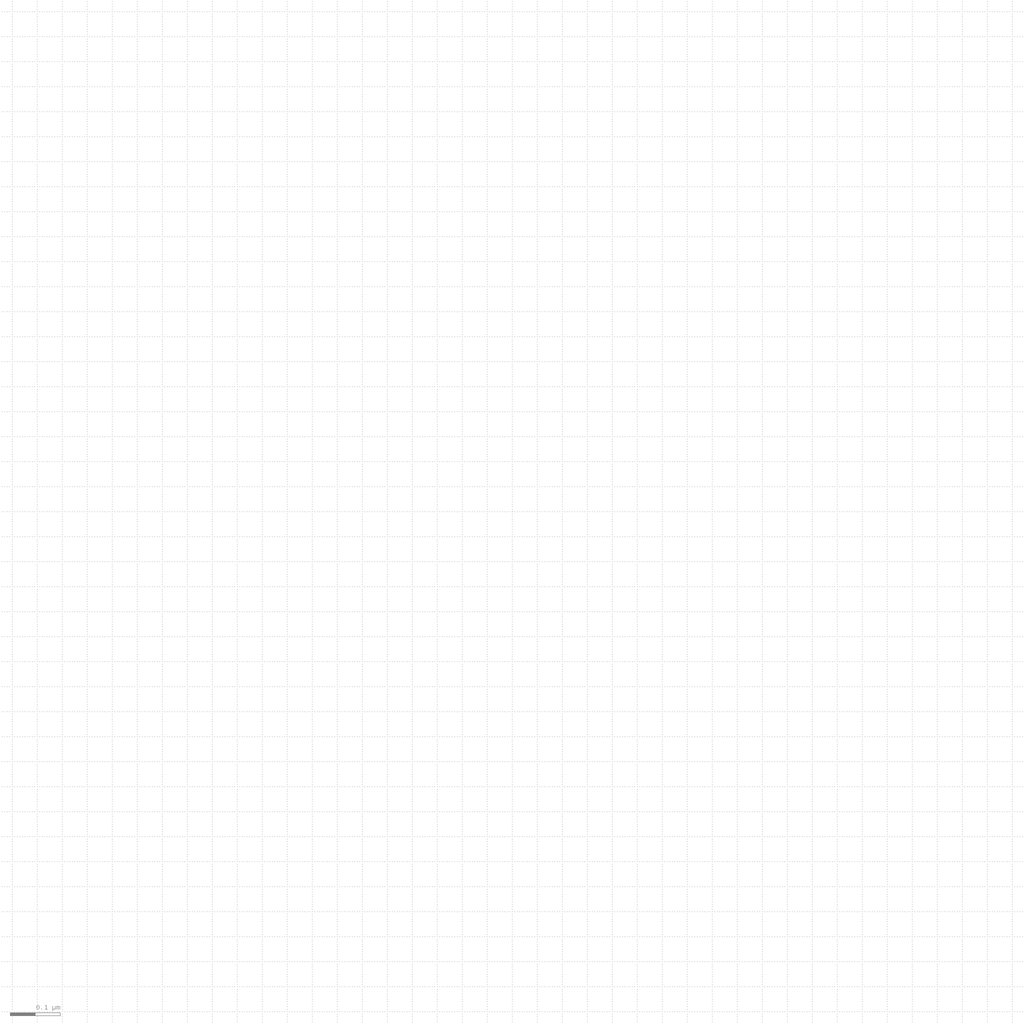
<source format=lef>
VERSION 5.3.1 ;

LAYER M1
    ANTENNACUMAREARATIO  600 ;
    ANTENNACUMDIFFAREARATIO PWL ( ( 0 600 ) ( 0.249 600 ) ( 0.251 2300.4 ) ( 1 2600 ) ) ;
END M1

LAYER V1
    ANTENNACUMAREARATIO  20 ;
    ANTENNACUMDIFFAREARATIO PWL ( ( 0 20 ) ( 0.249 20 ) ( 0.25 92.59 ) ( 1 160 ) ) ;
END V1

LAYER M2
    ANTENNACUMAREARATIO  600 ;
    ANTENNACUMDIFFAREARATIO PWL ( ( 0 600 ) ( 0.249 600 ) ( 0.25 2300.4 ) ( 1 2600 ) ) ;
END M2

LAYER V2
    ANTENNACUMAREARATIO  20 ;
    ANTENNACUMDIFFAREARATIO PWL ( ( 0 20 ) ( 0.249 20 ) ( 0.25 92.59 ) ( 1 160 ) ) ;
END V2

LAYER M3
    ANTENNACUMAREARATIO  600 ;
    ANTENNACUMDIFFAREARATIO PWL ( ( 0 600 ) ( 0.249 600 ) ( 0.25  2300.4 ) ( 1 2600 ) ) ;
END M3

LAYER V3
    ANTENNACUMAREARATIO  20 ;
    ANTENNACUMDIFFAREARATIO PWL ( ( 0 20 ) ( 0.249 20 ) ( 0.25 92.59 ) ( 1 160 ) ) ;
END V3

LAYER M4
    ANTENNACUMAREARATIO  600 ;
    ANTENNACUMDIFFAREARATIO PWL ( ( 0 600 ) ( 0.249 600 ) ( 0.25  2300.4 ) ( 1 2600 ) ) ;
END M4

LAYER V4
    ANTENNACUMAREARATIO  20 ;
    ANTENNACUMDIFFAREARATIO PWL ( ( 0 20 ) ( 0.249 20 ) ( 0.25 92.59 ) ( 1 160 ) ) ;
END V4

LAYER M5
    ANTENNACUMAREARATIO  600 ;
    ANTENNACUMDIFFAREARATIO PWL ( ( 0 600 ) ( 0.249 600 ) ( 0.25  2300.4 ) ( 1 2600 ) ) ;
END M5

LAYER V5
    ANTENNACUMAREARATIO  20 ;
    ANTENNACUMDIFFAREARATIO PWL ( ( 0 20 ) ( 0.249 20 ) ( 0.25 92.59 ) ( 1 160 ) ) ;
END V5

LAYER M6
    ANTENNACUMAREARATIO  600 ;
    ANTENNACUMDIFFAREARATIO PWL ( ( 0 600 ) ( 0.249 600 ) ( 0.25  2300.4 ) ( 1 2600 ) ) ;
END M6

MACRO AND2CLKHD1XHT
  PIN A
    #DIRECTION INPUT ;
    AntennaGateArea  0.104 LAYER M1 ;
  END A
  PIN B
    #DIRECTION INPUT ;
    AntennaGateArea  0.104 LAYER M1 ;
  END B
  PIN Z
    #DIRECTION OUTPUT ;
    AntennaDiffArea  0.5865 LAYER M1 ;
  END Z
END AND2CLKHD1XHT

MACRO AND2CLKHD2XHT
  PIN A
    #DIRECTION INPUT ;
    AntennaGateArea  0.1664 LAYER M1 ;
  END A
  PIN B
    #DIRECTION INPUT ;
    AntennaGateArea  0.1664 LAYER M1 ;
  END B
  PIN Z
    #DIRECTION OUTPUT ;
    AntennaDiffArea  0.6747 LAYER M1 ;
  END Z
END AND2CLKHD2XHT

MACRO AND2CLKHD3XHT
  PIN A
    #DIRECTION INPUT ;
    AntennaGateArea  0.2496 LAYER M1 ;
  END A
  PIN B
    #DIRECTION INPUT ;
    AntennaGateArea  0.2496 LAYER M1 ;
  END B
  PIN Z
    #DIRECTION OUTPUT ;
    AntennaDiffArea  1.27155 LAYER M1 ;
  END Z
END AND2CLKHD3XHT

MACRO AND2CLKHD4XHT
  PIN A
    #DIRECTION INPUT ;
    AntennaGateArea  0.2548 LAYER M1 ;
  END A
  PIN B
    #DIRECTION INPUT ;
    AntennaGateArea  0.2548 LAYER M1 ;
  END B
  PIN Z
    #DIRECTION OUTPUT ;
    AntennaDiffArea  1.3494 LAYER M1 ;
  END Z
END AND2CLKHD4XHT

MACRO AND2HD1XHT
  PIN A
    #DIRECTION INPUT ;
    AntennaGateArea  0.0858 LAYER M1 ;
  END A
  PIN B
    #DIRECTION INPUT ;
    AntennaGateArea  0.0858 LAYER M1 ;
  END B
  PIN Z
    #DIRECTION OUTPUT ;
    AntennaDiffArea  0.72795 LAYER M1 ;
  END Z
END AND2HD1XHT

MACRO AND2HD1XSPGHT
  PIN A
    #DIRECTION INPUT ;
    AntennaGateArea  0.0858 LAYER M1 ;
    AntennaGateArea  0.0858 LAYER M2 ;
    AntennaGateArea  0.0858 LAYER M3 ;
    AntennaGateArea  0.0858 LAYER M4 ;
    AntennaGateArea  0.0858 LAYER M5 ;
    AntennaGateArea  0.0858 LAYER M6 ;
  END A
  PIN B
    #DIRECTION INPUT ;
    AntennaGateArea  0.0858 LAYER M1 ;
    AntennaGateArea  0.0858 LAYER M2 ;
    AntennaGateArea  0.0858 LAYER M3 ;
    AntennaGateArea  0.0858 LAYER M4 ;
    AntennaGateArea  0.0858 LAYER M5 ;
    AntennaGateArea  0.0858 LAYER M6 ;
  END B
  PIN Z
    #DIRECTION OUTPUT ;
    AntennaDiffArea  0.72795 LAYER M1 ;
    AntennaDiffArea  0.72795 LAYER M2 ;
    AntennaDiffArea  0.72795 LAYER M3 ;
    AntennaDiffArea  0.72795 LAYER M4 ;
    AntennaDiffArea  0.72795 LAYER M5 ;
    AntennaDiffArea  0.72795 LAYER M6 ;
  END Z
END AND2HD1XSPGHT

MACRO AND2HD2XHT
  PIN A
    #DIRECTION INPUT ;
    AntennaGateArea  0.1547 LAYER M1 ;
  END A
  PIN B
    #DIRECTION INPUT ;
    AntennaGateArea  0.1547 LAYER M1 ;
  END B
  PIN Z
    #DIRECTION OUTPUT ;
    AntennaDiffArea  0.8229 LAYER M1 ;
  END Z
END AND2HD2XHT

MACRO AND2HD2XSPGHT
  PIN A
    #DIRECTION INPUT ;
    AntennaGateArea  0.1547 LAYER M1 ;
    AntennaGateArea  0.1547 LAYER M2 ;
    AntennaGateArea  0.1547 LAYER M3 ;
    AntennaGateArea  0.1547 LAYER M4 ;
    AntennaGateArea  0.1547 LAYER M5 ;
    AntennaGateArea  0.1547 LAYER M6 ;
  END A
  PIN B
    #DIRECTION INPUT ;
    AntennaGateArea  0.1547 LAYER M1 ;
    AntennaGateArea  0.1547 LAYER M2 ;
    AntennaGateArea  0.1547 LAYER M3 ;
    AntennaGateArea  0.1547 LAYER M4 ;
    AntennaGateArea  0.1547 LAYER M5 ;
    AntennaGateArea  0.1547 LAYER M6 ;
  END B
  PIN Z
    #DIRECTION OUTPUT ;
    AntennaDiffArea  0.8229 LAYER M1 ;
    AntennaDiffArea  0.8229 LAYER M2 ;
    AntennaDiffArea  0.8229 LAYER M3 ;
    AntennaDiffArea  0.8229 LAYER M4 ;
    AntennaDiffArea  0.8229 LAYER M5 ;
    AntennaDiffArea  0.8229 LAYER M6 ;
  END Z
END AND2HD2XSPGHT

MACRO AND2HDLXHT
  PIN A
    #DIRECTION INPUT ;
    AntennaGateArea  0.0858 LAYER M1 ;
  END A
  PIN B
    #DIRECTION INPUT ;
    AntennaGateArea  0.0858 LAYER M1 ;
  END B
  PIN Z
    #DIRECTION OUTPUT ;
    AntennaDiffArea  0.2484 LAYER M1 ;
  END Z
END AND2HDLXHT

MACRO AND2HDMXHT
  PIN A
    #DIRECTION INPUT ;
    AntennaGateArea  0.0858 LAYER M1 ;
  END A
  PIN B
    #DIRECTION INPUT ;
    AntennaGateArea  0.0858 LAYER M1 ;
  END B
  PIN Z
    #DIRECTION OUTPUT ;
    AntennaDiffArea  0.3726 LAYER M1 ;
  END Z
END AND2HDMXHT

MACRO AND2HDUXHT
  PIN A
    #DIRECTION INPUT ;
    AntennaGateArea  0.0572 LAYER M1 ;
  END A
  PIN B
    #DIRECTION INPUT ;
    AntennaGateArea  0.0572 LAYER M1 ;
  END B
  PIN Z
    #DIRECTION OUTPUT ;
    AntennaDiffArea  0.216 LAYER M1 ;
  END Z
END AND2HDUXHT

MACRO AND3HD1XHT
  PIN A
    #DIRECTION INPUT ;
    AntennaGateArea  0.0884 LAYER M1 ;
  END A
  PIN B
    #DIRECTION INPUT ;
    AntennaGateArea  0.0884 LAYER M1 ;
  END B
  PIN C
    #DIRECTION INPUT ;
    AntennaGateArea  0.0884 LAYER M1 ;
  END C
  PIN Z
    #DIRECTION OUTPUT ;
    AntennaDiffArea  0.72795 LAYER M1 ;
  END Z
END AND3HD1XHT

MACRO AND3HD2XHT
  PIN A
    #DIRECTION INPUT ;
    AntennaGateArea  0.1742 LAYER M1 ;
  END A
  PIN B
    #DIRECTION INPUT ;
    AntennaGateArea  0.1742 LAYER M1 ;
  END B
  PIN C
    #DIRECTION INPUT ;
    AntennaGateArea  0.1742 LAYER M1 ;
  END C
  PIN Z
    #DIRECTION OUTPUT ;
    AntennaDiffArea  0.8651 LAYER M1 ;
  END Z
END AND3HD2XHT

MACRO AND3HDLXHT
  PIN A
    #DIRECTION INPUT ;
    AntennaGateArea  0.078 LAYER M1 ;
  END A
  PIN B
    #DIRECTION INPUT ;
    AntennaGateArea  0.078 LAYER M1 ;
  END B
  PIN C
    #DIRECTION INPUT ;
    AntennaGateArea  0.078 LAYER M1 ;
  END C
  PIN Z
    #DIRECTION OUTPUT ;
    AntennaDiffArea  0.2484 LAYER M1 ;
  END Z
END AND3HDLXHT

MACRO AND3HDMXHT
  PIN A
    #DIRECTION INPUT ;
    AntennaGateArea  0.078 LAYER M1 ;
  END A
  PIN B
    #DIRECTION INPUT ;
    AntennaGateArea  0.078 LAYER M1 ;
  END B
  PIN C
    #DIRECTION INPUT ;
    AntennaGateArea  0.078 LAYER M1 ;
  END C
  PIN Z
    #DIRECTION OUTPUT ;
    AntennaDiffArea  0.3726 LAYER M1 ;
  END Z
END AND3HDMXHT

MACRO AND4HD1XHT
  PIN A
    #DIRECTION INPUT ;
    AntennaGateArea  0.091 LAYER M1 ;
  END A
  PIN B
    #DIRECTION INPUT ;
    AntennaGateArea  0.091 LAYER M1 ;
  END B
  PIN C
    #DIRECTION INPUT ;
    AntennaGateArea  0.091 LAYER M1 ;
  END C
  PIN D
    #DIRECTION INPUT ;
    AntennaGateArea  0.091 LAYER M1 ;
  END D
  PIN Z
    #DIRECTION OUTPUT ;
    AntennaDiffArea  0.74905 LAYER M1 ;
  END Z
END AND4HD1XHT

MACRO AND4HD2XHT
  PIN A
    #DIRECTION INPUT ;
    AntennaGateArea  0.1859 LAYER M1 ;
  END A
  PIN B
    #DIRECTION INPUT ;
    AntennaGateArea  0.1859 LAYER M1 ;
  END B
  PIN C
    #DIRECTION INPUT ;
    AntennaGateArea  0.1859 LAYER M1 ;
  END C
  PIN D
    #DIRECTION INPUT ;
    AntennaGateArea  0.1859 LAYER M1 ;
  END D
  PIN Z
    #DIRECTION OUTPUT ;
    AntennaDiffArea  0.8651 LAYER M1 ;
  END Z
END AND4HD2XHT

MACRO AND4HDLXHT
  PIN A
    #DIRECTION INPUT ;
    AntennaGateArea  0.0819 LAYER M1 ;
  END A
  PIN B
    #DIRECTION INPUT ;
    AntennaGateArea  0.0819 LAYER M1 ;
  END B
  PIN C
    #DIRECTION INPUT ;
    AntennaGateArea  0.0819 LAYER M1 ;
  END C
  PIN D
    #DIRECTION INPUT ;
    AntennaGateArea  0.0819 LAYER M1 ;
  END D
  PIN Z
    #DIRECTION OUTPUT ;
    AntennaDiffArea  0.2556 LAYER M1 ;
  END Z
END AND4HDLXHT

MACRO AND4HDMXHT
  PIN A
    #DIRECTION INPUT ;
    AntennaGateArea  0.0819 LAYER M1 ;
  END A
  PIN B
    #DIRECTION INPUT ;
    AntennaGateArea  0.0819 LAYER M1 ;
  END B
  PIN C
    #DIRECTION INPUT ;
    AntennaGateArea  0.0819 LAYER M1 ;
  END C
  PIN D
    #DIRECTION INPUT ;
    AntennaGateArea  0.0819 LAYER M1 ;
  END D
  PIN Z
    #DIRECTION OUTPUT ;
    AntennaDiffArea  0.3834 LAYER M1 ;
  END Z
END AND4HDMXHT

MACRO ANTFIXHDHT
  PIN Z
    #DIRECTION OUTPUT ;
    AntennaDiffArea  0.7744 LAYER M1 ;
  END Z
END ANTFIXHDHT

MACRO AOI211HD1XHT
  PIN A
    #DIRECTION INPUT ;
    AntennaGateArea  0.2106 LAYER M1 ;
  END A
  PIN B
    #DIRECTION INPUT ;
    AntennaGateArea  0.2106 LAYER M1 ;
  END B
  PIN C
    #DIRECTION INPUT ;
    AntennaGateArea  0.1989 LAYER M1 ;
  END C
  PIN D
    #DIRECTION INPUT ;
    AntennaGateArea  0.1989 LAYER M1 ;
  END D
  PIN Z
    #DIRECTION OUTPUT ;
    AntennaDiffArea  0.72795 LAYER M1 ;
  END Z
END AOI211HD1XHT

MACRO AOI211HD2XHT
  PIN A
    #DIRECTION INPUT ;
    AntennaGateArea  0.2106 LAYER M1 ;
  END A
  PIN B
    #DIRECTION INPUT ;
    AntennaGateArea  0.2106 LAYER M1 ;
  END B
  PIN C
    #DIRECTION INPUT ;
    AntennaGateArea  0.1989 LAYER M1 ;
  END C
  PIN D
    #DIRECTION INPUT ;
    AntennaGateArea  0.1989 LAYER M1 ;
  END D
  PIN Z
    #DIRECTION OUTPUT ;
    AntennaDiffArea  0.8229 LAYER M1 ;
  END Z
END AOI211HD2XHT

MACRO AOI211HDLXHT
  PIN A
    #DIRECTION INPUT ;
    AntennaGateArea  0.2106 LAYER M1 ;
  END A
  PIN B
    #DIRECTION INPUT ;
    AntennaGateArea  0.2106 LAYER M1 ;
  END B
  PIN C
    #DIRECTION INPUT ;
    AntennaGateArea  0.1989 LAYER M1 ;
  END C
  PIN D
    #DIRECTION INPUT ;
    AntennaGateArea  0.1989 LAYER M1 ;
  END D
  PIN Z
    #DIRECTION OUTPUT ;
    AntennaDiffArea  0.66735 LAYER M1 ;
  END Z
END AOI211HDLXHT

MACRO AOI211HDMXHT
  PIN A
    #DIRECTION INPUT ;
    AntennaGateArea  0.2106 LAYER M1 ;
  END A
  PIN B
    #DIRECTION INPUT ;
    AntennaGateArea  0.2106 LAYER M1 ;
  END B
  PIN C
    #DIRECTION INPUT ;
    AntennaGateArea  0.1989 LAYER M1 ;
  END C
  PIN D
    #DIRECTION INPUT ;
    AntennaGateArea  0.1989 LAYER M1 ;
  END D
  PIN Z
    #DIRECTION OUTPUT ;
    AntennaDiffArea  0.3726 LAYER M1 ;
  END Z
END AOI211HDMXHT

MACRO AOI21B2HD1XHT
  PIN AN
    #DIRECTION INPUT ;
    AntennaGateArea  0.1131 LAYER M1 ;
  END AN
  PIN C
    #DIRECTION INPUT ;
    AntennaGateArea  0.2431 LAYER M1 ;
  END C
  PIN BN
    #DIRECTION INPUT ;
    AntennaGateArea  0.1131 LAYER M1 ;
  END BN
  PIN Z
    #DIRECTION OUTPUT ;
    AntennaDiffArea  0.67715 LAYER M1 ;
  END Z
END AOI21B2HD1XHT

MACRO AOI21B2HD2XHT
  PIN AN
    #DIRECTION INPUT ;
    AntennaGateArea  0.1209 LAYER M1 ;
  END AN
  PIN C
    #DIRECTION INPUT ;
    AntennaGateArea  0.4862 LAYER M1 ;
  END C
  PIN BN
    #DIRECTION INPUT ;
    AntennaGateArea  0.1209 LAYER M1 ;
  END BN
  PIN Z
    #DIRECTION OUTPUT ;
    AntennaDiffArea  0.9949 LAYER M1 ;
  END Z
END AOI21B2HD2XHT

MACRO AOI21B2HDLXHT
  PIN AN
    #DIRECTION INPUT ;
    AntennaGateArea  0.1131 LAYER M1 ;
  END AN
  PIN C
    #DIRECTION INPUT ;
    AntennaGateArea  0.1131 LAYER M1 ;
  END C
  PIN BN
    #DIRECTION INPUT ;
    AntennaGateArea  0.1131 LAYER M1 ;
  END BN
  PIN Z
    #DIRECTION OUTPUT ;
    AntennaDiffArea  0.31365 LAYER M1 ;
  END Z
END AOI21B2HDLXHT

MACRO AOI21B2HDMXHT
  PIN AN
    #DIRECTION INPUT ;
    AntennaGateArea  0.1131 LAYER M1 ;
  END AN
  PIN C
    #DIRECTION INPUT ;
    AntennaGateArea  0.1703 LAYER M1 ;
  END C
  PIN BN
    #DIRECTION INPUT ;
    AntennaGateArea  0.1131 LAYER M1 ;
  END BN
  PIN Z
    #DIRECTION OUTPUT ;
    AntennaDiffArea  0.4722 LAYER M1 ;
  END Z
END AOI21B2HDMXHT

MACRO AOI21HD1XHT
  PIN A
    #DIRECTION INPUT ;
    AntennaGateArea  0.2743 LAYER M1 ;
  END A
  PIN B
    #DIRECTION INPUT ;
    AntennaGateArea  0.2743 LAYER M1 ;
  END B
  PIN C
    #DIRECTION INPUT ;
    AntennaGateArea  0.2431 LAYER M1 ;
  END C
  PIN Z
    #DIRECTION OUTPUT ;
    AntennaDiffArea  0.8328 LAYER M1 ;
  END Z
END AOI21HD1XHT

MACRO AOI21HD2XHT
  PIN A
    #DIRECTION INPUT ;
    AntennaGateArea  0.1248 LAYER M1 ;
  END A
  PIN B
    #DIRECTION INPUT ;
    AntennaGateArea  0.1248 LAYER M1 ;
  END B
  PIN C
    #DIRECTION INPUT ;
    AntennaGateArea  0.1131 LAYER M1 ;
  END C
  PIN Z
    #DIRECTION OUTPUT ;
    AntennaDiffArea  0.8229 LAYER M1 ;
  END Z
END AOI21HD2XHT

MACRO AOI21HDLXHT
  PIN A
    #DIRECTION INPUT ;
    AntennaGateArea  0.1248 LAYER M1 ;
  END A
  PIN B
    #DIRECTION INPUT ;
    AntennaGateArea  0.1248 LAYER M1 ;
  END B
  PIN C
    #DIRECTION INPUT ;
    AntennaGateArea  0.1131 LAYER M1 ;
  END C
  PIN Z
    #DIRECTION OUTPUT ;
    AntennaDiffArea  0.34755 LAYER M1 ;
  END Z
END AOI21HDLXHT

MACRO AOI21HDMXHT
  PIN A
    #DIRECTION INPUT ;
    AntennaGateArea  0.1885 LAYER M1 ;
  END A
  PIN B
    #DIRECTION INPUT ;
    AntennaGateArea  0.1885 LAYER M1 ;
  END B
  PIN C
    #DIRECTION INPUT ;
    AntennaGateArea  0.1703 LAYER M1 ;
  END C
  PIN Z
    #DIRECTION OUTPUT ;
    AntennaDiffArea  0.5163 LAYER M1 ;
  END Z
END AOI21HDMXHT

MACRO AOI21HDUXHT
  PIN A
    #DIRECTION INPUT ;
    AntennaGateArea  0.0832 LAYER M1 ;
  END A
  PIN B
    #DIRECTION INPUT ;
    AntennaGateArea  0.0832 LAYER M1 ;
  END B
  PIN C
    #DIRECTION INPUT ;
    AntennaGateArea  0.0754 LAYER M1 ;
  END C
  PIN Z
    #DIRECTION OUTPUT ;
    AntennaDiffArea  0.2569 LAYER M1 ;
  END Z
END AOI21HDUXHT

MACRO AOI221HD1XHT
  PIN A
    #DIRECTION INPUT ;
    AntennaGateArea  0.2106 LAYER M1 ;
  END A
  PIN B
    #DIRECTION INPUT ;
    AntennaGateArea  0.2106 LAYER M1 ;
  END B
  PIN C
    #DIRECTION INPUT ;
    AntennaGateArea  0.2106 LAYER M1 ;
  END C
  PIN D
    #DIRECTION INPUT ;
    AntennaGateArea  0.2106 LAYER M1 ;
  END D
  PIN E
    #DIRECTION INPUT ;
    AntennaGateArea  0.1989 LAYER M1 ;
  END E
  PIN Z
    #DIRECTION OUTPUT ;
    AntennaDiffArea  0.72795 LAYER M1 ;
  END Z
END AOI221HD1XHT

MACRO AOI221HD2XHT
  PIN A
    #DIRECTION INPUT ;
    AntennaGateArea  0.2106 LAYER M1 ;
  END A
  PIN B
    #DIRECTION INPUT ;
    AntennaGateArea  0.2106 LAYER M1 ;
  END B
  PIN C
    #DIRECTION INPUT ;
    AntennaGateArea  0.2106 LAYER M1 ;
  END C
  PIN D
    #DIRECTION INPUT ;
    AntennaGateArea  0.2106 LAYER M1 ;
  END D
  PIN E
    #DIRECTION INPUT ;
    AntennaGateArea  0.1989 LAYER M1 ;
  END E
  PIN Z
    #DIRECTION OUTPUT ;
    AntennaDiffArea  0.8229 LAYER M1 ;
  END Z
END AOI221HD2XHT

MACRO AOI221HDLXHT
  PIN A
    #DIRECTION INPUT ;
    AntennaGateArea  0.2106 LAYER M1 ;
  END A
  PIN B
    #DIRECTION INPUT ;
    AntennaGateArea  0.2106 LAYER M1 ;
  END B
  PIN C
    #DIRECTION INPUT ;
    AntennaGateArea  0.2106 LAYER M1 ;
  END C
  PIN D
    #DIRECTION INPUT ;
    AntennaGateArea  0.2106 LAYER M1 ;
  END D
  PIN E
    #DIRECTION INPUT ;
    AntennaGateArea  0.1989 LAYER M1 ;
  END E
  PIN Z
    #DIRECTION OUTPUT ;
    AntennaDiffArea  0.8514 LAYER M1 ;
  END Z
END AOI221HDLXHT

MACRO AOI221HDMXHT
  PIN A
    #DIRECTION INPUT ;
    AntennaGateArea  0.2106 LAYER M1 ;
  END A
  PIN B
    #DIRECTION INPUT ;
    AntennaGateArea  0.2106 LAYER M1 ;
  END B
  PIN C
    #DIRECTION INPUT ;
    AntennaGateArea  0.2106 LAYER M1 ;
  END C
  PIN D
    #DIRECTION INPUT ;
    AntennaGateArea  0.2106 LAYER M1 ;
  END D
  PIN E
    #DIRECTION INPUT ;
    AntennaGateArea  0.1989 LAYER M1 ;
  END E
  PIN Z
    #DIRECTION OUTPUT ;
    AntennaDiffArea  0.3861 LAYER M1 ;
  END Z
END AOI221HDMXHT

MACRO AOI222HD1XHT
  PIN A
    #DIRECTION INPUT ;
    AntennaGateArea  0.1625 LAYER M1 ;
  END A
  PIN B
    #DIRECTION INPUT ;
    AntennaGateArea  0.1625 LAYER M1 ;
  END B
  PIN C
    #DIRECTION INPUT ;
    AntennaGateArea  0.1625 LAYER M1 ;
  END C
  PIN D
    #DIRECTION INPUT ;
    AntennaGateArea  0.1625 LAYER M1 ;
  END D
  PIN E
    #DIRECTION INPUT ;
    AntennaGateArea  0.1625 LAYER M1 ;
  END E
  PIN F
    #DIRECTION INPUT ;
    AntennaGateArea  0.1625 LAYER M1 ;
  END F
  PIN Z
    #DIRECTION OUTPUT ;
    AntennaDiffArea  0.72795 LAYER M1 ;
  END Z
END AOI222HD1XHT

MACRO AOI222HD2XHT
  PIN A
    #DIRECTION INPUT ;
    AntennaGateArea  0.1625 LAYER M1 ;
  END A
  PIN B
    #DIRECTION INPUT ;
    AntennaGateArea  0.1625 LAYER M1 ;
  END B
  PIN C
    #DIRECTION INPUT ;
    AntennaGateArea  0.1625 LAYER M1 ;
  END C
  PIN D
    #DIRECTION INPUT ;
    AntennaGateArea  0.1625 LAYER M1 ;
  END D
  PIN E
    #DIRECTION INPUT ;
    AntennaGateArea  0.1625 LAYER M1 ;
  END E
  PIN F
    #DIRECTION INPUT ;
    AntennaGateArea  0.1625 LAYER M1 ;
  END F
  PIN Z
    #DIRECTION OUTPUT ;
    AntennaDiffArea  0.8229 LAYER M1 ;
  END Z
END AOI222HD2XHT

MACRO AOI222HDLXHT
  PIN A
    #DIRECTION INPUT ;
    AntennaGateArea  0.1625 LAYER M1 ;
  END A
  PIN B
    #DIRECTION INPUT ;
    AntennaGateArea  0.1625 LAYER M1 ;
  END B
  PIN C
    #DIRECTION INPUT ;
    AntennaGateArea  0.1625 LAYER M1 ;
  END C
  PIN D
    #DIRECTION INPUT ;
    AntennaGateArea  0.1625 LAYER M1 ;
  END D
  PIN E
    #DIRECTION INPUT ;
    AntennaGateArea  0.1625 LAYER M1 ;
  END E
  PIN F
    #DIRECTION INPUT ;
    AntennaGateArea  0.1625 LAYER M1 ;
  END F
  PIN Z
    #DIRECTION OUTPUT ;
    AntennaDiffArea  0.693 LAYER M1 ;
  END Z
END AOI222HDLXHT

MACRO AOI222HDMXHT
  PIN A
    #DIRECTION INPUT ;
    AntennaGateArea  0.1625 LAYER M1 ;
  END A
  PIN B
    #DIRECTION INPUT ;
    AntennaGateArea  0.1625 LAYER M1 ;
  END B
  PIN C
    #DIRECTION INPUT ;
    AntennaGateArea  0.1625 LAYER M1 ;
  END C
  PIN D
    #DIRECTION INPUT ;
    AntennaGateArea  0.1625 LAYER M1 ;
  END D
  PIN E
    #DIRECTION INPUT ;
    AntennaGateArea  0.1625 LAYER M1 ;
  END E
  PIN F
    #DIRECTION INPUT ;
    AntennaGateArea  0.1625 LAYER M1 ;
  END F
  PIN Z
    #DIRECTION OUTPUT ;
    AntennaDiffArea  0.3915 LAYER M1 ;
  END Z
END AOI222HDMXHT

MACRO AOI22B2HD1XHT
  PIN AN
    #DIRECTION INPUT ;
    AntennaGateArea  0.1131 LAYER M1 ;
  END AN
  PIN C
    #DIRECTION INPUT ;
    AntennaGateArea  0.2743 LAYER M1 ;
  END C
  PIN D
    #DIRECTION INPUT ;
    AntennaGateArea  0.2743 LAYER M1 ;
  END D
  PIN BN
    #DIRECTION INPUT ;
    AntennaGateArea  0.1131 LAYER M1 ;
  END BN
  PIN Z
    #DIRECTION OUTPUT ;
    AntennaDiffArea  0.73395 LAYER M1 ;
  END Z
END AOI22B2HD1XHT

MACRO AOI22B2HD2XHT
  PIN AN
    #DIRECTION INPUT ;
    AntennaGateArea  0.1209 LAYER M1 ;
  END AN
  PIN C
    #DIRECTION INPUT ;
    AntennaGateArea  0.5486 LAYER M1 ;
  END C
  PIN D
    #DIRECTION INPUT ;
    AntennaGateArea  0.5486 LAYER M1 ;
  END D
  PIN BN
    #DIRECTION INPUT ;
    AntennaGateArea  0.1209 LAYER M1 ;
  END BN
  PIN Z
    #DIRECTION OUTPUT ;
    AntennaDiffArea  1.0725 LAYER M1 ;
  END Z
END AOI22B2HD2XHT

MACRO AOI22B2HDLXHT
  PIN AN
    #DIRECTION INPUT ;
    AntennaGateArea  0.1131 LAYER M1 ;
  END AN
  PIN C
    #DIRECTION INPUT ;
    AntennaGateArea  0.1248 LAYER M1 ;
  END C
  PIN D
    #DIRECTION INPUT ;
    AntennaGateArea  0.1248 LAYER M1 ;
  END D
  PIN BN
    #DIRECTION INPUT ;
    AntennaGateArea  0.1131 LAYER M1 ;
  END BN
  PIN Z
    #DIRECTION OUTPUT ;
    AntennaDiffArea  0.3105 LAYER M1 ;
  END Z
END AOI22B2HDLXHT

MACRO AOI22B2HDMXHT
  PIN AN
    #DIRECTION INPUT ;
    AntennaGateArea  0.1131 LAYER M1 ;
  END AN
  PIN C
    #DIRECTION INPUT ;
    AntennaGateArea  0.1885 LAYER M1 ;
  END C
  PIN D
    #DIRECTION INPUT ;
    AntennaGateArea  0.1885 LAYER M1 ;
  END D
  PIN BN
    #DIRECTION INPUT ;
    AntennaGateArea  0.1131 LAYER M1 ;
  END BN
  PIN Z
    #DIRECTION OUTPUT ;
    AntennaDiffArea  0.454 LAYER M1 ;
  END Z
END AOI22B2HDMXHT

MACRO AOI22HD1XHT
  PIN A
    #DIRECTION INPUT ;
    AntennaGateArea  0.2743 LAYER M1 ;
  END A
  PIN B
    #DIRECTION INPUT ;
    AntennaGateArea  0.2743 LAYER M1 ;
  END B
  PIN C
    #DIRECTION INPUT ;
    AntennaGateArea  0.2743 LAYER M1 ;
  END C
  PIN D
    #DIRECTION INPUT ;
    AntennaGateArea  0.2743 LAYER M1 ;
  END D
  PIN Z
    #DIRECTION OUTPUT ;
    AntennaDiffArea  0.99265 LAYER M1 ;
  END Z
END AOI22HD1XHT

MACRO AOI22HD2XHT
  PIN A
    #DIRECTION INPUT ;
    AntennaGateArea  0.0975 LAYER M1 ;
  END A
  PIN B
    #DIRECTION INPUT ;
    AntennaGateArea  0.0975 LAYER M1 ;
  END B
  PIN C
    #DIRECTION INPUT ;
    AntennaGateArea  0.0975 LAYER M1 ;
  END C
  PIN D
    #DIRECTION INPUT ;
    AntennaGateArea  0.0975 LAYER M1 ;
  END D
  PIN Z
    #DIRECTION OUTPUT ;
    AntennaDiffArea  0.8229 LAYER M1 ;
  END Z
END AOI22HD2XHT

MACRO AOI22HDLXHT
  PIN A
    #DIRECTION INPUT ;
    AntennaGateArea  0.0975 LAYER M1 ;
  END A
  PIN B
    #DIRECTION INPUT ;
    AntennaGateArea  0.0975 LAYER M1 ;
  END B
  PIN C
    #DIRECTION INPUT ;
    AntennaGateArea  0.0975 LAYER M1 ;
  END C
  PIN D
    #DIRECTION INPUT ;
    AntennaGateArea  0.0975 LAYER M1 ;
  END D
  PIN Z
    #DIRECTION OUTPUT ;
    AntennaDiffArea  0.303 LAYER M1 ;
  END Z
END AOI22HDLXHT

MACRO AOI22HDMXHT
  PIN A
    #DIRECTION INPUT ;
    AntennaGateArea  0.143 LAYER M1 ;
  END A
  PIN B
    #DIRECTION INPUT ;
    AntennaGateArea  0.143 LAYER M1 ;
  END B
  PIN C
    #DIRECTION INPUT ;
    AntennaGateArea  0.143 LAYER M1 ;
  END C
  PIN D
    #DIRECTION INPUT ;
    AntennaGateArea  0.143 LAYER M1 ;
  END D
  PIN Z
    #DIRECTION OUTPUT ;
    AntennaDiffArea  0.44475 LAYER M1 ;
  END Z
END AOI22HDMXHT

MACRO AOI22HDUXHT
  PIN A
    #DIRECTION INPUT ;
    AntennaGateArea  0.0832 LAYER M1 ;
  END A
  PIN B
    #DIRECTION INPUT ;
    AntennaGateArea  0.0832 LAYER M1 ;
  END B
  PIN C
    #DIRECTION INPUT ;
    AntennaGateArea  0.0832 LAYER M1 ;
  END C
  PIN D
    #DIRECTION INPUT ;
    AntennaGateArea  0.0832 LAYER M1 ;
  END D
  PIN Z
    #DIRECTION OUTPUT ;
    AntennaDiffArea  0.2772 LAYER M1 ;
  END Z
END AOI22HDUXHT

MACRO AOI31HD1XHT
  PIN A
    #DIRECTION INPUT ;
    AntennaGateArea  0.2743 LAYER M1 ;
  END A
  PIN B
    #DIRECTION INPUT ;
    AntennaGateArea  0.2743 LAYER M1 ;
  END B
  PIN C
    #DIRECTION INPUT ;
    AntennaGateArea  0.2743 LAYER M1 ;
  END C
  PIN D
    #DIRECTION INPUT ;
    AntennaGateArea  0.221 LAYER M1 ;
  END D
  PIN Z
    #DIRECTION OUTPUT ;
    AntennaDiffArea  0.8412 LAYER M1 ;
  END Z
END AOI31HD1XHT

MACRO AOI31HD2XHT
  PIN A
    #DIRECTION INPUT ;
    AntennaGateArea  0.1729 LAYER M1 ;
  END A
  PIN B
    #DIRECTION INPUT ;
    AntennaGateArea  0.1729 LAYER M1 ;
  END B
  PIN C
    #DIRECTION INPUT ;
    AntennaGateArea  0.1729 LAYER M1 ;
  END C
  PIN D
    #DIRECTION INPUT ;
    AntennaGateArea  0.1404 LAYER M1 ;
  END D
  PIN Z
    #DIRECTION OUTPUT ;
    AntennaDiffArea  0.8229 LAYER M1 ;
  END Z
END AOI31HD2XHT

MACRO AOI31HDLXHT
  PIN A
    #DIRECTION INPUT ;
    AntennaGateArea  0.1729 LAYER M1 ;
  END A
  PIN B
    #DIRECTION INPUT ;
    AntennaGateArea  0.1729 LAYER M1 ;
  END B
  PIN C
    #DIRECTION INPUT ;
    AntennaGateArea  0.1729 LAYER M1 ;
  END C
  PIN D
    #DIRECTION INPUT ;
    AntennaGateArea  0.1404 LAYER M1 ;
  END D
  PIN Z
    #DIRECTION OUTPUT ;
    AntennaDiffArea  0.47585 LAYER M1 ;
  END Z
END AOI31HDLXHT

MACRO AOI31HDMXHT
  PIN A
    #DIRECTION INPUT ;
    AntennaGateArea  0.2119 LAYER M1 ;
  END A
  PIN B
    #DIRECTION INPUT ;
    AntennaGateArea  0.2119 LAYER M1 ;
  END B
  PIN C
    #DIRECTION INPUT ;
    AntennaGateArea  0.2119 LAYER M1 ;
  END C
  PIN D
    #DIRECTION INPUT ;
    AntennaGateArea  0.1729 LAYER M1 ;
  END D
  PIN Z
    #DIRECTION OUTPUT ;
    AntennaDiffArea  0.6502 LAYER M1 ;
  END Z
END AOI31HDMXHT

MACRO AOI32HD1XHT
  PIN A
    #DIRECTION INPUT ;
    AntennaGateArea  0.2704 LAYER M1 ;
  END A
  PIN B
    #DIRECTION INPUT ;
    AntennaGateArea  0.2704 LAYER M1 ;
  END B
  PIN C
    #DIRECTION INPUT ;
    AntennaGateArea  0.2704 LAYER M1 ;
  END C
  PIN D
    #DIRECTION INPUT ;
    AntennaGateArea  0.2392 LAYER M1 ;
  END D
  PIN E
    #DIRECTION INPUT ;
    AntennaGateArea  0.2392 LAYER M1 ;
  END E
  PIN Z
    #DIRECTION OUTPUT ;
    AntennaDiffArea  0.8187 LAYER M1 ;
  END Z
END AOI32HD1XHT

MACRO AOI32HD2XHT
  PIN A
    #DIRECTION INPUT ;
    AntennaGateArea  0.1326 LAYER M1 ;
  END A
  PIN B
    #DIRECTION INPUT ;
    AntennaGateArea  0.1326 LAYER M1 ;
  END B
  PIN C
    #DIRECTION INPUT ;
    AntennaGateArea  0.1326 LAYER M1 ;
  END C
  PIN D
    #DIRECTION INPUT ;
    AntennaGateArea  0.117 LAYER M1 ;
  END D
  PIN E
    #DIRECTION INPUT ;
    AntennaGateArea  0.117 LAYER M1 ;
  END E
  PIN Z
    #DIRECTION OUTPUT ;
    AntennaDiffArea  0.8229 LAYER M1 ;
  END Z
END AOI32HD2XHT

MACRO AOI32HDLXHT
  PIN A
    #DIRECTION INPUT ;
    AntennaGateArea  0.1326 LAYER M1 ;
  END A
  PIN B
    #DIRECTION INPUT ;
    AntennaGateArea  0.1326 LAYER M1 ;
  END B
  PIN C
    #DIRECTION INPUT ;
    AntennaGateArea  0.1326 LAYER M1 ;
  END C
  PIN D
    #DIRECTION INPUT ;
    AntennaGateArea  0.117 LAYER M1 ;
  END D
  PIN E
    #DIRECTION INPUT ;
    AntennaGateArea  0.117 LAYER M1 ;
  END E
  PIN Z
    #DIRECTION OUTPUT ;
    AntennaDiffArea  0.4008 LAYER M1 ;
  END Z
END AOI32HDLXHT

MACRO AOI32HDMXHT
  PIN A
    #DIRECTION INPUT ;
    AntennaGateArea  0.1807 LAYER M1 ;
  END A
  PIN B
    #DIRECTION INPUT ;
    AntennaGateArea  0.1807 LAYER M1 ;
  END B
  PIN C
    #DIRECTION INPUT ;
    AntennaGateArea  0.1807 LAYER M1 ;
  END C
  PIN D
    #DIRECTION INPUT ;
    AntennaGateArea  0.1599 LAYER M1 ;
  END D
  PIN E
    #DIRECTION INPUT ;
    AntennaGateArea  0.1599 LAYER M1 ;
  END E
  PIN Z
    #DIRECTION OUTPUT ;
    AntennaDiffArea  0.5472 LAYER M1 ;
  END Z
END AOI32HDMXHT

MACRO AOI33HD1XHT
  PIN A
    #DIRECTION INPUT ;
    AntennaGateArea  0.2704 LAYER M1 ;
  END A
  PIN B
    #DIRECTION INPUT ;
    AntennaGateArea  0.2704 LAYER M1 ;
  END B
  PIN C
    #DIRECTION INPUT ;
    AntennaGateArea  0.2704 LAYER M1 ;
  END C
  PIN D
    #DIRECTION INPUT ;
    AntennaGateArea  0.2704 LAYER M1 ;
  END D
  PIN E
    #DIRECTION INPUT ;
    AntennaGateArea  0.2704 LAYER M1 ;
  END E
  PIN F
    #DIRECTION INPUT ;
    AntennaGateArea  0.2704 LAYER M1 ;
  END F
  PIN Z
    #DIRECTION OUTPUT ;
    AntennaDiffArea  1.26105 LAYER M1 ;
  END Z
END AOI33HD1XHT

MACRO AOI33HD2XHT
  PIN A
    #DIRECTION INPUT ;
    AntennaGateArea  0.0949 LAYER M1 ;
  END A
  PIN B
    #DIRECTION INPUT ;
    AntennaGateArea  0.0949 LAYER M1 ;
  END B
  PIN C
    #DIRECTION INPUT ;
    AntennaGateArea  0.0949 LAYER M1 ;
  END C
  PIN D
    #DIRECTION INPUT ;
    AntennaGateArea  0.0949 LAYER M1 ;
  END D
  PIN E
    #DIRECTION INPUT ;
    AntennaGateArea  0.0949 LAYER M1 ;
  END E
  PIN F
    #DIRECTION INPUT ;
    AntennaGateArea  0.0949 LAYER M1 ;
  END F
  PIN Z
    #DIRECTION OUTPUT ;
    AntennaDiffArea  0.8229 LAYER M1 ;
  END Z
END AOI33HD2XHT

MACRO AOI33HDLXHT
  PIN A
    #DIRECTION INPUT ;
    AntennaGateArea  0.0949 LAYER M1 ;
  END A
  PIN B
    #DIRECTION INPUT ;
    AntennaGateArea  0.0949 LAYER M1 ;
  END B
  PIN C
    #DIRECTION INPUT ;
    AntennaGateArea  0.0949 LAYER M1 ;
  END C
  PIN D
    #DIRECTION INPUT ;
    AntennaGateArea  0.0949 LAYER M1 ;
  END D
  PIN E
    #DIRECTION INPUT ;
    AntennaGateArea  0.0949 LAYER M1 ;
  END E
  PIN F
    #DIRECTION INPUT ;
    AntennaGateArea  0.0949 LAYER M1 ;
  END F
  PIN Z
    #DIRECTION OUTPUT ;
    AntennaDiffArea  0.44205 LAYER M1 ;
  END Z
END AOI33HDLXHT

MACRO AOI33HDMXHT
  PIN A
    #DIRECTION INPUT ;
    AntennaGateArea  0.143 LAYER M1 ;
  END A
  PIN B
    #DIRECTION INPUT ;
    AntennaGateArea  0.143 LAYER M1 ;
  END B
  PIN C
    #DIRECTION INPUT ;
    AntennaGateArea  0.143 LAYER M1 ;
  END C
  PIN D
    #DIRECTION INPUT ;
    AntennaGateArea  0.143 LAYER M1 ;
  END D
  PIN E
    #DIRECTION INPUT ;
    AntennaGateArea  0.143 LAYER M1 ;
  END E
  PIN F
    #DIRECTION INPUT ;
    AntennaGateArea  0.143 LAYER M1 ;
  END F
  PIN Z
    #DIRECTION OUTPUT ;
    AntennaDiffArea  0.69825 LAYER M1 ;
  END Z
END AOI33HDMXHT

MACRO BUFCLKHD10XHT
  PIN A
    #DIRECTION INPUT ;
    AntennaGateArea  0.689 LAYER M1 ;
  END A
  PIN Z
    #DIRECTION OUTPUT ;
    AntennaDiffArea  2.1041 LAYER M1 ;
  END Z
END BUFCLKHD10XHT

MACRO BUFCLKHD12XHT
  PIN A
    #DIRECTION INPUT ;
    AntennaGateArea  0.689 LAYER M1 ;
  END A
  PIN Z
    #DIRECTION OUTPUT ;
    AntennaDiffArea  2.90525 LAYER M1 ;
  END Z
END BUFCLKHD12XHT

MACRO BUFCLKHD14XHT
  PIN A
    #DIRECTION INPUT ;
    AntennaGateArea  0.9217 LAYER M1 ;
  END A
  PIN Z
    #DIRECTION OUTPUT ;
    AntennaDiffArea  3.6075 LAYER M1 ;
  END Z
END BUFCLKHD14XHT

MACRO BUFCLKHD16XHT
  PIN A
    #DIRECTION INPUT ;
    AntennaGateArea  1.157 LAYER M1 ;
  END A
  PIN Z
    #DIRECTION OUTPUT ;
    AntennaDiffArea  4.3139 LAYER M1 ;
  END Z
END BUFCLKHD16XHT

MACRO BUFCLKHD1XHT
  PIN A
    #DIRECTION INPUT ;
    AntennaGateArea  0.1365 LAYER M1 ;
  END A
  PIN Z
    #DIRECTION OUTPUT ;
    AntennaDiffArea  0.5934 LAYER M1 ;
  END Z
END BUFCLKHD1XHT

MACRO BUFCLKHD20XHT
  PIN A
    #DIRECTION INPUT ;
    AntennaGateArea  1.521 LAYER M1 ;
  END A
  PIN Z
    #DIRECTION OUTPUT ;
    AntennaDiffArea  7.3671 LAYER M1 ;
  END Z
END BUFCLKHD20XHT

MACRO BUFCLKHD2XHT
  PIN A
    #DIRECTION INPUT ;
    AntennaGateArea  0.1365 LAYER M1 ;
  END A
  PIN Z
    #DIRECTION OUTPUT ;
    AntennaDiffArea  0.7045 LAYER M1 ;
  END Z
END BUFCLKHD2XHT

MACRO BUFCLKHD30XHT
  PIN A
    #DIRECTION INPUT ;
    AntennaGateArea  1.6796 LAYER M1 ;
  END A
  PIN Z
    #DIRECTION OUTPUT ;
    AntennaDiffArea  10.7733 LAYER M1 ;
  END Z
END BUFCLKHD30XHT

MACRO BUFCLKHD3XHT
  PIN A
    #DIRECTION INPUT ;
    AntennaGateArea  0.1872 LAYER M1 ;
  END A
  PIN Z
    #DIRECTION OUTPUT ;
    AntennaDiffArea  1.35835 LAYER M1 ;
  END Z
END BUFCLKHD3XHT

MACRO BUFCLKHD40XHT
  PIN A
    #DIRECTION INPUT ;
    AntennaGateArea  2.236 LAYER M1 ;
  END A
  PIN Z
    #DIRECTION OUTPUT ;
    AntennaDiffArea  13.962 LAYER M1 ;
  END Z
END BUFCLKHD40XHT

MACRO BUFCLKHD4XHT
  PIN A
    #DIRECTION INPUT ;
    AntennaGateArea  0.2236 LAYER M1 ;
  END A
  PIN Z
    #DIRECTION OUTPUT ;
    AntennaDiffArea  1.43775 LAYER M1 ;
  END Z
END BUFCLKHD4XHT

MACRO BUFCLKHD5XHT
  PIN A
    #DIRECTION INPUT ;
    AntennaGateArea  0.2236 LAYER M1 ;
  END A
  PIN Z
    #DIRECTION OUTPUT ;
    AntennaDiffArea  2.0355 LAYER M1 ;
  END Z
END BUFCLKHD5XHT

MACRO BUFCLKHD6XHT
  PIN A
    #DIRECTION INPUT ;
    AntennaGateArea  0.3367 LAYER M1 ;
  END A
  PIN Z
    #DIRECTION OUTPUT ;
    AntennaDiffArea  1.78875 LAYER M1 ;
  END Z
END BUFCLKHD6XHT

MACRO BUFCLKHD7XHT
  PIN A
    #DIRECTION INPUT ;
    AntennaGateArea  0.3367 LAYER M1 ;
  END A
  PIN Z
    #DIRECTION OUTPUT ;
    AntennaDiffArea  2.1996 LAYER M1 ;
  END Z
END BUFCLKHD7XHT

MACRO BUFCLKHD80XHT
  PIN A
    #DIRECTION INPUT ;
    AntennaGateArea  4.5916 LAYER M1 ;
  END A
  PIN Z
    #DIRECTION OUTPUT ;
    AntennaDiffArea  27.9403 LAYER M1 ;
  END Z
END BUFCLKHD80XHT

MACRO BUFCLKHD8XHT
  PIN A
    #DIRECTION INPUT ;
    AntennaGateArea  0.4628 LAYER M1 ;
  END A
  PIN Z
    #DIRECTION OUTPUT ;
    AntennaDiffArea  2.0508 LAYER M1 ;
  END Z
END BUFCLKHD8XHT

MACRO BUFCLKHDLXHT
  PIN A
    #DIRECTION INPUT ;
    AntennaGateArea  0.1365 LAYER M1 ;
  END A
  PIN Z
    #DIRECTION OUTPUT ;
    AntennaDiffArea  0.36225 LAYER M1 ;
  END Z
END BUFCLKHDLXHT

MACRO BUFCLKHDMXHT
  PIN A
    #DIRECTION INPUT ;
    AntennaGateArea  0.1365 LAYER M1 ;
  END A
  PIN Z
    #DIRECTION OUTPUT ;
    AntennaDiffArea  0.4347 LAYER M1 ;
  END Z
END BUFCLKHDMXHT

MACRO BUFCLKHDUXHT
  PIN A
    #DIRECTION INPUT ;
    AntennaGateArea  0.091 LAYER M1 ;
  END A
  PIN Z
    #DIRECTION OUTPUT ;
    AntennaDiffArea  0.2775 LAYER M1 ;
  END Z
END BUFCLKHDUXHT

MACRO BUFHD12XHT
  PIN A
    #DIRECTION INPUT ;
    AntennaGateArea  1.0972 LAYER M1 ;
  END A
  PIN Z
    #DIRECTION OUTPUT ;
    AntennaDiffArea  4.9374 LAYER M1 ;
  END Z
END BUFHD12XHT

MACRO BUFHD16XHT
  PIN A
    #DIRECTION INPUT ;
    AntennaGateArea  1.3715 LAYER M1 ;
  END A
  PIN Z
    #DIRECTION OUTPUT ;
    AntennaDiffArea  6.5832 LAYER M1 ;
  END Z
END BUFHD16XHT

MACRO BUFHD1XHT
  PIN A
    #DIRECTION INPUT ;
    AntennaGateArea  0.0936 LAYER M1 ;
  END A
  PIN Z
    #DIRECTION OUTPUT ;
    AntennaDiffArea  0.72795 LAYER M1 ;
  END Z
END BUFHD1XHT

MACRO BUFHD20XHT
  PIN A
    #DIRECTION INPUT ;
    AntennaGateArea  1.6458 LAYER M1 ;
  END A
  PIN Z
    #DIRECTION OUTPUT ;
    AntennaDiffArea  8.229 LAYER M1 ;
  END Z
END BUFHD20XHT

MACRO BUFHD2XHT
  PIN A
    #DIRECTION INPUT ;
    AntennaGateArea  0.1846 LAYER M1 ;
  END A
  PIN Z
    #DIRECTION OUTPUT ;
    AntennaDiffArea  0.8229 LAYER M1 ;
  END Z
END BUFHD2XHT

MACRO BUFHD3XHT
  PIN A
    #DIRECTION INPUT ;
    AntennaGateArea  0.2743 LAYER M1 ;
  END A
  PIN Z
    #DIRECTION OUTPUT ;
    AntennaDiffArea  1.55085 LAYER M1 ;
  END Z
END BUFHD3XHT

MACRO BUFHD4XHT
  PIN A
    #DIRECTION INPUT ;
    AntennaGateArea  0.3653 LAYER M1 ;
  END A
  PIN Z
    #DIRECTION OUTPUT ;
    AntennaDiffArea  1.6458 LAYER M1 ;
  END Z
END BUFHD4XHT

MACRO BUFHD5XHT
  PIN A
    #DIRECTION INPUT ;
    AntennaGateArea  0.3653 LAYER M1 ;
  END A
  PIN Z
    #DIRECTION OUTPUT ;
    AntennaDiffArea  2.37375 LAYER M1 ;
  END Z
END BUFHD5XHT

MACRO BUFHD6XHT
  PIN A
    #DIRECTION INPUT ;
    AntennaGateArea  0.4121 LAYER M1 ;
  END A
  PIN Z
    #DIRECTION OUTPUT ;
    AntennaDiffArea  2.4687 LAYER M1 ;
  END Z
END BUFHD6XHT

MACRO BUFHD7XHT
  PIN A
    #DIRECTION INPUT ;
    AntennaGateArea  0.5486 LAYER M1 ;
  END A
  PIN Z
    #DIRECTION OUTPUT ;
    AntennaDiffArea  3.19665 LAYER M1 ;
  END Z
END BUFHD7XHT

MACRO BUFHD8XHT
  PIN A
    #DIRECTION INPUT ;
    AntennaGateArea  0.7306 LAYER M1 ;
  END A
  PIN Z
    #DIRECTION OUTPUT ;
    AntennaDiffArea  3.2916 LAYER M1 ;
  END Z
END BUFHD8XHT

MACRO BUFHD8XSPGHT
  PIN A
    #DIRECTION INPUT ;
    AntennaGateArea  0.7306 LAYER M1 ;
    AntennaGateArea  0.7306 LAYER M2 ;
    AntennaGateArea  0.7306 LAYER M3 ;
    AntennaGateArea  0.7306 LAYER M4 ;
    AntennaGateArea  0.7306 LAYER M5 ;
    AntennaGateArea  0.7306 LAYER M6 ;
  END A
  PIN Z
    #DIRECTION OUTPUT ;
    AntennaDiffArea  3.2916 LAYER M1 ;
    AntennaDiffArea  3.2916 LAYER M2 ;
    AntennaDiffArea  3.2916 LAYER M3 ;
    AntennaDiffArea  3.2916 LAYER M4 ;
    AntennaDiffArea  3.2916 LAYER M5 ;
    AntennaDiffArea  3.2916 LAYER M6 ;
  END Z
END BUFHD8XSPGHT

MACRO BUFHDLXHT
  PIN A
    #DIRECTION INPUT ;
    AntennaGateArea  0.0936 LAYER M1 ;
  END A
  PIN Z
    #DIRECTION OUTPUT ;
    AntennaDiffArea  0.2484 LAYER M1 ;
  END Z
END BUFHDLXHT

MACRO BUFHDMXHT
  PIN A
    #DIRECTION INPUT ;
    AntennaGateArea  0.0936 LAYER M1 ;
  END A
  PIN Z
    #DIRECTION OUTPUT ;
    AntennaDiffArea  0.3726 LAYER M1 ;
  END Z
END BUFHDMXHT

MACRO BUFHDUXHT
  PIN A
    #DIRECTION INPUT ;
    AntennaGateArea  0.0624 LAYER M1 ;
  END A
  PIN Z
    #DIRECTION OUTPUT ;
    AntennaDiffArea  0.216 LAYER M1 ;
  END Z
END BUFHDUXHT

MACRO BUFTSHD12XHT
  PIN A
    #DIRECTION INPUT ;
    AntennaGateArea  0.8229 LAYER M1 ;
  END A
  PIN E
    #DIRECTION INPUT ;
    AntennaGateArea  0.6578 LAYER M1 ;
  END E
  PIN Z
    #DIRECTION OUTPUT ;
    AntennaDiffArea  5.5704 LAYER M1 ;
  END Z
END BUFTSHD12XHT

MACRO BUFTSHD16XHT
  PIN A
    #DIRECTION INPUT ;
    AntennaGateArea  1.6458 LAYER M1 ;
  END A
  PIN E
    #DIRECTION INPUT ;
    AntennaGateArea  1.0335 LAYER M1 ;
  END E
  PIN Z
    #DIRECTION OUTPUT ;
    AntennaDiffArea  7.2162 LAYER M1 ;
  END Z
END BUFTSHD16XHT

MACRO BUFTSHD1XHT
  PIN A
    #DIRECTION INPUT ;
    AntennaGateArea  0.1716 LAYER M1 ;
  END A
  PIN E
    #DIRECTION INPUT ;
    AntennaGateArea  0.2613 LAYER M1 ;
  END E
  PIN Z
    #DIRECTION OUTPUT ;
    AntennaDiffArea  0.6694 LAYER M1 ;
  END Z
END BUFTSHD1XHT

MACRO BUFTSHD20XHT
  PIN A
    #DIRECTION INPUT ;
    AntennaGateArea  1.9201 LAYER M1 ;
  END A
  PIN E
    #DIRECTION INPUT ;
    AntennaGateArea  1.209 LAYER M1 ;
  END E
  PIN Z
    #DIRECTION OUTPUT ;
    AntennaDiffArea  8.862 LAYER M1 ;
  END Z
END BUFTSHD20XHT

MACRO BUFTSHD2XHT
  PIN A
    #DIRECTION INPUT ;
    AntennaGateArea  0.2054 LAYER M1 ;
  END A
  PIN E
    #DIRECTION INPUT ;
    AntennaGateArea  0.1924 LAYER M1 ;
  END E
  PIN Z
    #DIRECTION OUTPUT ;
    AntennaDiffArea  1.034 LAYER M1 ;
  END Z
END BUFTSHD2XHT

MACRO BUFTSHD3XHT
  PIN A
    #DIRECTION INPUT ;
    AntennaGateArea  0.2743 LAYER M1 ;
  END A
  PIN E
    #DIRECTION INPUT ;
    AntennaGateArea  0.2327 LAYER M1 ;
  END E
  PIN Z
    #DIRECTION OUTPUT ;
    AntennaDiffArea  1.2349 LAYER M1 ;
  END Z
END BUFTSHD3XHT

MACRO BUFTSHD4XHT
  PIN A
    #DIRECTION INPUT ;
    AntennaGateArea  0.4368 LAYER M1 ;
  END A
  PIN E
    #DIRECTION INPUT ;
    AntennaGateArea  0.299 LAYER M1 ;
  END E
  PIN Z
    #DIRECTION OUTPUT ;
    AntennaDiffArea  1.89385 LAYER M1 ;
  END Z
END BUFTSHD4XHT

MACRO BUFTSHD5XHT
  PIN A
    #DIRECTION INPUT ;
    AntennaGateArea  0.4992 LAYER M1 ;
  END A
  PIN E
    #DIRECTION INPUT ;
    AntennaGateArea  0.3432 LAYER M1 ;
  END E
  PIN Z
    #DIRECTION OUTPUT ;
    AntennaDiffArea  2.37375 LAYER M1 ;
  END Z
END BUFTSHD5XHT

MACRO BUFTSHD6XHT
  PIN A
    #DIRECTION INPUT ;
    AntennaGateArea  0.5486 LAYER M1 ;
  END A
  PIN E
    #DIRECTION INPUT ;
    AntennaGateArea  0.3705 LAYER M1 ;
  END E
  PIN Z
    #DIRECTION OUTPUT ;
    AntennaDiffArea  2.4687 LAYER M1 ;
  END Z
END BUFTSHD6XHT

MACRO BUFTSHD7XHT
  PIN A
    #DIRECTION INPUT ;
    AntennaGateArea  0.7488 LAYER M1 ;
  END A
  PIN E
    #DIRECTION INPUT ;
    AntennaGateArea  0.442 LAYER M1 ;
  END E
  PIN Z
    #DIRECTION OUTPUT ;
    AntennaDiffArea  3.19665 LAYER M1 ;
  END Z
END BUFTSHD7XHT

MACRO BUFTSHD8XHT
  PIN A
    #DIRECTION INPUT ;
    AntennaGateArea  0.8229 LAYER M1 ;
  END A
  PIN E
    #DIRECTION INPUT ;
    AntennaGateArea  0.4186 LAYER M1 ;
  END E
  PIN Z
    #DIRECTION OUTPUT ;
    AntennaDiffArea  3.9246 LAYER M1 ;
  END Z
END BUFTSHD8XHT

MACRO BUFTSHDLXHT
  PIN A
    #DIRECTION INPUT ;
    AntennaGateArea  0.0936 LAYER M1 ;
  END A
  PIN E
    #DIRECTION INPUT ;
    AntennaGateArea  0.1443 LAYER M1 ;
  END E
  PIN Z
    #DIRECTION OUTPUT ;
    AntennaDiffArea  0.40365 LAYER M1 ;
  END Z
END BUFTSHDLXHT

MACRO BUFTSHDMXHT
  PIN A
    #DIRECTION INPUT ;
    AntennaGateArea  0.0936 LAYER M1 ;
  END A
  PIN E
    #DIRECTION INPUT ;
    AntennaGateArea  0.1703 LAYER M1 ;
  END E
  PIN Z
    #DIRECTION OUTPUT ;
    AntennaDiffArea  0.6072 LAYER M1 ;
  END Z
END BUFTSHDMXHT

MACRO BUFTSHDUXHT
  PIN A
    #DIRECTION INPUT ;
    AntennaGateArea  0.0624 LAYER M1 ;
  END A
  PIN E
    #DIRECTION INPUT ;
    AntennaGateArea  0.0884 LAYER M1 ;
  END E
  PIN Z
    #DIRECTION OUTPUT ;
    AntennaDiffArea  0.2275 LAYER M1 ;
  END Z
END BUFTSHDUXHT

MACRO DEL1HD1XHT
  PIN A
    #DIRECTION INPUT ;
    AntennaGateArea  0.0936 LAYER M1 ;
  END A
  PIN Z
    #DIRECTION OUTPUT ;
    AntennaDiffArea  0.7042 LAYER M1 ;
  END Z
END DEL1HD1XHT

MACRO DEL1HDMXHT
  PIN A
    #DIRECTION INPUT ;
    AntennaGateArea  0.0936 LAYER M1 ;
  END A
  PIN Z
    #DIRECTION OUTPUT ;
    AntennaDiffArea  0.3726 LAYER M1 ;
  END Z
END DEL1HDMXHT

MACRO DEL1HDMXSPGHT
  PIN A
    #DIRECTION INPUT ;
    AntennaGateArea  0.0936 LAYER M1 ;
    AntennaGateArea  0.0936 LAYER M2 ;
    AntennaGateArea  0.0936 LAYER M3 ;
    AntennaGateArea  0.0936 LAYER M4 ;
    AntennaGateArea  0.0936 LAYER M5 ;
    AntennaGateArea  0.0936 LAYER M6 ;
  END A
  PIN Z
    #DIRECTION OUTPUT ;
    AntennaDiffArea  0.35835 LAYER M1 ;
    AntennaDiffArea  0.35835 LAYER M2 ;
    AntennaDiffArea  0.35835 LAYER M3 ;
    AntennaDiffArea  0.35835 LAYER M4 ;
    AntennaDiffArea  0.35835 LAYER M5 ;
    AntennaDiffArea  0.35835 LAYER M6 ;
  END Z
END DEL1HDMXSPGHT

MACRO DEL2HD1XHT
  PIN A
    #DIRECTION INPUT ;
    AntennaGateArea  0.0936 LAYER M1 ;
  END A
  PIN Z
    #DIRECTION OUTPUT ;
    AntennaDiffArea  0.72795 LAYER M1 ;
  END Z
END DEL2HD1XHT

MACRO DEL2HDMXHT
  PIN A
    #DIRECTION INPUT ;
    AntennaGateArea  0.0936 LAYER M1 ;
  END A
  PIN Z
    #DIRECTION OUTPUT ;
    AntennaDiffArea  0.3726 LAYER M1 ;
  END Z
END DEL2HDMXHT

MACRO DEL2HDMXSPGHT
  PIN A
    #DIRECTION INPUT ;
    AntennaGateArea  0.0936 LAYER M1 ;
    AntennaGateArea  0.0936 LAYER M2 ;
    AntennaGateArea  0.0936 LAYER M3 ;
    AntennaGateArea  0.0936 LAYER M4 ;
    AntennaGateArea  0.0936 LAYER M5 ;
    AntennaGateArea  0.0936 LAYER M6 ;
  END A
  PIN Z
    #DIRECTION OUTPUT ;
    AntennaDiffArea  0.327 LAYER M1 ;
    AntennaDiffArea  0.327 LAYER M2 ;
    AntennaDiffArea  0.327 LAYER M3 ;
    AntennaDiffArea  0.327 LAYER M4 ;
    AntennaDiffArea  0.327 LAYER M5 ;
    AntennaDiffArea  0.327 LAYER M6 ;
  END Z
END DEL2HDMXSPGHT

MACRO DEL3HD1XHT
  PIN A
    #DIRECTION INPUT ;
    AntennaGateArea  0.0936 LAYER M1 ;
  END A
  PIN Z
    #DIRECTION OUTPUT ;
    AntennaDiffArea  0.72795 LAYER M1 ;
  END Z
END DEL3HD1XHT

MACRO DEL3HDMXHT
  PIN A
    #DIRECTION INPUT ;
    AntennaGateArea  0.0936 LAYER M1 ;
  END A
  PIN Z
    #DIRECTION OUTPUT ;
    AntennaDiffArea  0.3726 LAYER M1 ;
  END Z
END DEL3HDMXHT

MACRO DEL4HD1XHT
  PIN A
    #DIRECTION INPUT ;
    AntennaGateArea  0.0936 LAYER M1 ;
  END A
  PIN Z
    #DIRECTION OUTPUT ;
    AntennaDiffArea  0.72795 LAYER M1 ;
  END Z
END DEL4HD1XHT

MACRO DEL4HDMXHT
  PIN A
    #DIRECTION INPUT ;
    AntennaGateArea  0.0936 LAYER M1 ;
  END A
  PIN Z
    #DIRECTION OUTPUT ;
    AntennaDiffArea  0.3726 LAYER M1 ;
  END Z
END DEL4HDMXHT

MACRO DEL4HDMXSPGHT
  PIN A
    #DIRECTION INPUT ;
    AntennaGateArea  0.0936 LAYER M1 ;
    AntennaGateArea  0.0936 LAYER M2 ;
    AntennaGateArea  0.0936 LAYER M3 ;
    AntennaGateArea  0.0936 LAYER M4 ;
    AntennaGateArea  0.0936 LAYER M5 ;
    AntennaGateArea  0.0936 LAYER M6 ;
  END A
  PIN Z
    #DIRECTION OUTPUT ;
    AntennaDiffArea  0.327 LAYER M1 ;
    AntennaDiffArea  0.327 LAYER M2 ;
    AntennaDiffArea  0.327 LAYER M3 ;
    AntennaDiffArea  0.327 LAYER M4 ;
    AntennaDiffArea  0.327 LAYER M5 ;
    AntennaDiffArea  0.327 LAYER M6 ;
  END Z
END DEL4HDMXSPGHT

MACRO FAHD1XHT
  PIN A
    #DIRECTION INPUT ;
    AntennaGateArea  0.4368 LAYER M1 ;
  END A
  PIN B
    #DIRECTION INPUT ;
    AntennaGateArea  0.3211 LAYER M1 ;
  END B
  PIN S
    #DIRECTION OUTPUT ;
    AntennaDiffArea  0.72795 LAYER M1 ;
  END S
  PIN CI
    #DIRECTION INPUT ;
    AntennaGateArea  0.2886 LAYER M1 ;
  END CI
  PIN CO
    #DIRECTION OUTPUT ;
    AntennaDiffArea  0.5845 LAYER M1 ;
  END CO
END FAHD1XHT

MACRO FAHD2XHT
  PIN A
    #DIRECTION INPUT ;
    AntennaGateArea  0.5486 LAYER M1 ;
  END A
  PIN B
    #DIRECTION INPUT ;
    AntennaGateArea  0.4823 LAYER M1 ;
  END B
  PIN S
    #DIRECTION OUTPUT ;
    AntennaDiffArea  0.8229 LAYER M1 ;
  END S
  PIN CI
    #DIRECTION INPUT ;
    AntennaGateArea  0.3939 LAYER M1 ;
  END CI
  PIN CO
    #DIRECTION OUTPUT ;
    AntennaDiffArea  0.8229 LAYER M1 ;
  END CO
END FAHD2XHT

MACRO FAHDLXHT
  PIN A
    #DIRECTION INPUT ;
    AntennaGateArea  0.3744 LAYER M1 ;
  END A
  PIN B
    #DIRECTION INPUT ;
    AntennaGateArea  0.3211 LAYER M1 ;
  END B
  PIN S
    #DIRECTION OUTPUT ;
    AntennaDiffArea  0.2484 LAYER M1 ;
  END S
  PIN CI
    #DIRECTION INPUT ;
    AntennaGateArea  0.2626 LAYER M1 ;
  END CI
  PIN CO
    #DIRECTION OUTPUT ;
    AntennaDiffArea  0.261 LAYER M1 ;
  END CO
END FAHDLXHT

MACRO FAHDMXHT
  PIN A
    #DIRECTION INPUT ;
    AntennaGateArea  0.3744 LAYER M1 ;
  END A
  PIN B
    #DIRECTION INPUT ;
    AntennaGateArea  0.3211 LAYER M1 ;
  END B
  PIN S
    #DIRECTION OUTPUT ;
    AntennaDiffArea  0.36225 LAYER M1 ;
  END S
  PIN CI
    #DIRECTION INPUT ;
    AntennaGateArea  0.2626 LAYER M1 ;
  END CI
  PIN CO
    #DIRECTION OUTPUT ;
    AntennaDiffArea  0.38115 LAYER M1 ;
  END CO
END FAHDMXHT

MACRO FAHDUXHT
  PIN A
    #DIRECTION INPUT ;
    AntennaGateArea  0.0936 LAYER M1 ;
  END A
  PIN B
    #DIRECTION INPUT ;
    AntennaGateArea  0.0936 LAYER M1 ;
  END B
  PIN S
    #DIRECTION OUTPUT ;
    AntennaDiffArea  0.216 LAYER M1 ;
  END S
  PIN CI
    #DIRECTION INPUT ;
    AntennaGateArea  0.1716 LAYER M1 ;
  END CI
  PIN CO
    #DIRECTION OUTPUT ;
    AntennaDiffArea  0.216 LAYER M1 ;
  END CO
END FAHDUXHT

MACRO FAHHD1XHT
  PIN A
    #DIRECTION INPUT ;
    AntennaGateArea  0.1716 LAYER M1 ;
  END A
  PIN B
    #DIRECTION INPUT ;
    AntennaGateArea  0.2808 LAYER M1 ;
  END B
  PIN S
    #DIRECTION OUTPUT ;
    AntennaDiffArea  0.72795 LAYER M1 ;
  END S
  PIN CI
    #DIRECTION INPUT ;
    AntennaGateArea  0.1872 LAYER M1 ;
  END CI
  PIN CO
    #DIRECTION OUTPUT ;
    AntennaDiffArea  0.73985 LAYER M1 ;
  END CO
END FAHHD1XHT

MACRO FAHHD2XHT
  PIN A
    #DIRECTION INPUT ;
    AntennaGateArea  0.1651 LAYER M1 ;
  END A
  PIN B
    #DIRECTION INPUT ;
    AntennaGateArea  0.3029 LAYER M1 ;
  END B
  PIN S
    #DIRECTION OUTPUT ;
    AntennaDiffArea  0.8229 LAYER M1 ;
  END S
  PIN CI
    #DIRECTION INPUT ;
    AntennaGateArea  0.2743 LAYER M1 ;
  END CI
  PIN CO
    #DIRECTION OUTPUT ;
    AntennaDiffArea  0.8229 LAYER M1 ;
  END CO
END FAHHD2XHT

MACRO FAHHDLXHT
  PIN A
    #DIRECTION INPUT ;
    AntennaGateArea  0.1716 LAYER M1 ;
  END A
  PIN B
    #DIRECTION INPUT ;
    AntennaGateArea  0.2808 LAYER M1 ;
  END B
  PIN S
    #DIRECTION OUTPUT ;
    AntennaDiffArea  0.2499 LAYER M1 ;
  END S
  PIN CI
    #DIRECTION INPUT ;
    AntennaGateArea  0.1872 LAYER M1 ;
  END CI
  PIN CO
    #DIRECTION OUTPUT ;
    AntennaDiffArea  0.255 LAYER M1 ;
  END CO
END FAHHDLXHT

MACRO FAHHDMXHT
  PIN A
    #DIRECTION INPUT ;
    AntennaGateArea  0.1716 LAYER M1 ;
  END A
  PIN B
    #DIRECTION INPUT ;
    AntennaGateArea  0.2808 LAYER M1 ;
  END B
  PIN S
    #DIRECTION OUTPUT ;
    AntennaDiffArea  0.3741 LAYER M1 ;
  END S
  PIN CI
    #DIRECTION INPUT ;
    AntennaGateArea  0.1872 LAYER M1 ;
  END CI
  PIN CO
    #DIRECTION OUTPUT ;
    AntennaDiffArea  0.3855 LAYER M1 ;
  END CO
END FAHHDMXHT

MACRO FFDCRHD1XHT
  PIN Q
    #DIRECTION OUTPUT ;
    AntennaDiffArea  0.72795 LAYER M1 ;
  END Q
  PIN QN
    #DIRECTION OUTPUT ;
    AntennaDiffArea  0.72795 LAYER M1 ;
  END QN
  PIN D
    #DIRECTION INPUT ;
    AntennaGateArea  0.0858 LAYER M1 ;
  END D
  PIN RN
    #DIRECTION INPUT ;
    AntennaGateArea  0.0858 LAYER M1 ;
  END RN
  PIN CK
    #DIRECTION INPUT ;
    AntennaGateArea  0.078 LAYER M1 ;
  END CK
END FFDCRHD1XHT

MACRO FFDCRHD2XHT
  PIN Q
    #DIRECTION OUTPUT ;
    AntennaDiffArea  0.8229 LAYER M1 ;
  END Q
  PIN QN
    #DIRECTION OUTPUT ;
    AntennaDiffArea  0.8229 LAYER M1 ;
  END QN
  PIN D
    #DIRECTION INPUT ;
    AntennaGateArea  0.1144 LAYER M1 ;
  END D
  PIN RN
    #DIRECTION INPUT ;
    AntennaGateArea  0.1144 LAYER M1 ;
  END RN
  PIN CK
    #DIRECTION INPUT ;
    AntennaGateArea  0.117 LAYER M1 ;
  END CK
END FFDCRHD2XHT

MACRO FFDCRHDLXHT
  PIN Q
    #DIRECTION OUTPUT ;
    AntennaDiffArea  0.2484 LAYER M1 ;
  END Q
  PIN QN
    #DIRECTION OUTPUT ;
    AntennaDiffArea  0.24 LAYER M1 ;
  END QN
  PIN D
    #DIRECTION INPUT ;
    AntennaGateArea  0.052 LAYER M1 ;
  END D
  PIN RN
    #DIRECTION INPUT ;
    AntennaGateArea  0.052 LAYER M1 ;
  END RN
  PIN CK
    #DIRECTION INPUT ;
    AntennaGateArea  0.0468 LAYER M1 ;
  END CK
END FFDCRHDLXHT

MACRO FFDCRHDMXHT
  PIN Q
    #DIRECTION OUTPUT ;
    AntennaDiffArea  0.3726 LAYER M1 ;
  END Q
  PIN QN
    #DIRECTION OUTPUT ;
    AntennaDiffArea  0.33 LAYER M1 ;
  END QN
  PIN D
    #DIRECTION INPUT ;
    AntennaGateArea  0.0637 LAYER M1 ;
  END D
  PIN RN
    #DIRECTION INPUT ;
    AntennaGateArea  0.0637 LAYER M1 ;
  END RN
  PIN CK
    #DIRECTION INPUT ;
    AntennaGateArea  0.0572 LAYER M1 ;
  END CK
END FFDCRHDMXHT

MACRO FFDHD1XHT
  PIN Q
    #DIRECTION OUTPUT ;
    AntennaDiffArea  0.72795 LAYER M1 ;
  END Q
  PIN QN
    #DIRECTION OUTPUT ;
    AntennaDiffArea  0.72795 LAYER M1 ;
  END QN
  PIN D
    #DIRECTION INPUT ;
    AntennaGateArea  0.117 LAYER M1 ;
  END D
  PIN CK
    #DIRECTION INPUT ;
    AntennaGateArea  0.078 LAYER M1 ;
  END CK
END FFDHD1XHT

MACRO FFDHD1XSPGHT
  PIN Q
    #DIRECTION OUTPUT ;
    AntennaDiffArea  0.72795 LAYER M1 ;
    AntennaDiffArea  0.72795 LAYER M2 ;
    AntennaDiffArea  0.72795 LAYER M3 ;
    AntennaDiffArea  0.72795 LAYER M4 ;
    AntennaDiffArea  0.72795 LAYER M5 ;
    AntennaDiffArea  0.72795 LAYER M6 ;
  END Q
  PIN QN
    #DIRECTION OUTPUT ;
    AntennaDiffArea  0.72795 LAYER M1 ;
    AntennaDiffArea  0.72795 LAYER M2 ;
    AntennaDiffArea  0.72795 LAYER M3 ;
    AntennaDiffArea  0.72795 LAYER M4 ;
    AntennaDiffArea  0.72795 LAYER M5 ;
    AntennaDiffArea  0.72795 LAYER M6 ;
  END QN
  PIN D
    #DIRECTION INPUT ;
    AntennaGateArea  0.117 LAYER M1 ;
    AntennaGateArea  0.117 LAYER M2 ;
    AntennaGateArea  0.117 LAYER M3 ;
    AntennaGateArea  0.117 LAYER M4 ;
    AntennaGateArea  0.117 LAYER M5 ;
    AntennaGateArea  0.117 LAYER M6 ;
  END D
  PIN CK
    #DIRECTION INPUT ;
    AntennaGateArea  0.078 LAYER M1 ;
    AntennaGateArea  0.078 LAYER M2 ;
    AntennaGateArea  0.078 LAYER M3 ;
    AntennaGateArea  0.078 LAYER M4 ;
    AntennaGateArea  0.078 LAYER M5 ;
    AntennaGateArea  0.078 LAYER M6 ;
  END CK
END FFDHD1XSPGHT

MACRO FFDHD2XHT
  PIN Q
    #DIRECTION OUTPUT ;
    AntennaDiffArea  0.8229 LAYER M1 ;
  END Q
  PIN QN
    #DIRECTION OUTPUT ;
    AntennaDiffArea  0.8229 LAYER M1 ;
  END QN
  PIN D
    #DIRECTION INPUT ;
    AntennaGateArea  0.156 LAYER M1 ;
  END D
  PIN CK
    #DIRECTION INPUT ;
    AntennaGateArea  0.117 LAYER M1 ;
  END CK
END FFDHD2XHT

MACRO FFDHDLXHT
  PIN Q
    #DIRECTION OUTPUT ;
    AntennaDiffArea  0.2484 LAYER M1 ;
  END Q
  PIN QN
    #DIRECTION OUTPUT ;
    AntennaDiffArea  0.2484 LAYER M1 ;
  END QN
  PIN D
    #DIRECTION INPUT ;
    AntennaGateArea  0.0702 LAYER M1 ;
  END D
  PIN CK
    #DIRECTION INPUT ;
    AntennaGateArea  0.0468 LAYER M1 ;
  END CK
END FFDHDLXHT

MACRO FFDHDMXHT
  PIN Q
    #DIRECTION OUTPUT ;
    AntennaDiffArea  0.3726 LAYER M1 ;
  END Q
  PIN QN
    #DIRECTION OUTPUT ;
    AntennaDiffArea  0.3726 LAYER M1 ;
  END QN
  PIN D
    #DIRECTION INPUT ;
    AntennaGateArea  0.0858 LAYER M1 ;
  END D
  PIN CK
    #DIRECTION INPUT ;
    AntennaGateArea  0.0572 LAYER M1 ;
  END CK
END FFDHDMXHT

MACRO FFDHQHD1XHT
  PIN Q
    #DIRECTION OUTPUT ;
    AntennaDiffArea  0.72795 LAYER M1 ;
  END Q
  PIN D
    #DIRECTION INPUT ;
    AntennaGateArea  0.117 LAYER M1 ;
  END D
  PIN CK
    #DIRECTION INPUT ;
    AntennaGateArea  0.195 LAYER M1 ;
  END CK
END FFDHQHD1XHT

MACRO FFDHQHD2XHT
  PIN Q
    #DIRECTION OUTPUT ;
    AntennaDiffArea  0.8229 LAYER M1 ;
  END Q
  PIN D
    #DIRECTION INPUT ;
    AntennaGateArea  0.156 LAYER M1 ;
  END D
  PIN CK
    #DIRECTION INPUT ;
    AntennaGateArea  0.247 LAYER M1 ;
  END CK
END FFDHQHD2XHT

MACRO FFDHQHD3XHT
  PIN Q
    #DIRECTION OUTPUT ;
    AntennaDiffArea  1.55085 LAYER M1 ;
  END Q
  PIN D
    #DIRECTION INPUT ;
    AntennaGateArea  0.195 LAYER M1 ;
  END D
  PIN CK
    #DIRECTION INPUT ;
    AntennaGateArea  0.39 LAYER M1 ;
  END CK
END FFDHQHD3XHT

MACRO FFDHQHDMXHT
  PIN Q
    #DIRECTION OUTPUT ;
    AntennaDiffArea  0.3726 LAYER M1 ;
  END Q
  PIN D
    #DIRECTION INPUT ;
    AntennaGateArea  0.117 LAYER M1 ;
  END D
  PIN CK
    #DIRECTION INPUT ;
    AntennaGateArea  0.195 LAYER M1 ;
  END CK
END FFDHQHDMXHT

MACRO FFDNHD1XHT
  PIN CKN
    #DIRECTION INPUT ;
    AntennaGateArea  0.117 LAYER M1 ;
  END CKN
  PIN Q
    #DIRECTION OUTPUT ;
    AntennaDiffArea  0.72795 LAYER M1 ;
  END Q
  PIN QN
    #DIRECTION OUTPUT ;
    AntennaDiffArea  0.72795 LAYER M1 ;
  END QN
  PIN D
    #DIRECTION INPUT ;
    AntennaGateArea  0.156 LAYER M1 ;
  END D
END FFDNHD1XHT

MACRO FFDNHD2XHT
  PIN CKN
    #DIRECTION INPUT ;
    AntennaGateArea  0.156 LAYER M1 ;
  END CKN
  PIN Q
    #DIRECTION OUTPUT ;
    AntennaDiffArea  0.8229 LAYER M1 ;
  END Q
  PIN QN
    #DIRECTION OUTPUT ;
    AntennaDiffArea  0.8229 LAYER M1 ;
  END QN
  PIN D
    #DIRECTION INPUT ;
    AntennaGateArea  0.156 LAYER M1 ;
  END D
END FFDNHD2XHT

MACRO FFDNHDLXHT
  PIN CKN
    #DIRECTION INPUT ;
    AntennaGateArea  0.065 LAYER M1 ;
  END CKN
  PIN Q
    #DIRECTION OUTPUT ;
    AntennaDiffArea  0.2484 LAYER M1 ;
  END Q
  PIN QN
    #DIRECTION OUTPUT ;
    AntennaDiffArea  0.2484 LAYER M1 ;
  END QN
  PIN D
    #DIRECTION INPUT ;
    AntennaGateArea  0.0702 LAYER M1 ;
  END D
END FFDNHDLXHT

MACRO FFDNHDMXHT
  PIN CKN
    #DIRECTION INPUT ;
    AntennaGateArea  0.0858 LAYER M1 ;
  END CKN
  PIN Q
    #DIRECTION OUTPUT ;
    AntennaDiffArea  0.3726 LAYER M1 ;
  END Q
  PIN QN
    #DIRECTION OUTPUT ;
    AntennaDiffArea  0.3726 LAYER M1 ;
  END QN
  PIN D
    #DIRECTION INPUT ;
    AntennaGateArea  0.0858 LAYER M1 ;
  END D
END FFDNHDMXHT

MACRO FFDNRHD1XHT
  PIN CKN
    #DIRECTION INPUT ;
    AntennaGateArea  0.117 LAYER M1 ;
  END CKN
  PIN Q
    #DIRECTION OUTPUT ;
    AntennaDiffArea  0.72795 LAYER M1 ;
  END Q
  PIN QN
    #DIRECTION OUTPUT ;
    AntennaDiffArea  0.72795 LAYER M1 ;
  END QN
  PIN D
    #DIRECTION INPUT ;
    AntennaGateArea  0.156 LAYER M1 ;
  END D
  PIN RN
    #DIRECTION INPUT ;
    AntennaGateArea  0.0936 LAYER M1 ;
  END RN
END FFDNRHD1XHT

MACRO FFDNRHD2XHT
  PIN CKN
    #DIRECTION INPUT ;
    AntennaGateArea  0.156 LAYER M1 ;
  END CKN
  PIN Q
    #DIRECTION OUTPUT ;
    AntennaDiffArea  0.8229 LAYER M1 ;
  END Q
  PIN QN
    #DIRECTION OUTPUT ;
    AntennaDiffArea  0.8229 LAYER M1 ;
  END QN
  PIN D
    #DIRECTION INPUT ;
    AntennaGateArea  0.156 LAYER M1 ;
  END D
  PIN RN
    #DIRECTION INPUT ;
    AntennaGateArea  0.1378 LAYER M1 ;
  END RN
END FFDNRHD2XHT

MACRO FFDNRHDLXHT
  PIN CKN
    #DIRECTION INPUT ;
    AntennaGateArea  0.065 LAYER M1 ;
  END CKN
  PIN Q
    #DIRECTION OUTPUT ;
    AntennaDiffArea  0.2484 LAYER M1 ;
  END Q
  PIN QN
    #DIRECTION OUTPUT ;
    AntennaDiffArea  0.2484 LAYER M1 ;
  END QN
  PIN D
    #DIRECTION INPUT ;
    AntennaGateArea  0.0702 LAYER M1 ;
  END D
  PIN RN
    #DIRECTION INPUT ;
    AntennaGateArea  0.0936 LAYER M1 ;
  END RN
END FFDNRHDLXHT

MACRO FFDNRHDMXHT
  PIN CKN
    #DIRECTION INPUT ;
    AntennaGateArea  0.0858 LAYER M1 ;
  END CKN
  PIN Q
    #DIRECTION OUTPUT ;
    AntennaDiffArea  0.3726 LAYER M1 ;
  END Q
  PIN QN
    #DIRECTION OUTPUT ;
    AntennaDiffArea  0.3726 LAYER M1 ;
  END QN
  PIN D
    #DIRECTION INPUT ;
    AntennaGateArea  0.0858 LAYER M1 ;
  END D
  PIN RN
    #DIRECTION INPUT ;
    AntennaGateArea  0.0936 LAYER M1 ;
  END RN
END FFDNRHDMXHT

MACRO FFDNSHD1XHT
  PIN CKN
    #DIRECTION INPUT ;
    AntennaGateArea  0.117 LAYER M1 ;
  END CKN
  PIN Q
    #DIRECTION OUTPUT ;
    AntennaDiffArea  0.72795 LAYER M1 ;
  END Q
  PIN QN
    #DIRECTION OUTPUT ;
    AntennaDiffArea  0.72795 LAYER M1 ;
  END QN
  PIN D
    #DIRECTION INPUT ;
    AntennaGateArea  0.156 LAYER M1 ;
  END D
  PIN SN
    #DIRECTION INPUT ;
    AntennaGateArea  0.2002 LAYER M1 ;
  END SN
END FFDNSHD1XHT

MACRO FFDNSHD2XHT
  PIN CKN
    #DIRECTION INPUT ;
    AntennaGateArea  0.156 LAYER M1 ;
  END CKN
  PIN Q
    #DIRECTION OUTPUT ;
    AntennaDiffArea  0.8229 LAYER M1 ;
  END Q
  PIN QN
    #DIRECTION OUTPUT ;
    AntennaDiffArea  0.8229 LAYER M1 ;
  END QN
  PIN D
    #DIRECTION INPUT ;
    AntennaGateArea  0.156 LAYER M1 ;
  END D
  PIN SN
    #DIRECTION INPUT ;
    AntennaGateArea  0.3094 LAYER M1 ;
  END SN
END FFDNSHD2XHT

MACRO FFDNSHDLXHT
  PIN CKN
    #DIRECTION INPUT ;
    AntennaGateArea  0.065 LAYER M1 ;
  END CKN
  PIN Q
    #DIRECTION OUTPUT ;
    AntennaDiffArea  0.2484 LAYER M1 ;
  END Q
  PIN QN
    #DIRECTION OUTPUT ;
    AntennaDiffArea  0.2484 LAYER M1 ;
  END QN
  PIN D
    #DIRECTION INPUT ;
    AntennaGateArea  0.0702 LAYER M1 ;
  END D
  PIN SN
    #DIRECTION INPUT ;
    AntennaGateArea  0.1248 LAYER M1 ;
  END SN
END FFDNSHDLXHT

MACRO FFDNSHDMXHT
  PIN CKN
    #DIRECTION INPUT ;
    AntennaGateArea  0.0858 LAYER M1 ;
  END CKN
  PIN Q
    #DIRECTION OUTPUT ;
    AntennaDiffArea  0.3726 LAYER M1 ;
  END Q
  PIN QN
    #DIRECTION OUTPUT ;
    AntennaDiffArea  0.3726 LAYER M1 ;
  END QN
  PIN D
    #DIRECTION INPUT ;
    AntennaGateArea  0.0858 LAYER M1 ;
  END D
  PIN SN
    #DIRECTION INPUT ;
    AntennaGateArea  0.1716 LAYER M1 ;
  END SN
END FFDNSHDMXHT

MACRO FFDNSRHD1XHT
  PIN CKN
    #DIRECTION INPUT ;
    AntennaGateArea  0.117 LAYER M1 ;
  END CKN
  PIN Q
    #DIRECTION OUTPUT ;
    AntennaDiffArea  0.6814 LAYER M1 ;
  END Q
  PIN QN
    #DIRECTION OUTPUT ;
    AntennaDiffArea  0.6168 LAYER M1 ;
  END QN
  PIN D
    #DIRECTION INPUT ;
    AntennaGateArea  0.156 LAYER M1 ;
  END D
  PIN RN
    #DIRECTION INPUT ;
    AntennaGateArea  0.0936 LAYER M1 ;
  END RN
  PIN SN
    #DIRECTION INPUT ;
    AntennaGateArea  0.2002 LAYER M1 ;
  END SN
END FFDNSRHD1XHT

MACRO FFDNSRHD2XHT
  PIN CKN
    #DIRECTION INPUT ;
    AntennaGateArea  0.156 LAYER M1 ;
  END CKN
  PIN Q
    #DIRECTION OUTPUT ;
    AntennaDiffArea  0.8229 LAYER M1 ;
  END Q
  PIN QN
    #DIRECTION OUTPUT ;
    AntennaDiffArea  0.8229 LAYER M1 ;
  END QN
  PIN D
    #DIRECTION INPUT ;
    AntennaGateArea  0.156 LAYER M1 ;
  END D
  PIN RN
    #DIRECTION INPUT ;
    AntennaGateArea  0.1378 LAYER M1 ;
  END RN
  PIN SN
    #DIRECTION INPUT ;
    AntennaGateArea  0.338 LAYER M1 ;
  END SN
END FFDNSRHD2XHT

MACRO FFDNSRHDLXHT
  PIN CKN
    #DIRECTION INPUT ;
    AntennaGateArea  0.065 LAYER M1 ;
  END CKN
  PIN Q
    #DIRECTION OUTPUT ;
    AntennaDiffArea  0.237 LAYER M1 ;
  END Q
  PIN QN
    #DIRECTION OUTPUT ;
    AntennaDiffArea  0.237 LAYER M1 ;
  END QN
  PIN D
    #DIRECTION INPUT ;
    AntennaGateArea  0.0702 LAYER M1 ;
  END D
  PIN RN
    #DIRECTION INPUT ;
    AntennaGateArea  0.0936 LAYER M1 ;
  END RN
  PIN SN
    #DIRECTION INPUT ;
    AntennaGateArea  0.1248 LAYER M1 ;
  END SN
END FFDNSRHDLXHT

MACRO FFDNSRHDMXHT
  PIN CKN
    #DIRECTION INPUT ;
    AntennaGateArea  0.0858 LAYER M1 ;
  END CKN
  PIN Q
    #DIRECTION OUTPUT ;
    AntennaDiffArea  0.327 LAYER M1 ;
  END Q
  PIN QN
    #DIRECTION OUTPUT ;
    AntennaDiffArea  0.327 LAYER M1 ;
  END QN
  PIN D
    #DIRECTION INPUT ;
    AntennaGateArea  0.0858 LAYER M1 ;
  END D
  PIN RN
    #DIRECTION INPUT ;
    AntennaGateArea  0.0936 LAYER M1 ;
  END RN
  PIN SN
    #DIRECTION INPUT ;
    AntennaGateArea  0.1716 LAYER M1 ;
  END SN
END FFDNSRHDMXHT

MACRO FFDQHD1XHT
  PIN Q
    #DIRECTION OUTPUT ;
    AntennaDiffArea  0.72795 LAYER M1 ;
  END Q
  PIN D
    #DIRECTION INPUT ;
    AntennaGateArea  0.117 LAYER M1 ;
  END D
  PIN CK
    #DIRECTION INPUT ;
    AntennaGateArea  0.078 LAYER M1 ;
  END CK
END FFDQHD1XHT

MACRO FFDQHD2XHT
  PIN Q
    #DIRECTION OUTPUT ;
    AntennaDiffArea  0.8229 LAYER M1 ;
  END Q
  PIN D
    #DIRECTION INPUT ;
    AntennaGateArea  0.156 LAYER M1 ;
  END D
  PIN CK
    #DIRECTION INPUT ;
    AntennaGateArea  0.117 LAYER M1 ;
  END CK
END FFDQHD2XHT

MACRO FFDQHDLXHT
  PIN Q
    #DIRECTION OUTPUT ;
    AntennaDiffArea  0.27255 LAYER M1 ;
  END Q
  PIN D
    #DIRECTION INPUT ;
    AntennaGateArea  0.0702 LAYER M1 ;
  END D
  PIN CK
    #DIRECTION INPUT ;
    AntennaGateArea  0.0468 LAYER M1 ;
  END CK
END FFDQHDLXHT

MACRO FFDQHDMXHT
  PIN Q
    #DIRECTION OUTPUT ;
    AntennaDiffArea  0.3726 LAYER M1 ;
  END Q
  PIN D
    #DIRECTION INPUT ;
    AntennaGateArea  0.0858 LAYER M1 ;
  END D
  PIN CK
    #DIRECTION INPUT ;
    AntennaGateArea  0.0572 LAYER M1 ;
  END CK
END FFDQHDMXHT

MACRO FFDQRHD1XHT
  PIN Q
    #DIRECTION OUTPUT ;
    AntennaDiffArea  0.72795 LAYER M1 ;
  END Q
  PIN D
    #DIRECTION INPUT ;
    AntennaGateArea  0.117 LAYER M1 ;
  END D
  PIN RN
    #DIRECTION INPUT ;
    AntennaGateArea  0.0936 LAYER M1 ;
  END RN
  PIN CK
    #DIRECTION INPUT ;
    AntennaGateArea  0.078 LAYER M1 ;
  END CK
END FFDQRHD1XHT

MACRO FFDQRHD2XHT
  PIN Q
    #DIRECTION OUTPUT ;
    AntennaDiffArea  0.8229 LAYER M1 ;
  END Q
  PIN D
    #DIRECTION INPUT ;
    AntennaGateArea  0.156 LAYER M1 ;
  END D
  PIN RN
    #DIRECTION INPUT ;
    AntennaGateArea  0.1378 LAYER M1 ;
  END RN
  PIN CK
    #DIRECTION INPUT ;
    AntennaGateArea  0.117 LAYER M1 ;
  END CK
END FFDQRHD2XHT

MACRO FFDQRHDLXHT
  PIN Q
    #DIRECTION OUTPUT ;
    AntennaDiffArea  0.2484 LAYER M1 ;
  END Q
  PIN D
    #DIRECTION INPUT ;
    AntennaGateArea  0.0702 LAYER M1 ;
  END D
  PIN RN
    #DIRECTION INPUT ;
    AntennaGateArea  0.0936 LAYER M1 ;
  END RN
  PIN CK
    #DIRECTION INPUT ;
    AntennaGateArea  0.0468 LAYER M1 ;
  END CK
END FFDQRHDLXHT

MACRO FFDQRHDMXHT
  PIN Q
    #DIRECTION OUTPUT ;
    AntennaDiffArea  0.3726 LAYER M1 ;
  END Q
  PIN D
    #DIRECTION INPUT ;
    AntennaGateArea  0.0858 LAYER M1 ;
  END D
  PIN RN
    #DIRECTION INPUT ;
    AntennaGateArea  0.0936 LAYER M1 ;
  END RN
  PIN CK
    #DIRECTION INPUT ;
    AntennaGateArea  0.0572 LAYER M1 ;
  END CK
END FFDQRHDMXHT

MACRO FFDQSHD1XHT
  PIN Q
    #DIRECTION OUTPUT ;
    AntennaDiffArea  0.72795 LAYER M1 ;
  END Q
  PIN D
    #DIRECTION INPUT ;
    AntennaGateArea  0.117 LAYER M1 ;
  END D
  PIN CK
    #DIRECTION INPUT ;
    AntennaGateArea  0.078 LAYER M1 ;
  END CK
  PIN SN
    #DIRECTION INPUT ;
    AntennaGateArea  0.1859 LAYER M1 ;
  END SN
END FFDQSHD1XHT

MACRO FFDQSHD2XHT
  PIN Q
    #DIRECTION OUTPUT ;
    AntennaDiffArea  0.8229 LAYER M1 ;
  END Q
  PIN D
    #DIRECTION INPUT ;
    AntennaGateArea  0.156 LAYER M1 ;
  END D
  PIN CK
    #DIRECTION INPUT ;
    AntennaGateArea  0.117 LAYER M1 ;
  END CK
  PIN SN
    #DIRECTION INPUT ;
    AntennaGateArea  0.2405 LAYER M1 ;
  END SN
END FFDQSHD2XHT

MACRO FFDQSHDLXHT
  PIN Q
    #DIRECTION OUTPUT ;
    AntennaDiffArea  0.2484 LAYER M1 ;
  END Q
  PIN D
    #DIRECTION INPUT ;
    AntennaGateArea  0.0702 LAYER M1 ;
  END D
  PIN CK
    #DIRECTION INPUT ;
    AntennaGateArea  0.0468 LAYER M1 ;
  END CK
  PIN SN
    #DIRECTION INPUT ;
    AntennaGateArea  0.1248 LAYER M1 ;
  END SN
END FFDQSHDLXHT

MACRO FFDQSHDMXHT
  PIN Q
    #DIRECTION OUTPUT ;
    AntennaDiffArea  0.3726 LAYER M1 ;
  END Q
  PIN D
    #DIRECTION INPUT ;
    AntennaGateArea  0.0858 LAYER M1 ;
  END D
  PIN CK
    #DIRECTION INPUT ;
    AntennaGateArea  0.0572 LAYER M1 ;
  END CK
  PIN SN
    #DIRECTION INPUT ;
    AntennaGateArea  0.1716 LAYER M1 ;
  END SN
END FFDQSHDMXHT

MACRO FFDQSRHD1XHT
  PIN Q
    #DIRECTION OUTPUT ;
    AntennaDiffArea  0.72795 LAYER M1 ;
  END Q
  PIN D
    #DIRECTION INPUT ;
    AntennaGateArea  0.117 LAYER M1 ;
  END D
  PIN RN
    #DIRECTION INPUT ;
    AntennaGateArea  0.0936 LAYER M1 ;
  END RN
  PIN CK
    #DIRECTION INPUT ;
    AntennaGateArea  0.078 LAYER M1 ;
  END CK
  PIN SN
    #DIRECTION INPUT ;
    AntennaGateArea  0.1859 LAYER M1 ;
  END SN
END FFDQSRHD1XHT

MACRO FFDQSRHD2XHT
  PIN Q
    #DIRECTION OUTPUT ;
    AntennaDiffArea  0.8229 LAYER M1 ;
  END Q
  PIN D
    #DIRECTION INPUT ;
    AntennaGateArea  0.156 LAYER M1 ;
  END D
  PIN RN
    #DIRECTION INPUT ;
    AntennaGateArea  0.1378 LAYER M1 ;
  END RN
  PIN CK
    #DIRECTION INPUT ;
    AntennaGateArea  0.117 LAYER M1 ;
  END CK
  PIN SN
    #DIRECTION INPUT ;
    AntennaGateArea  0.2405 LAYER M1 ;
  END SN
END FFDQSRHD2XHT

MACRO FFDQSRHDLXHT
  PIN Q
    #DIRECTION OUTPUT ;
    AntennaDiffArea  0.2484 LAYER M1 ;
  END Q
  PIN D
    #DIRECTION INPUT ;
    AntennaGateArea  0.0702 LAYER M1 ;
  END D
  PIN RN
    #DIRECTION INPUT ;
    AntennaGateArea  0.0936 LAYER M1 ;
  END RN
  PIN CK
    #DIRECTION INPUT ;
    AntennaGateArea  0.0468 LAYER M1 ;
  END CK
  PIN SN
    #DIRECTION INPUT ;
    AntennaGateArea  0.1248 LAYER M1 ;
  END SN
END FFDQSRHDLXHT

MACRO FFDQSRHDMXHT
  PIN Q
    #DIRECTION OUTPUT ;
    AntennaDiffArea  0.327 LAYER M1 ;
  END Q
  PIN D
    #DIRECTION INPUT ;
    AntennaGateArea  0.0858 LAYER M1 ;
  END D
  PIN RN
    #DIRECTION INPUT ;
    AntennaGateArea  0.0936 LAYER M1 ;
  END RN
  PIN CK
    #DIRECTION INPUT ;
    AntennaGateArea  0.0572 LAYER M1 ;
  END CK
  PIN SN
    #DIRECTION INPUT ;
    AntennaGateArea  0.1716 LAYER M1 ;
  END SN
END FFDQSRHDMXHT

MACRO FFDRHD1XHT
  PIN Q
    #DIRECTION OUTPUT ;
    AntennaDiffArea  0.72795 LAYER M1 ;
  END Q
  PIN QN
    #DIRECTION OUTPUT ;
    AntennaDiffArea  0.72795 LAYER M1 ;
  END QN
  PIN D
    #DIRECTION INPUT ;
    AntennaGateArea  0.117 LAYER M1 ;
  END D
  PIN RN
    #DIRECTION INPUT ;
    AntennaGateArea  0.0936 LAYER M1 ;
  END RN
  PIN CK
    #DIRECTION INPUT ;
    AntennaGateArea  0.078 LAYER M1 ;
  END CK
END FFDRHD1XHT

MACRO FFDRHD2XHT
  PIN Q
    #DIRECTION OUTPUT ;
    AntennaDiffArea  0.8229 LAYER M1 ;
  END Q
  PIN QN
    #DIRECTION OUTPUT ;
    AntennaDiffArea  0.8229 LAYER M1 ;
  END QN
  PIN D
    #DIRECTION INPUT ;
    AntennaGateArea  0.156 LAYER M1 ;
  END D
  PIN RN
    #DIRECTION INPUT ;
    AntennaGateArea  0.1378 LAYER M1 ;
  END RN
  PIN CK
    #DIRECTION INPUT ;
    AntennaGateArea  0.117 LAYER M1 ;
  END CK
END FFDRHD2XHT

MACRO FFDRHDLXHT
  PIN Q
    #DIRECTION OUTPUT ;
    AntennaDiffArea  0.2484 LAYER M1 ;
  END Q
  PIN QN
    #DIRECTION OUTPUT ;
    AntennaDiffArea  0.2484 LAYER M1 ;
  END QN
  PIN D
    #DIRECTION INPUT ;
    AntennaGateArea  0.0702 LAYER M1 ;
  END D
  PIN RN
    #DIRECTION INPUT ;
    AntennaGateArea  0.0936 LAYER M1 ;
  END RN
  PIN CK
    #DIRECTION INPUT ;
    AntennaGateArea  0.0468 LAYER M1 ;
  END CK
END FFDRHDLXHT

MACRO FFDRHDMXHT
  PIN Q
    #DIRECTION OUTPUT ;
    AntennaDiffArea  0.3726 LAYER M1 ;
  END Q
  PIN QN
    #DIRECTION OUTPUT ;
    AntennaDiffArea  0.3726 LAYER M1 ;
  END QN
  PIN D
    #DIRECTION INPUT ;
    AntennaGateArea  0.0858 LAYER M1 ;
  END D
  PIN RN
    #DIRECTION INPUT ;
    AntennaGateArea  0.0936 LAYER M1 ;
  END RN
  PIN CK
    #DIRECTION INPUT ;
    AntennaGateArea  0.0572 LAYER M1 ;
  END CK
END FFDRHDMXHT

MACRO FFDRHQHD1XHT
  PIN Q
    #DIRECTION OUTPUT ;
    AntennaDiffArea  0.72795 LAYER M1 ;
  END Q
  PIN D
    #DIRECTION INPUT ;
    AntennaGateArea  0.1365 LAYER M1 ;
  END D
  PIN RN
    #DIRECTION INPUT ;
    AntennaGateArea  0.0936 LAYER M1 ;
  END RN
  PIN CK
    #DIRECTION INPUT ;
    AntennaGateArea  0.195 LAYER M1 ;
  END CK
END FFDRHQHD1XHT

MACRO FFDRHQHD2XHT
  PIN Q
    #DIRECTION OUTPUT ;
    AntennaDiffArea  0.8229 LAYER M1 ;
  END Q
  PIN D
    #DIRECTION INPUT ;
    AntennaGateArea  0.1755 LAYER M1 ;
  END D
  PIN RN
    #DIRECTION INPUT ;
    AntennaGateArea  0.1404 LAYER M1 ;
  END RN
  PIN CK
    #DIRECTION INPUT ;
    AntennaGateArea  0.247 LAYER M1 ;
  END CK
END FFDRHQHD2XHT

MACRO FFDRHQHD3XHT
  PIN Q
    #DIRECTION OUTPUT ;
    AntennaDiffArea  1.5043 LAYER M1 ;
  END Q
  PIN D
    #DIRECTION INPUT ;
    AntennaGateArea  0.2145 LAYER M1 ;
  END D
  PIN RN
    #DIRECTION INPUT ;
    AntennaGateArea  0.156 LAYER M1 ;
  END RN
  PIN CK
    #DIRECTION INPUT ;
    AntennaGateArea  0.39 LAYER M1 ;
  END CK
END FFDRHQHD3XHT

MACRO FFDRHQHDMXHT
  PIN Q
    #DIRECTION OUTPUT ;
    AntennaDiffArea  0.3726 LAYER M1 ;
  END Q
  PIN D
    #DIRECTION INPUT ;
    AntennaGateArea  0.117 LAYER M1 ;
  END D
  PIN RN
    #DIRECTION INPUT ;
    AntennaGateArea  0.0936 LAYER M1 ;
  END RN
  PIN CK
    #DIRECTION INPUT ;
    AntennaGateArea  0.195 LAYER M1 ;
  END CK
END FFDRHQHDMXHT

MACRO FFDSHD1XHT
  PIN Q
    #DIRECTION OUTPUT ;
    AntennaDiffArea  0.72795 LAYER M1 ;
  END Q
  PIN QN
    #DIRECTION OUTPUT ;
    AntennaDiffArea  0.72795 LAYER M1 ;
  END QN
  PIN D
    #DIRECTION INPUT ;
    AntennaGateArea  0.117 LAYER M1 ;
  END D
  PIN CK
    #DIRECTION INPUT ;
    AntennaGateArea  0.078 LAYER M1 ;
  END CK
  PIN SN
    #DIRECTION INPUT ;
    AntennaGateArea  0.2002 LAYER M1 ;
  END SN
END FFDSHD1XHT

MACRO FFDSHD2XHT
  PIN Q
    #DIRECTION OUTPUT ;
    AntennaDiffArea  0.8229 LAYER M1 ;
  END Q
  PIN QN
    #DIRECTION OUTPUT ;
    AntennaDiffArea  0.8229 LAYER M1 ;
  END QN
  PIN D
    #DIRECTION INPUT ;
    AntennaGateArea  0.156 LAYER M1 ;
  END D
  PIN CK
    #DIRECTION INPUT ;
    AntennaGateArea  0.117 LAYER M1 ;
  END CK
  PIN SN
    #DIRECTION INPUT ;
    AntennaGateArea  0.3094 LAYER M1 ;
  END SN
END FFDSHD2XHT

MACRO FFDSHDLXHT
  PIN Q
    #DIRECTION OUTPUT ;
    AntennaDiffArea  0.2484 LAYER M1 ;
  END Q
  PIN QN
    #DIRECTION OUTPUT ;
    AntennaDiffArea  0.2484 LAYER M1 ;
  END QN
  PIN D
    #DIRECTION INPUT ;
    AntennaGateArea  0.0702 LAYER M1 ;
  END D
  PIN CK
    #DIRECTION INPUT ;
    AntennaGateArea  0.0468 LAYER M1 ;
  END CK
  PIN SN
    #DIRECTION INPUT ;
    AntennaGateArea  0.1248 LAYER M1 ;
  END SN
END FFDSHDLXHT

MACRO FFDSHDMXHT
  PIN Q
    #DIRECTION OUTPUT ;
    AntennaDiffArea  0.3726 LAYER M1 ;
  END Q
  PIN QN
    #DIRECTION OUTPUT ;
    AntennaDiffArea  0.3726 LAYER M1 ;
  END QN
  PIN D
    #DIRECTION INPUT ;
    AntennaGateArea  0.0858 LAYER M1 ;
  END D
  PIN CK
    #DIRECTION INPUT ;
    AntennaGateArea  0.0572 LAYER M1 ;
  END CK
  PIN SN
    #DIRECTION INPUT ;
    AntennaGateArea  0.1716 LAYER M1 ;
  END SN
END FFDSHDMXHT

MACRO FFDSHQHD1XHT
  PIN Q
    #DIRECTION OUTPUT ;
    AntennaDiffArea  0.72795 LAYER M1 ;
  END Q
  PIN D
    #DIRECTION INPUT ;
    AntennaGateArea  0.1365 LAYER M1 ;
  END D
  PIN CK
    #DIRECTION INPUT ;
    AntennaGateArea  0.195 LAYER M1 ;
  END CK
  PIN SN
    #DIRECTION INPUT ;
    AntennaGateArea  0.2574 LAYER M1 ;
  END SN
END FFDSHQHD1XHT

MACRO FFDSHQHD2XHT
  PIN Q
    #DIRECTION OUTPUT ;
    AntennaDiffArea  1.4559 LAYER M1 ;
  END Q
  PIN D
    #DIRECTION INPUT ;
    AntennaGateArea  0.1755 LAYER M1 ;
  END D
  PIN CK
    #DIRECTION INPUT ;
    AntennaGateArea  0.247 LAYER M1 ;
  END CK
  PIN SN
    #DIRECTION INPUT ;
    AntennaGateArea  0.3198 LAYER M1 ;
  END SN
END FFDSHQHD2XHT

MACRO FFDSHQHD3XHT
  PIN Q
    #DIRECTION OUTPUT ;
    AntennaDiffArea  1.55085 LAYER M1 ;
  END Q
  PIN D
    #DIRECTION INPUT ;
    AntennaGateArea  0.2145 LAYER M1 ;
  END D
  PIN CK
    #DIRECTION INPUT ;
    AntennaGateArea  0.39 LAYER M1 ;
  END CK
  PIN SN
    #DIRECTION INPUT ;
    AntennaGateArea  0.3783 LAYER M1 ;
  END SN
END FFDSHQHD3XHT

MACRO FFDSHQHDMXHT
  PIN Q
    #DIRECTION OUTPUT ;
    AntennaDiffArea  0.3726 LAYER M1 ;
  END Q
  PIN D
    #DIRECTION INPUT ;
    AntennaGateArea  0.117 LAYER M1 ;
  END D
  PIN CK
    #DIRECTION INPUT ;
    AntennaGateArea  0.195 LAYER M1 ;
  END CK
  PIN SN
    #DIRECTION INPUT ;
    AntennaGateArea  0.2002 LAYER M1 ;
  END SN
END FFDSHQHDMXHT

MACRO FFDSRHD1XHT
  PIN Q
    #DIRECTION OUTPUT ;
    AntennaDiffArea  0.70515 LAYER M1 ;
  END Q
  PIN QN
    #DIRECTION OUTPUT ;
    AntennaDiffArea  0.70515 LAYER M1 ;
  END QN
  PIN D
    #DIRECTION INPUT ;
    AntennaGateArea  0.117 LAYER M1 ;
  END D
  PIN RN
    #DIRECTION INPUT ;
    AntennaGateArea  0.0936 LAYER M1 ;
  END RN
  PIN CK
    #DIRECTION INPUT ;
    AntennaGateArea  0.078 LAYER M1 ;
  END CK
  PIN SN
    #DIRECTION INPUT ;
    AntennaGateArea  0.2002 LAYER M1 ;
  END SN
END FFDSRHD1XHT

MACRO FFDSRHD2XHT
  PIN Q
    #DIRECTION OUTPUT ;
    AntennaDiffArea  0.8229 LAYER M1 ;
  END Q
  PIN QN
    #DIRECTION OUTPUT ;
    AntennaDiffArea  0.8229 LAYER M1 ;
  END QN
  PIN D
    #DIRECTION INPUT ;
    AntennaGateArea  0.156 LAYER M1 ;
  END D
  PIN RN
    #DIRECTION INPUT ;
    AntennaGateArea  0.1378 LAYER M1 ;
  END RN
  PIN CK
    #DIRECTION INPUT ;
    AntennaGateArea  0.117 LAYER M1 ;
  END CK
  PIN SN
    #DIRECTION INPUT ;
    AntennaGateArea  0.338 LAYER M1 ;
  END SN
END FFDSRHD2XHT

MACRO FFDSRHDLXHT
  PIN Q
    #DIRECTION OUTPUT ;
    AntennaDiffArea  0.237 LAYER M1 ;
  END Q
  PIN QN
    #DIRECTION OUTPUT ;
    AntennaDiffArea  0.237 LAYER M1 ;
  END QN
  PIN D
    #DIRECTION INPUT ;
    AntennaGateArea  0.0702 LAYER M1 ;
  END D
  PIN RN
    #DIRECTION INPUT ;
    AntennaGateArea  0.0936 LAYER M1 ;
  END RN
  PIN CK
    #DIRECTION INPUT ;
    AntennaGateArea  0.0468 LAYER M1 ;
  END CK
  PIN SN
    #DIRECTION INPUT ;
    AntennaGateArea  0.1248 LAYER M1 ;
  END SN
END FFDSRHDLXHT

MACRO FFDSRHDMXHT
  PIN Q
    #DIRECTION OUTPUT ;
    AntennaDiffArea  0.35835 LAYER M1 ;
  END Q
  PIN QN
    #DIRECTION OUTPUT ;
    AntennaDiffArea  0.35835 LAYER M1 ;
  END QN
  PIN D
    #DIRECTION INPUT ;
    AntennaGateArea  0.0858 LAYER M1 ;
  END D
  PIN RN
    #DIRECTION INPUT ;
    AntennaGateArea  0.0936 LAYER M1 ;
  END RN
  PIN CK
    #DIRECTION INPUT ;
    AntennaGateArea  0.0572 LAYER M1 ;
  END CK
  PIN SN
    #DIRECTION INPUT ;
    AntennaGateArea  0.1716 LAYER M1 ;
  END SN
END FFDSRHDMXHT

MACRO FFDSRHQHD1XHT
  PIN Q
    #DIRECTION OUTPUT ;
    AntennaDiffArea  0.72795 LAYER M1 ;
  END Q
  PIN D
    #DIRECTION INPUT ;
    AntennaGateArea  0.1365 LAYER M1 ;
  END D
  PIN RN
    #DIRECTION INPUT ;
    AntennaGateArea  0.0936 LAYER M1 ;
  END RN
  PIN CK
    #DIRECTION INPUT ;
    AntennaGateArea  0.195 LAYER M1 ;
  END CK
  PIN SN
    #DIRECTION INPUT ;
    AntennaGateArea  0.2522 LAYER M1 ;
  END SN
END FFDSRHQHD1XHT

MACRO FFDSRHQHD2XHT
  PIN Q
    #DIRECTION OUTPUT ;
    AntennaDiffArea  0.8229 LAYER M1 ;
  END Q
  PIN D
    #DIRECTION INPUT ;
    AntennaGateArea  0.1755 LAYER M1 ;
  END D
  PIN RN
    #DIRECTION INPUT ;
    AntennaGateArea  0.1404 LAYER M1 ;
  END RN
  PIN CK
    #DIRECTION INPUT ;
    AntennaGateArea  0.247 LAYER M1 ;
  END CK
  PIN SN
    #DIRECTION INPUT ;
    AntennaGateArea  0.3198 LAYER M1 ;
  END SN
END FFDSRHQHD2XHT

MACRO FFDSRHQHD3XHT
  PIN Q
    #DIRECTION OUTPUT ;
    AntennaDiffArea  1.55085 LAYER M1 ;
  END Q
  PIN D
    #DIRECTION INPUT ;
    AntennaGateArea  0.2145 LAYER M1 ;
  END D
  PIN RN
    #DIRECTION INPUT ;
    AntennaGateArea  0.156 LAYER M1 ;
  END RN
  PIN CK
    #DIRECTION INPUT ;
    AntennaGateArea  0.39 LAYER M1 ;
  END CK
  PIN SN
    #DIRECTION INPUT ;
    AntennaGateArea  0.3783 LAYER M1 ;
  END SN
END FFDSRHQHD3XHT

MACRO FFDSRHQHDMXHT
  PIN Q
    #DIRECTION OUTPUT ;
    AntennaDiffArea  0.3945 LAYER M1 ;
  END Q
  PIN D
    #DIRECTION INPUT ;
    AntennaGateArea  0.117 LAYER M1 ;
  END D
  PIN RN
    #DIRECTION INPUT ;
    AntennaGateArea  0.0936 LAYER M1 ;
  END RN
  PIN CK
    #DIRECTION INPUT ;
    AntennaGateArea  0.195 LAYER M1 ;
  END CK
  PIN SN
    #DIRECTION INPUT ;
    AntennaGateArea  0.208 LAYER M1 ;
  END SN
END FFDSRHQHDMXHT

MACRO FFEDCRHD1XHT
  PIN Q
    #DIRECTION OUTPUT ;
    AntennaDiffArea  0.72795 LAYER M1 ;
  END Q
  PIN QN
    #DIRECTION OUTPUT ;
    AntennaDiffArea  0.72795 LAYER M1 ;
  END QN
  PIN D
    #DIRECTION INPUT ;
    AntennaGateArea  0.156 LAYER M1 ;
  END D
  PIN E
    #DIRECTION INPUT ;
    AntennaGateArea  0.2496 LAYER M1 ;
  END E
  PIN RN
    #DIRECTION INPUT ;
    AntennaGateArea  0.0936 LAYER M1 ;
  END RN
  PIN CK
    #DIRECTION INPUT ;
    AntennaGateArea  0.078 LAYER M1 ;
  END CK
END FFEDCRHD1XHT

MACRO FFEDCRHD2XHT
  PIN Q
    #DIRECTION OUTPUT ;
    AntennaDiffArea  0.8229 LAYER M1 ;
  END Q
  PIN QN
    #DIRECTION OUTPUT ;
    AntennaDiffArea  0.8229 LAYER M1 ;
  END QN
  PIN D
    #DIRECTION INPUT ;
    AntennaGateArea  0.156 LAYER M1 ;
  END D
  PIN E
    #DIRECTION INPUT ;
    AntennaGateArea  0.2496 LAYER M1 ;
  END E
  PIN RN
    #DIRECTION INPUT ;
    AntennaGateArea  0.0936 LAYER M1 ;
  END RN
  PIN CK
    #DIRECTION INPUT ;
    AntennaGateArea  0.117 LAYER M1 ;
  END CK
END FFEDCRHD2XHT

MACRO FFEDCRHDLXHT
  PIN Q
    #DIRECTION OUTPUT ;
    AntennaDiffArea  0.2484 LAYER M1 ;
  END Q
  PIN QN
    #DIRECTION OUTPUT ;
    AntennaDiffArea  0.2484 LAYER M1 ;
  END QN
  PIN D
    #DIRECTION INPUT ;
    AntennaGateArea  0.0702 LAYER M1 ;
  END D
  PIN E
    #DIRECTION INPUT ;
    AntennaGateArea  0.1638 LAYER M1 ;
  END E
  PIN RN
    #DIRECTION INPUT ;
    AntennaGateArea  0.0936 LAYER M1 ;
  END RN
  PIN CK
    #DIRECTION INPUT ;
    AntennaGateArea  0.0468 LAYER M1 ;
  END CK
END FFEDCRHDLXHT

MACRO FFEDCRHDMXHT
  PIN Q
    #DIRECTION OUTPUT ;
    AntennaDiffArea  0.3945 LAYER M1 ;
  END Q
  PIN QN
    #DIRECTION OUTPUT ;
    AntennaDiffArea  0.3726 LAYER M1 ;
  END QN
  PIN D
    #DIRECTION INPUT ;
    AntennaGateArea  0.0858 LAYER M1 ;
  END D
  PIN E
    #DIRECTION INPUT ;
    AntennaGateArea  0.1794 LAYER M1 ;
  END E
  PIN RN
    #DIRECTION INPUT ;
    AntennaGateArea  0.0936 LAYER M1 ;
  END RN
  PIN CK
    #DIRECTION INPUT ;
    AntennaGateArea  0.0572 LAYER M1 ;
  END CK
END FFEDCRHDMXHT

MACRO FFEDHD1XHT
  PIN Q
    #DIRECTION OUTPUT ;
    AntennaDiffArea  0.7042 LAYER M1 ;
  END Q
  PIN QN
    #DIRECTION OUTPUT ;
    AntennaDiffArea  0.72795 LAYER M1 ;
  END QN
  PIN D
    #DIRECTION INPUT ;
    AntennaGateArea  0.156 LAYER M1 ;
  END D
  PIN E
    #DIRECTION INPUT ;
    AntennaGateArea  0.2496 LAYER M1 ;
  END E
  PIN CK
    #DIRECTION INPUT ;
    AntennaGateArea  0.078 LAYER M1 ;
  END CK
END FFEDHD1XHT

MACRO FFEDHD2XHT
  PIN Q
    #DIRECTION OUTPUT ;
    AntennaDiffArea  0.8229 LAYER M1 ;
  END Q
  PIN QN
    #DIRECTION OUTPUT ;
    AntennaDiffArea  1.2659 LAYER M1 ;
  END QN
  PIN D
    #DIRECTION INPUT ;
    AntennaGateArea  0.156 LAYER M1 ;
  END D
  PIN E
    #DIRECTION INPUT ;
    AntennaGateArea  0.2496 LAYER M1 ;
  END E
  PIN CK
    #DIRECTION INPUT ;
    AntennaGateArea  0.117 LAYER M1 ;
  END CK
END FFEDHD2XHT

MACRO FFEDHDLXHT
  PIN Q
    #DIRECTION OUTPUT ;
    AntennaDiffArea  0.237 LAYER M1 ;
  END Q
  PIN QN
    #DIRECTION OUTPUT ;
    AntennaDiffArea  0.2484 LAYER M1 ;
  END QN
  PIN D
    #DIRECTION INPUT ;
    AntennaGateArea  0.0858 LAYER M1 ;
  END D
  PIN E
    #DIRECTION INPUT ;
    AntennaGateArea  0.1794 LAYER M1 ;
  END E
  PIN CK
    #DIRECTION INPUT ;
    AntennaGateArea  0.0468 LAYER M1 ;
  END CK
END FFEDHDLXHT

MACRO FFEDHDMXHT
  PIN Q
    #DIRECTION OUTPUT ;
    AntennaDiffArea  0.3726 LAYER M1 ;
  END Q
  PIN QN
    #DIRECTION OUTPUT ;
    AntennaDiffArea  0.3726 LAYER M1 ;
  END QN
  PIN D
    #DIRECTION INPUT ;
    AntennaGateArea  0.117 LAYER M1 ;
  END D
  PIN E
    #DIRECTION INPUT ;
    AntennaGateArea  0.2106 LAYER M1 ;
  END E
  PIN CK
    #DIRECTION INPUT ;
    AntennaGateArea  0.0572 LAYER M1 ;
  END CK
END FFEDHDMXHT

MACRO FFEDHQHD1XHT
  PIN Q
    #DIRECTION OUTPUT ;
    AntennaDiffArea  0.72795 LAYER M1 ;
  END Q
  PIN D
    #DIRECTION INPUT ;
    AntennaGateArea  0.156 LAYER M1 ;
  END D
  PIN E
    #DIRECTION INPUT ;
    AntennaGateArea  0.2496 LAYER M1 ;
  END E
  PIN CK
    #DIRECTION INPUT ;
    AntennaGateArea  0.195 LAYER M1 ;
  END CK
END FFEDHQHD1XHT

MACRO FFEDHQHD2XHT
  PIN Q
    #DIRECTION OUTPUT ;
    AntennaDiffArea  0.8229 LAYER M1 ;
  END Q
  PIN D
    #DIRECTION INPUT ;
    AntennaGateArea  0.234 LAYER M1 ;
  END D
  PIN E
    #DIRECTION INPUT ;
    AntennaGateArea  0.3276 LAYER M1 ;
  END E
  PIN CK
    #DIRECTION INPUT ;
    AntennaGateArea  0.247 LAYER M1 ;
  END CK
END FFEDHQHD2XHT

MACRO FFEDHQHD3XHT
  PIN Q
    #DIRECTION OUTPUT ;
    AntennaDiffArea  1.55085 LAYER M1 ;
  END Q
  PIN D
    #DIRECTION INPUT ;
    AntennaGateArea  0.2756 LAYER M1 ;
  END D
  PIN E
    #DIRECTION INPUT ;
    AntennaGateArea  0.3692 LAYER M1 ;
  END E
  PIN CK
    #DIRECTION INPUT ;
    AntennaGateArea  0.39 LAYER M1 ;
  END CK
END FFEDHQHD3XHT

MACRO FFEDHQHDMXHT
  PIN Q
    #DIRECTION OUTPUT ;
    AntennaDiffArea  0.52095 LAYER M1 ;
  END Q
  PIN D
    #DIRECTION INPUT ;
    AntennaGateArea  0.156 LAYER M1 ;
  END D
  PIN E
    #DIRECTION INPUT ;
    AntennaGateArea  0.2496 LAYER M1 ;
  END E
  PIN CK
    #DIRECTION INPUT ;
    AntennaGateArea  0.195 LAYER M1 ;
  END CK
END FFEDHQHDMXHT

MACRO FFEDQHD1XHT
  PIN Q
    #DIRECTION OUTPUT ;
    AntennaDiffArea  0.72795 LAYER M1 ;
  END Q
  PIN D
    #DIRECTION INPUT ;
    AntennaGateArea  0.156 LAYER M1 ;
  END D
  PIN E
    #DIRECTION INPUT ;
    AntennaGateArea  0.2496 LAYER M1 ;
  END E
  PIN CK
    #DIRECTION INPUT ;
    AntennaGateArea  0.078 LAYER M1 ;
  END CK
END FFEDQHD1XHT

MACRO FFEDQHD2XHT
  PIN Q
    #DIRECTION OUTPUT ;
    AntennaDiffArea  0.8229 LAYER M1 ;
  END Q
  PIN D
    #DIRECTION INPUT ;
    AntennaGateArea  0.156 LAYER M1 ;
  END D
  PIN E
    #DIRECTION INPUT ;
    AntennaGateArea  0.2496 LAYER M1 ;
  END E
  PIN CK
    #DIRECTION INPUT ;
    AntennaGateArea  0.117 LAYER M1 ;
  END CK
END FFEDQHD2XHT

MACRO FFEDQHDLXHT
  PIN Q
    #DIRECTION OUTPUT ;
    AntennaDiffArea  0.2484 LAYER M1 ;
  END Q
  PIN D
    #DIRECTION INPUT ;
    AntennaGateArea  0.0702 LAYER M1 ;
  END D
  PIN E
    #DIRECTION INPUT ;
    AntennaGateArea  0.1638 LAYER M1 ;
  END E
  PIN CK
    #DIRECTION INPUT ;
    AntennaGateArea  0.0468 LAYER M1 ;
  END CK
END FFEDQHDLXHT

MACRO FFEDQHDMXHT
  PIN Q
    #DIRECTION OUTPUT ;
    AntennaDiffArea  0.3726 LAYER M1 ;
  END Q
  PIN D
    #DIRECTION INPUT ;
    AntennaGateArea  0.0858 LAYER M1 ;
  END D
  PIN E
    #DIRECTION INPUT ;
    AntennaGateArea  0.1794 LAYER M1 ;
  END E
  PIN CK
    #DIRECTION INPUT ;
    AntennaGateArea  0.0572 LAYER M1 ;
  END CK
END FFEDQHDMXHT

MACRO FFSDCRHD1XHT
  PIN Q
    #DIRECTION OUTPUT ;
    AntennaDiffArea  0.72795 LAYER M1 ;
  END Q
  PIN QN
    #DIRECTION OUTPUT ;
    AntennaDiffArea  0.72795 LAYER M1 ;
  END QN
  PIN D
    #DIRECTION INPUT ;
    AntennaGateArea  0.143 LAYER M1 ;
  END D
  PIN RN
    #DIRECTION INPUT ;
    AntennaGateArea  0.143 LAYER M1 ;
  END RN
  PIN TE
    #DIRECTION INPUT ;
    AntennaGateArea  0.2106 LAYER M1 ;
  END TE
  PIN CK
    #DIRECTION INPUT ;
    AntennaGateArea  0.078 LAYER M1 ;
  END CK
  PIN TI
    #DIRECTION INPUT ;
    AntennaGateArea  0.0936 LAYER M1 ;
  END TI
END FFSDCRHD1XHT

MACRO FFSDCRHD2XHT
  PIN Q
    #DIRECTION OUTPUT ;
    AntennaDiffArea  0.8229 LAYER M1 ;
  END Q
  PIN QN
    #DIRECTION OUTPUT ;
    AntennaDiffArea  0.8229 LAYER M1 ;
  END QN
  PIN D
    #DIRECTION INPUT ;
    AntennaGateArea  0.143 LAYER M1 ;
  END D
  PIN RN
    #DIRECTION INPUT ;
    AntennaGateArea  0.143 LAYER M1 ;
  END RN
  PIN TE
    #DIRECTION INPUT ;
    AntennaGateArea  0.2106 LAYER M1 ;
  END TE
  PIN CK
    #DIRECTION INPUT ;
    AntennaGateArea  0.117 LAYER M1 ;
  END CK
  PIN TI
    #DIRECTION INPUT ;
    AntennaGateArea  0.0936 LAYER M1 ;
  END TI
END FFSDCRHD2XHT

MACRO FFSDCRHDLXHT
  PIN Q
    #DIRECTION OUTPUT ;
    AntennaDiffArea  0.2484 LAYER M1 ;
  END Q
  PIN QN
    #DIRECTION OUTPUT ;
    AntennaDiffArea  0.2484 LAYER M1 ;
  END QN
  PIN D
    #DIRECTION INPUT ;
    AntennaGateArea  0.0858 LAYER M1 ;
  END D
  PIN RN
    #DIRECTION INPUT ;
    AntennaGateArea  0.0858 LAYER M1 ;
  END RN
  PIN TE
    #DIRECTION INPUT ;
    AntennaGateArea  0.169 LAYER M1 ;
  END TE
  PIN CK
    #DIRECTION INPUT ;
    AntennaGateArea  0.0468 LAYER M1 ;
  END CK
  PIN TI
    #DIRECTION INPUT ;
    AntennaGateArea  0.0689 LAYER M1 ;
  END TI
END FFSDCRHDLXHT

MACRO FFSDCRHDMXHT
  PIN Q
    #DIRECTION OUTPUT ;
    AntennaDiffArea  0.3726 LAYER M1 ;
  END Q
  PIN QN
    #DIRECTION OUTPUT ;
    AntennaDiffArea  0.3726 LAYER M1 ;
  END QN
  PIN D
    #DIRECTION INPUT ;
    AntennaGateArea  0.1144 LAYER M1 ;
  END D
  PIN RN
    #DIRECTION INPUT ;
    AntennaGateArea  0.1144 LAYER M1 ;
  END RN
  PIN TE
    #DIRECTION INPUT ;
    AntennaGateArea  0.1846 LAYER M1 ;
  END TE
  PIN CK
    #DIRECTION INPUT ;
    AntennaGateArea  0.0572 LAYER M1 ;
  END CK
  PIN TI
    #DIRECTION INPUT ;
    AntennaGateArea  0.0689 LAYER M1 ;
  END TI
END FFSDCRHDMXHT

MACRO FFSDHD1XHT
  PIN Q
    #DIRECTION OUTPUT ;
    AntennaDiffArea  0.72795 LAYER M1 ;
  END Q
  PIN QN
    #DIRECTION OUTPUT ;
    AntennaDiffArea  0.72795 LAYER M1 ;
  END QN
  PIN D
    #DIRECTION INPUT ;
    AntennaGateArea  0.156 LAYER M1 ;
  END D
  PIN TE
    #DIRECTION INPUT ;
    AntennaGateArea  0.2366 LAYER M1 ;
  END TE
  PIN CK
    #DIRECTION INPUT ;
    AntennaGateArea  0.078 LAYER M1 ;
  END CK
  PIN TI
    #DIRECTION INPUT ;
    AntennaGateArea  0.117 LAYER M1 ;
  END TI
END FFSDHD1XHT

MACRO FFSDHD1XSPGHT
  PIN Q
    #DIRECTION OUTPUT ;
    AntennaDiffArea  0.72795 LAYER M1 ;
    AntennaDiffArea  0.72795 LAYER M2 ;
    AntennaDiffArea  0.72795 LAYER M3 ;
    AntennaDiffArea  0.72795 LAYER M4 ;
    AntennaDiffArea  0.72795 LAYER M5 ;
    AntennaDiffArea  0.72795 LAYER M6 ;
  END Q
  PIN QN
    #DIRECTION OUTPUT ;
    AntennaDiffArea  0.72795 LAYER M1 ;
    AntennaDiffArea  0.72795 LAYER M2 ;
    AntennaDiffArea  0.72795 LAYER M3 ;
    AntennaDiffArea  0.72795 LAYER M4 ;
    AntennaDiffArea  0.72795 LAYER M5 ;
    AntennaDiffArea  0.72795 LAYER M6 ;
  END QN
  PIN D
    #DIRECTION INPUT ;
    AntennaGateArea  0.156 LAYER M1 ;
    AntennaGateArea  0.156 LAYER M2 ;
    AntennaGateArea  0.156 LAYER M3 ;
    AntennaGateArea  0.156 LAYER M4 ;
    AntennaGateArea  0.156 LAYER M5 ;
    AntennaGateArea  0.156 LAYER M6 ;
  END D
  PIN TE
    #DIRECTION INPUT ;
    AntennaGateArea  0.2366 LAYER M1 ;
    AntennaGateArea  0.2366 LAYER M2 ;
    AntennaGateArea  0.2366 LAYER M3 ;
    AntennaGateArea  0.2366 LAYER M4 ;
    AntennaGateArea  0.2366 LAYER M5 ;
    AntennaGateArea  0.2366 LAYER M6 ;
  END TE
  PIN CK
    #DIRECTION INPUT ;
    AntennaGateArea  0.078 LAYER M1 ;
    AntennaGateArea  0.078 LAYER M2 ;
    AntennaGateArea  0.078 LAYER M3 ;
    AntennaGateArea  0.078 LAYER M4 ;
    AntennaGateArea  0.078 LAYER M5 ;
    AntennaGateArea  0.078 LAYER M6 ;
  END CK
  PIN TI
    #DIRECTION INPUT ;
    AntennaGateArea  0.117 LAYER M1 ;
    AntennaGateArea  0.117 LAYER M2 ;
    AntennaGateArea  0.117 LAYER M3 ;
    AntennaGateArea  0.117 LAYER M4 ;
    AntennaGateArea  0.117 LAYER M5 ;
    AntennaGateArea  0.117 LAYER M6 ;
  END TI
END FFSDHD1XSPGHT

MACRO FFSDHD2XHT
  PIN Q
    #DIRECTION OUTPUT ;
    AntennaDiffArea  0.8229 LAYER M1 ;
  END Q
  PIN QN
    #DIRECTION OUTPUT ;
    AntennaDiffArea  0.8229 LAYER M1 ;
  END QN
  PIN D
    #DIRECTION INPUT ;
    AntennaGateArea  0.156 LAYER M1 ;
  END D
  PIN TE
    #DIRECTION INPUT ;
    AntennaGateArea  0.2366 LAYER M1 ;
  END TE
  PIN CK
    #DIRECTION INPUT ;
    AntennaGateArea  0.117 LAYER M1 ;
  END CK
  PIN TI
    #DIRECTION INPUT ;
    AntennaGateArea  0.117 LAYER M1 ;
  END TI
END FFSDHD2XHT

MACRO FFSDHDLXHT
  PIN Q
    #DIRECTION OUTPUT ;
    AntennaDiffArea  0.2484 LAYER M1 ;
  END Q
  PIN QN
    #DIRECTION OUTPUT ;
    AntennaDiffArea  0.2484 LAYER M1 ;
  END QN
  PIN D
    #DIRECTION INPUT ;
    AntennaGateArea  0.0858 LAYER M1 ;
  END D
  PIN TE
    #DIRECTION INPUT ;
    AntennaGateArea  0.1742 LAYER M1 ;
  END TE
  PIN CK
    #DIRECTION INPUT ;
    AntennaGateArea  0.0468 LAYER M1 ;
  END CK
  PIN TI
    #DIRECTION INPUT ;
    AntennaGateArea  0.0702 LAYER M1 ;
  END TI
END FFSDHDLXHT

MACRO FFSDHDMXHT
  PIN Q
    #DIRECTION OUTPUT ;
    AntennaDiffArea  0.3726 LAYER M1 ;
  END Q
  PIN QN
    #DIRECTION OUTPUT ;
    AntennaDiffArea  0.3726 LAYER M1 ;
  END QN
  PIN D
    #DIRECTION INPUT ;
    AntennaGateArea  0.117 LAYER M1 ;
  END D
  PIN TE
    #DIRECTION INPUT ;
    AntennaGateArea  0.2002 LAYER M1 ;
  END TE
  PIN CK
    #DIRECTION INPUT ;
    AntennaGateArea  0.0572 LAYER M1 ;
  END CK
  PIN TI
    #DIRECTION INPUT ;
    AntennaGateArea  0.0858 LAYER M1 ;
  END TI
END FFSDHDMXHT

MACRO FFSDHQHD1XHT
  PIN Q
    #DIRECTION OUTPUT ;
    AntennaDiffArea  0.72795 LAYER M1 ;
  END Q
  PIN D
    #DIRECTION INPUT ;
    AntennaGateArea  0.156 LAYER M1 ;
  END D
  PIN TE
    #DIRECTION INPUT ;
    AntennaGateArea  0.2366 LAYER M1 ;
  END TE
  PIN CK
    #DIRECTION INPUT ;
    AntennaGateArea  0.195 LAYER M1 ;
  END CK
  PIN TI
    #DIRECTION INPUT ;
    AntennaGateArea  0.117 LAYER M1 ;
  END TI
END FFSDHQHD1XHT

MACRO FFSDHQHD2XHT
  PIN Q
    #DIRECTION OUTPUT ;
    AntennaDiffArea  0.8229 LAYER M1 ;
  END Q
  PIN D
    #DIRECTION INPUT ;
    AntennaGateArea  0.234 LAYER M1 ;
  END D
  PIN TE
    #DIRECTION INPUT ;
    AntennaGateArea  0.2886 LAYER M1 ;
  END TE
  PIN CK
    #DIRECTION INPUT ;
    AntennaGateArea  0.247 LAYER M1 ;
  END CK
  PIN TI
    #DIRECTION INPUT ;
    AntennaGateArea  0.117 LAYER M1 ;
  END TI
END FFSDHQHD2XHT

MACRO FFSDHQHD3XHT
  PIN Q
    #DIRECTION OUTPUT ;
    AntennaDiffArea  1.55085 LAYER M1 ;
  END Q
  PIN D
    #DIRECTION INPUT ;
    AntennaGateArea  0.2743 LAYER M1 ;
  END D
  PIN TE
    #DIRECTION INPUT ;
    AntennaGateArea  0.2925 LAYER M1 ;
  END TE
  PIN CK
    #DIRECTION INPUT ;
    AntennaGateArea  0.39 LAYER M1 ;
  END CK
  PIN TI
    #DIRECTION INPUT ;
    AntennaGateArea  0.117 LAYER M1 ;
  END TI
END FFSDHQHD3XHT

MACRO FFSDHQHDMXHT
  PIN Q
    #DIRECTION OUTPUT ;
    AntennaDiffArea  0.4752 LAYER M1 ;
  END Q
  PIN D
    #DIRECTION INPUT ;
    AntennaGateArea  0.156 LAYER M1 ;
  END D
  PIN TE
    #DIRECTION INPUT ;
    AntennaGateArea  0.2366 LAYER M1 ;
  END TE
  PIN CK
    #DIRECTION INPUT ;
    AntennaGateArea  0.195 LAYER M1 ;
  END CK
  PIN TI
    #DIRECTION INPUT ;
    AntennaGateArea  0.117 LAYER M1 ;
  END TI
END FFSDHQHDMXHT

MACRO FFSDNHD1XHT
  PIN CKN
    #DIRECTION INPUT ;
    AntennaGateArea  0.117 LAYER M1 ;
  END CKN
  PIN Q
    #DIRECTION OUTPUT ;
    AntennaDiffArea  0.72795 LAYER M1 ;
  END Q
  PIN QN
    #DIRECTION OUTPUT ;
    AntennaDiffArea  0.72795 LAYER M1 ;
  END QN
  PIN D
    #DIRECTION INPUT ;
    AntennaGateArea  0.156 LAYER M1 ;
  END D
  PIN TE
    #DIRECTION INPUT ;
    AntennaGateArea  0.2366 LAYER M1 ;
  END TE
  PIN TI
    #DIRECTION INPUT ;
    AntennaGateArea  0.117 LAYER M1 ;
  END TI
END FFSDNHD1XHT

MACRO FFSDNHD2XHT
  PIN CKN
    #DIRECTION INPUT ;
    AntennaGateArea  0.156 LAYER M1 ;
  END CKN
  PIN Q
    #DIRECTION OUTPUT ;
    AntennaDiffArea  0.8229 LAYER M1 ;
  END Q
  PIN QN
    #DIRECTION OUTPUT ;
    AntennaDiffArea  0.8229 LAYER M1 ;
  END QN
  PIN D
    #DIRECTION INPUT ;
    AntennaGateArea  0.156 LAYER M1 ;
  END D
  PIN TE
    #DIRECTION INPUT ;
    AntennaGateArea  0.2366 LAYER M1 ;
  END TE
  PIN TI
    #DIRECTION INPUT ;
    AntennaGateArea  0.117 LAYER M1 ;
  END TI
END FFSDNHD2XHT

MACRO FFSDNHDLXHT
  PIN CKN
    #DIRECTION INPUT ;
    AntennaGateArea  0.065 LAYER M1 ;
  END CKN
  PIN Q
    #DIRECTION OUTPUT ;
    AntennaDiffArea  0.2484 LAYER M1 ;
  END Q
  PIN QN
    #DIRECTION OUTPUT ;
    AntennaDiffArea  0.2484 LAYER M1 ;
  END QN
  PIN D
    #DIRECTION INPUT ;
    AntennaGateArea  0.0858 LAYER M1 ;
  END D
  PIN TE
    #DIRECTION INPUT ;
    AntennaGateArea  0.1742 LAYER M1 ;
  END TE
  PIN TI
    #DIRECTION INPUT ;
    AntennaGateArea  0.0702 LAYER M1 ;
  END TI
END FFSDNHDLXHT

MACRO FFSDNHDMXHT
  PIN CKN
    #DIRECTION INPUT ;
    AntennaGateArea  0.0858 LAYER M1 ;
  END CKN
  PIN Q
    #DIRECTION OUTPUT ;
    AntennaDiffArea  0.3726 LAYER M1 ;
  END Q
  PIN QN
    #DIRECTION OUTPUT ;
    AntennaDiffArea  0.3726 LAYER M1 ;
  END QN
  PIN D
    #DIRECTION INPUT ;
    AntennaGateArea  0.117 LAYER M1 ;
  END D
  PIN TE
    #DIRECTION INPUT ;
    AntennaGateArea  0.2002 LAYER M1 ;
  END TE
  PIN TI
    #DIRECTION INPUT ;
    AntennaGateArea  0.0858 LAYER M1 ;
  END TI
END FFSDNHDMXHT

MACRO FFSDNRHD1XHT
  PIN CKN
    #DIRECTION INPUT ;
    AntennaGateArea  0.117 LAYER M1 ;
  END CKN
  PIN Q
    #DIRECTION OUTPUT ;
    AntennaDiffArea  0.72795 LAYER M1 ;
  END Q
  PIN QN
    #DIRECTION OUTPUT ;
    AntennaDiffArea  0.70515 LAYER M1 ;
  END QN
  PIN D
    #DIRECTION INPUT ;
    AntennaGateArea  0.156 LAYER M1 ;
  END D
  PIN RN
    #DIRECTION INPUT ;
    AntennaGateArea  0.0936 LAYER M1 ;
  END RN
  PIN TE
    #DIRECTION INPUT ;
    AntennaGateArea  0.2366 LAYER M1 ;
  END TE
  PIN TI
    #DIRECTION INPUT ;
    AntennaGateArea  0.117 LAYER M1 ;
  END TI
END FFSDNRHD1XHT

MACRO FFSDNRHD2XHT
  PIN CKN
    #DIRECTION INPUT ;
    AntennaGateArea  0.156 LAYER M1 ;
  END CKN
  PIN Q
    #DIRECTION OUTPUT ;
    AntennaDiffArea  0.8229 LAYER M1 ;
  END Q
  PIN QN
    #DIRECTION OUTPUT ;
    AntennaDiffArea  0.8229 LAYER M1 ;
  END QN
  PIN D
    #DIRECTION INPUT ;
    AntennaGateArea  0.156 LAYER M1 ;
  END D
  PIN RN
    #DIRECTION INPUT ;
    AntennaGateArea  0.1378 LAYER M1 ;
  END RN
  PIN TE
    #DIRECTION INPUT ;
    AntennaGateArea  0.2366 LAYER M1 ;
  END TE
  PIN TI
    #DIRECTION INPUT ;
    AntennaGateArea  0.117 LAYER M1 ;
  END TI
END FFSDNRHD2XHT

MACRO FFSDNRHDLXHT
  PIN CKN
    #DIRECTION INPUT ;
    AntennaGateArea  0.065 LAYER M1 ;
  END CKN
  PIN Q
    #DIRECTION OUTPUT ;
    AntennaDiffArea  0.2484 LAYER M1 ;
  END Q
  PIN QN
    #DIRECTION OUTPUT ;
    AntennaDiffArea  0.2484 LAYER M1 ;
  END QN
  PIN D
    #DIRECTION INPUT ;
    AntennaGateArea  0.0858 LAYER M1 ;
  END D
  PIN RN
    #DIRECTION INPUT ;
    AntennaGateArea  0.0936 LAYER M1 ;
  END RN
  PIN TE
    #DIRECTION INPUT ;
    AntennaGateArea  0.1742 LAYER M1 ;
  END TE
  PIN TI
    #DIRECTION INPUT ;
    AntennaGateArea  0.0702 LAYER M1 ;
  END TI
END FFSDNRHDLXHT

MACRO FFSDNRHDMXHT
  PIN CKN
    #DIRECTION INPUT ;
    AntennaGateArea  0.0858 LAYER M1 ;
  END CKN
  PIN Q
    #DIRECTION OUTPUT ;
    AntennaDiffArea  0.3726 LAYER M1 ;
  END Q
  PIN QN
    #DIRECTION OUTPUT ;
    AntennaDiffArea  0.3726 LAYER M1 ;
  END QN
  PIN D
    #DIRECTION INPUT ;
    AntennaGateArea  0.117 LAYER M1 ;
  END D
  PIN RN
    #DIRECTION INPUT ;
    AntennaGateArea  0.0936 LAYER M1 ;
  END RN
  PIN TE
    #DIRECTION INPUT ;
    AntennaGateArea  0.2002 LAYER M1 ;
  END TE
  PIN TI
    #DIRECTION INPUT ;
    AntennaGateArea  0.0858 LAYER M1 ;
  END TI
END FFSDNRHDMXHT

MACRO FFSDNSHD1XHT
  PIN CKN
    #DIRECTION INPUT ;
    AntennaGateArea  0.117 LAYER M1 ;
  END CKN
  PIN Q
    #DIRECTION OUTPUT ;
    AntennaDiffArea  0.72795 LAYER M1 ;
  END Q
  PIN QN
    #DIRECTION OUTPUT ;
    AntennaDiffArea  0.72795 LAYER M1 ;
  END QN
  PIN D
    #DIRECTION INPUT ;
    AntennaGateArea  0.156 LAYER M1 ;
  END D
  PIN TE
    #DIRECTION INPUT ;
    AntennaGateArea  0.2366 LAYER M1 ;
  END TE
  PIN TI
    #DIRECTION INPUT ;
    AntennaGateArea  0.117 LAYER M1 ;
  END TI
  PIN SN
    #DIRECTION INPUT ;
    AntennaGateArea  0.2002 LAYER M1 ;
  END SN
END FFSDNSHD1XHT

MACRO FFSDNSHD2XHT
  PIN CKN
    #DIRECTION INPUT ;
    AntennaGateArea  0.156 LAYER M1 ;
  END CKN
  PIN Q
    #DIRECTION OUTPUT ;
    AntennaDiffArea  0.8229 LAYER M1 ;
  END Q
  PIN QN
    #DIRECTION OUTPUT ;
    AntennaDiffArea  0.8229 LAYER M1 ;
  END QN
  PIN D
    #DIRECTION INPUT ;
    AntennaGateArea  0.156 LAYER M1 ;
  END D
  PIN TE
    #DIRECTION INPUT ;
    AntennaGateArea  0.2366 LAYER M1 ;
  END TE
  PIN TI
    #DIRECTION INPUT ;
    AntennaGateArea  0.117 LAYER M1 ;
  END TI
  PIN SN
    #DIRECTION INPUT ;
    AntennaGateArea  0.3094 LAYER M1 ;
  END SN
END FFSDNSHD2XHT

MACRO FFSDNSHDLXHT
  PIN CKN
    #DIRECTION INPUT ;
    AntennaGateArea  0.065 LAYER M1 ;
  END CKN
  PIN Q
    #DIRECTION OUTPUT ;
    AntennaDiffArea  0.2484 LAYER M1 ;
  END Q
  PIN QN
    #DIRECTION OUTPUT ;
    AntennaDiffArea  0.2484 LAYER M1 ;
  END QN
  PIN D
    #DIRECTION INPUT ;
    AntennaGateArea  0.0858 LAYER M1 ;
  END D
  PIN TE
    #DIRECTION INPUT ;
    AntennaGateArea  0.1742 LAYER M1 ;
  END TE
  PIN TI
    #DIRECTION INPUT ;
    AntennaGateArea  0.0702 LAYER M1 ;
  END TI
  PIN SN
    #DIRECTION INPUT ;
    AntennaGateArea  0.1248 LAYER M1 ;
  END SN
END FFSDNSHDLXHT

MACRO FFSDNSHDMXHT
  PIN CKN
    #DIRECTION INPUT ;
    AntennaGateArea  0.0858 LAYER M1 ;
  END CKN
  PIN Q
    #DIRECTION OUTPUT ;
    AntennaDiffArea  0.3726 LAYER M1 ;
  END Q
  PIN QN
    #DIRECTION OUTPUT ;
    AntennaDiffArea  0.3726 LAYER M1 ;
  END QN
  PIN D
    #DIRECTION INPUT ;
    AntennaGateArea  0.117 LAYER M1 ;
  END D
  PIN TE
    #DIRECTION INPUT ;
    AntennaGateArea  0.2002 LAYER M1 ;
  END TE
  PIN TI
    #DIRECTION INPUT ;
    AntennaGateArea  0.0858 LAYER M1 ;
  END TI
  PIN SN
    #DIRECTION INPUT ;
    AntennaGateArea  0.1716 LAYER M1 ;
  END SN
END FFSDNSHDMXHT

MACRO FFSDNSRHD1XHT
  PIN CKN
    #DIRECTION INPUT ;
    AntennaGateArea  0.117 LAYER M1 ;
  END CKN
  PIN Q
    #DIRECTION OUTPUT ;
    AntennaDiffArea  0.6814 LAYER M1 ;
  END Q
  PIN QN
    #DIRECTION OUTPUT ;
    AntennaDiffArea  0.6168 LAYER M1 ;
  END QN
  PIN D
    #DIRECTION INPUT ;
    AntennaGateArea  0.156 LAYER M1 ;
  END D
  PIN RN
    #DIRECTION INPUT ;
    AntennaGateArea  0.0936 LAYER M1 ;
  END RN
  PIN TE
    #DIRECTION INPUT ;
    AntennaGateArea  0.2366 LAYER M1 ;
  END TE
  PIN TI
    #DIRECTION INPUT ;
    AntennaGateArea  0.117 LAYER M1 ;
  END TI
  PIN SN
    #DIRECTION INPUT ;
    AntennaGateArea  0.2002 LAYER M1 ;
  END SN
END FFSDNSRHD1XHT

MACRO FFSDNSRHD2XHT
  PIN CKN
    #DIRECTION INPUT ;
    AntennaGateArea  0.156 LAYER M1 ;
  END CKN
  PIN Q
    #DIRECTION OUTPUT ;
    AntennaDiffArea  0.8229 LAYER M1 ;
  END Q
  PIN QN
    #DIRECTION OUTPUT ;
    AntennaDiffArea  0.8229 LAYER M1 ;
  END QN
  PIN D
    #DIRECTION INPUT ;
    AntennaGateArea  0.156 LAYER M1 ;
  END D
  PIN RN
    #DIRECTION INPUT ;
    AntennaGateArea  0.1378 LAYER M1 ;
  END RN
  PIN TE
    #DIRECTION INPUT ;
    AntennaGateArea  0.2366 LAYER M1 ;
  END TE
  PIN TI
    #DIRECTION INPUT ;
    AntennaGateArea  0.117 LAYER M1 ;
  END TI
  PIN SN
    #DIRECTION INPUT ;
    AntennaGateArea  0.338 LAYER M1 ;
  END SN
END FFSDNSRHD2XHT

MACRO FFSDNSRHDLXHT
  PIN CKN
    #DIRECTION INPUT ;
    AntennaGateArea  0.065 LAYER M1 ;
  END CKN
  PIN Q
    #DIRECTION OUTPUT ;
    AntennaDiffArea  0.237 LAYER M1 ;
  END Q
  PIN QN
    #DIRECTION OUTPUT ;
    AntennaDiffArea  0.237 LAYER M1 ;
  END QN
  PIN D
    #DIRECTION INPUT ;
    AntennaGateArea  0.0858 LAYER M1 ;
  END D
  PIN RN
    #DIRECTION INPUT ;
    AntennaGateArea  0.0936 LAYER M1 ;
  END RN
  PIN TE
    #DIRECTION INPUT ;
    AntennaGateArea  0.1742 LAYER M1 ;
  END TE
  PIN TI
    #DIRECTION INPUT ;
    AntennaGateArea  0.0702 LAYER M1 ;
  END TI
  PIN SN
    #DIRECTION INPUT ;
    AntennaGateArea  0.1248 LAYER M1 ;
  END SN
END FFSDNSRHDLXHT

MACRO FFSDNSRHDMXHT
  PIN CKN
    #DIRECTION INPUT ;
    AntennaGateArea  0.0858 LAYER M1 ;
  END CKN
  PIN Q
    #DIRECTION OUTPUT ;
    AntennaDiffArea  0.327 LAYER M1 ;
  END Q
  PIN QN
    #DIRECTION OUTPUT ;
    AntennaDiffArea  0.327 LAYER M1 ;
  END QN
  PIN D
    #DIRECTION INPUT ;
    AntennaGateArea  0.117 LAYER M1 ;
  END D
  PIN RN
    #DIRECTION INPUT ;
    AntennaGateArea  0.0936 LAYER M1 ;
  END RN
  PIN TE
    #DIRECTION INPUT ;
    AntennaGateArea  0.2002 LAYER M1 ;
  END TE
  PIN TI
    #DIRECTION INPUT ;
    AntennaGateArea  0.0858 LAYER M1 ;
  END TI
  PIN SN
    #DIRECTION INPUT ;
    AntennaGateArea  0.1716 LAYER M1 ;
  END SN
END FFSDNSRHDMXHT

MACRO FFSDQHD1XHT
  PIN Q
    #DIRECTION OUTPUT ;
    AntennaDiffArea  0.72795 LAYER M1 ;
  END Q
  PIN D
    #DIRECTION INPUT ;
    AntennaGateArea  0.156 LAYER M1 ;
  END D
  PIN TE
    #DIRECTION INPUT ;
    AntennaGateArea  0.2366 LAYER M1 ;
  END TE
  PIN CK
    #DIRECTION INPUT ;
    AntennaGateArea  0.078 LAYER M1 ;
  END CK
  PIN TI
    #DIRECTION INPUT ;
    AntennaGateArea  0.117 LAYER M1 ;
  END TI
END FFSDQHD1XHT

MACRO FFSDQHD2XHT
  PIN Q
    #DIRECTION OUTPUT ;
    AntennaDiffArea  0.8229 LAYER M1 ;
  END Q
  PIN D
    #DIRECTION INPUT ;
    AntennaGateArea  0.156 LAYER M1 ;
  END D
  PIN TE
    #DIRECTION INPUT ;
    AntennaGateArea  0.2366 LAYER M1 ;
  END TE
  PIN CK
    #DIRECTION INPUT ;
    AntennaGateArea  0.117 LAYER M1 ;
  END CK
  PIN TI
    #DIRECTION INPUT ;
    AntennaGateArea  0.117 LAYER M1 ;
  END TI
END FFSDQHD2XHT

MACRO FFSDQHDLXHT
  PIN Q
    #DIRECTION OUTPUT ;
    AntennaDiffArea  0.2484 LAYER M1 ;
  END Q
  PIN D
    #DIRECTION INPUT ;
    AntennaGateArea  0.0858 LAYER M1 ;
  END D
  PIN TE
    #DIRECTION INPUT ;
    AntennaGateArea  0.1742 LAYER M1 ;
  END TE
  PIN CK
    #DIRECTION INPUT ;
    AntennaGateArea  0.0468 LAYER M1 ;
  END CK
  PIN TI
    #DIRECTION INPUT ;
    AntennaGateArea  0.0702 LAYER M1 ;
  END TI
END FFSDQHDLXHT

MACRO FFSDQHDMXHT
  PIN Q
    #DIRECTION OUTPUT ;
    AntennaDiffArea  0.3726 LAYER M1 ;
  END Q
  PIN D
    #DIRECTION INPUT ;
    AntennaGateArea  0.117 LAYER M1 ;
  END D
  PIN TE
    #DIRECTION INPUT ;
    AntennaGateArea  0.2002 LAYER M1 ;
  END TE
  PIN CK
    #DIRECTION INPUT ;
    AntennaGateArea  0.0572 LAYER M1 ;
  END CK
  PIN TI
    #DIRECTION INPUT ;
    AntennaGateArea  0.0858 LAYER M1 ;
  END TI
END FFSDQHDMXHT

MACRO FFSDQRHD1XHT
  PIN Q
    #DIRECTION OUTPUT ;
    AntennaDiffArea  0.72795 LAYER M1 ;
  END Q
  PIN D
    #DIRECTION INPUT ;
    AntennaGateArea  0.156 LAYER M1 ;
  END D
  PIN RN
    #DIRECTION INPUT ;
    AntennaGateArea  0.0936 LAYER M1 ;
  END RN
  PIN TE
    #DIRECTION INPUT ;
    AntennaGateArea  0.2366 LAYER M1 ;
  END TE
  PIN CK
    #DIRECTION INPUT ;
    AntennaGateArea  0.078 LAYER M1 ;
  END CK
  PIN TI
    #DIRECTION INPUT ;
    AntennaGateArea  0.117 LAYER M1 ;
  END TI
END FFSDQRHD1XHT

MACRO FFSDQRHD2XHT
  PIN Q
    #DIRECTION OUTPUT ;
    AntennaDiffArea  0.8229 LAYER M1 ;
  END Q
  PIN D
    #DIRECTION INPUT ;
    AntennaGateArea  0.156 LAYER M1 ;
  END D
  PIN RN
    #DIRECTION INPUT ;
    AntennaGateArea  0.1378 LAYER M1 ;
  END RN
  PIN TE
    #DIRECTION INPUT ;
    AntennaGateArea  0.2366 LAYER M1 ;
  END TE
  PIN CK
    #DIRECTION INPUT ;
    AntennaGateArea  0.117 LAYER M1 ;
  END CK
  PIN TI
    #DIRECTION INPUT ;
    AntennaGateArea  0.117 LAYER M1 ;
  END TI
END FFSDQRHD2XHT

MACRO FFSDQRHDLXHT
  PIN Q
    #DIRECTION OUTPUT ;
    AntennaDiffArea  0.2484 LAYER M1 ;
  END Q
  PIN D
    #DIRECTION INPUT ;
    AntennaGateArea  0.0858 LAYER M1 ;
  END D
  PIN RN
    #DIRECTION INPUT ;
    AntennaGateArea  0.0936 LAYER M1 ;
  END RN
  PIN TE
    #DIRECTION INPUT ;
    AntennaGateArea  0.1742 LAYER M1 ;
  END TE
  PIN CK
    #DIRECTION INPUT ;
    AntennaGateArea  0.0468 LAYER M1 ;
  END CK
  PIN TI
    #DIRECTION INPUT ;
    AntennaGateArea  0.0702 LAYER M1 ;
  END TI
END FFSDQRHDLXHT

MACRO FFSDQRHDMXHT
  PIN Q
    #DIRECTION OUTPUT ;
    AntennaDiffArea  0.3726 LAYER M1 ;
  END Q
  PIN D
    #DIRECTION INPUT ;
    AntennaGateArea  0.117 LAYER M1 ;
  END D
  PIN RN
    #DIRECTION INPUT ;
    AntennaGateArea  0.0936 LAYER M1 ;
  END RN
  PIN TE
    #DIRECTION INPUT ;
    AntennaGateArea  0.2002 LAYER M1 ;
  END TE
  PIN CK
    #DIRECTION INPUT ;
    AntennaGateArea  0.0572 LAYER M1 ;
  END CK
  PIN TI
    #DIRECTION INPUT ;
    AntennaGateArea  0.0858 LAYER M1 ;
  END TI
END FFSDQRHDMXHT

MACRO FFSDQSHD1XHT
  PIN Q
    #DIRECTION OUTPUT ;
    AntennaDiffArea  0.72795 LAYER M1 ;
  END Q
  PIN D
    #DIRECTION INPUT ;
    AntennaGateArea  0.156 LAYER M1 ;
  END D
  PIN TE
    #DIRECTION INPUT ;
    AntennaGateArea  0.2366 LAYER M1 ;
  END TE
  PIN CK
    #DIRECTION INPUT ;
    AntennaGateArea  0.078 LAYER M1 ;
  END CK
  PIN TI
    #DIRECTION INPUT ;
    AntennaGateArea  0.117 LAYER M1 ;
  END TI
  PIN SN
    #DIRECTION INPUT ;
    AntennaGateArea  0.1859 LAYER M1 ;
  END SN
END FFSDQSHD1XHT

MACRO FFSDQSHD2XHT
  PIN Q
    #DIRECTION OUTPUT ;
    AntennaDiffArea  0.8229 LAYER M1 ;
  END Q
  PIN D
    #DIRECTION INPUT ;
    AntennaGateArea  0.156 LAYER M1 ;
  END D
  PIN TE
    #DIRECTION INPUT ;
    AntennaGateArea  0.2366 LAYER M1 ;
  END TE
  PIN CK
    #DIRECTION INPUT ;
    AntennaGateArea  0.117 LAYER M1 ;
  END CK
  PIN TI
    #DIRECTION INPUT ;
    AntennaGateArea  0.117 LAYER M1 ;
  END TI
  PIN SN
    #DIRECTION INPUT ;
    AntennaGateArea  0.2405 LAYER M1 ;
  END SN
END FFSDQSHD2XHT

MACRO FFSDQSHDLXHT
  PIN Q
    #DIRECTION OUTPUT ;
    AntennaDiffArea  0.2709 LAYER M1 ;
  END Q
  PIN D
    #DIRECTION INPUT ;
    AntennaGateArea  0.0858 LAYER M1 ;
  END D
  PIN TE
    #DIRECTION INPUT ;
    AntennaGateArea  0.1742 LAYER M1 ;
  END TE
  PIN CK
    #DIRECTION INPUT ;
    AntennaGateArea  0.0468 LAYER M1 ;
  END CK
  PIN TI
    #DIRECTION INPUT ;
    AntennaGateArea  0.0702 LAYER M1 ;
  END TI
  PIN SN
    #DIRECTION INPUT ;
    AntennaGateArea  0.1248 LAYER M1 ;
  END SN
END FFSDQSHDLXHT

MACRO FFSDQSHDMXHT
  PIN Q
    #DIRECTION OUTPUT ;
    AntennaDiffArea  0.3726 LAYER M1 ;
  END Q
  PIN D
    #DIRECTION INPUT ;
    AntennaGateArea  0.117 LAYER M1 ;
  END D
  PIN TE
    #DIRECTION INPUT ;
    AntennaGateArea  0.2002 LAYER M1 ;
  END TE
  PIN CK
    #DIRECTION INPUT ;
    AntennaGateArea  0.0572 LAYER M1 ;
  END CK
  PIN TI
    #DIRECTION INPUT ;
    AntennaGateArea  0.0858 LAYER M1 ;
  END TI
  PIN SN
    #DIRECTION INPUT ;
    AntennaGateArea  0.1716 LAYER M1 ;
  END SN
END FFSDQSHDMXHT

MACRO FFSDQSRHD1XHT
  PIN Q
    #DIRECTION OUTPUT ;
    AntennaDiffArea  0.72795 LAYER M1 ;
  END Q
  PIN D
    #DIRECTION INPUT ;
    AntennaGateArea  0.156 LAYER M1 ;
  END D
  PIN RN
    #DIRECTION INPUT ;
    AntennaGateArea  0.0936 LAYER M1 ;
  END RN
  PIN TE
    #DIRECTION INPUT ;
    AntennaGateArea  0.2366 LAYER M1 ;
  END TE
  PIN CK
    #DIRECTION INPUT ;
    AntennaGateArea  0.078 LAYER M1 ;
  END CK
  PIN TI
    #DIRECTION INPUT ;
    AntennaGateArea  0.117 LAYER M1 ;
  END TI
  PIN SN
    #DIRECTION INPUT ;
    AntennaGateArea  0.1859 LAYER M1 ;
  END SN
END FFSDQSRHD1XHT

MACRO FFSDQSRHD2XHT
  PIN Q
    #DIRECTION OUTPUT ;
    AntennaDiffArea  0.8229 LAYER M1 ;
  END Q
  PIN D
    #DIRECTION INPUT ;
    AntennaGateArea  0.156 LAYER M1 ;
  END D
  PIN RN
    #DIRECTION INPUT ;
    AntennaGateArea  0.1378 LAYER M1 ;
  END RN
  PIN TE
    #DIRECTION INPUT ;
    AntennaGateArea  0.2366 LAYER M1 ;
  END TE
  PIN CK
    #DIRECTION INPUT ;
    AntennaGateArea  0.117 LAYER M1 ;
  END CK
  PIN TI
    #DIRECTION INPUT ;
    AntennaGateArea  0.117 LAYER M1 ;
  END TI
  PIN SN
    #DIRECTION INPUT ;
    AntennaGateArea  0.2405 LAYER M1 ;
  END SN
END FFSDQSRHD2XHT

MACRO FFSDQSRHDLXHT
  PIN Q
    #DIRECTION OUTPUT ;
    AntennaDiffArea  0.237 LAYER M1 ;
  END Q
  PIN D
    #DIRECTION INPUT ;
    AntennaGateArea  0.0858 LAYER M1 ;
  END D
  PIN RN
    #DIRECTION INPUT ;
    AntennaGateArea  0.0936 LAYER M1 ;
  END RN
  PIN TE
    #DIRECTION INPUT ;
    AntennaGateArea  0.1742 LAYER M1 ;
  END TE
  PIN CK
    #DIRECTION INPUT ;
    AntennaGateArea  0.0468 LAYER M1 ;
  END CK
  PIN TI
    #DIRECTION INPUT ;
    AntennaGateArea  0.0702 LAYER M1 ;
  END TI
  PIN SN
    #DIRECTION INPUT ;
    AntennaGateArea  0.1248 LAYER M1 ;
  END SN
END FFSDQSRHDLXHT

MACRO FFSDQSRHDMXHT
  PIN Q
    #DIRECTION OUTPUT ;
    AntennaDiffArea  0.327 LAYER M1 ;
  END Q
  PIN D
    #DIRECTION INPUT ;
    AntennaGateArea  0.117 LAYER M1 ;
  END D
  PIN RN
    #DIRECTION INPUT ;
    AntennaGateArea  0.0936 LAYER M1 ;
  END RN
  PIN TE
    #DIRECTION INPUT ;
    AntennaGateArea  0.2002 LAYER M1 ;
  END TE
  PIN CK
    #DIRECTION INPUT ;
    AntennaGateArea  0.0572 LAYER M1 ;
  END CK
  PIN TI
    #DIRECTION INPUT ;
    AntennaGateArea  0.0858 LAYER M1 ;
  END TI
  PIN SN
    #DIRECTION INPUT ;
    AntennaGateArea  0.1716 LAYER M1 ;
  END SN
END FFSDQSRHDMXHT

MACRO FFSDRHD1XHT
  PIN Q
    #DIRECTION OUTPUT ;
    AntennaDiffArea  0.72795 LAYER M1 ;
  END Q
  PIN QN
    #DIRECTION OUTPUT ;
    AntennaDiffArea  0.72795 LAYER M1 ;
  END QN
  PIN D
    #DIRECTION INPUT ;
    AntennaGateArea  0.156 LAYER M1 ;
  END D
  PIN RN
    #DIRECTION INPUT ;
    AntennaGateArea  0.0936 LAYER M1 ;
  END RN
  PIN TE
    #DIRECTION INPUT ;
    AntennaGateArea  0.2366 LAYER M1 ;
  END TE
  PIN CK
    #DIRECTION INPUT ;
    AntennaGateArea  0.078 LAYER M1 ;
  END CK
  PIN TI
    #DIRECTION INPUT ;
    AntennaGateArea  0.117 LAYER M1 ;
  END TI
END FFSDRHD1XHT

MACRO FFSDRHD2XHT
  PIN Q
    #DIRECTION OUTPUT ;
    AntennaDiffArea  0.8229 LAYER M1 ;
  END Q
  PIN QN
    #DIRECTION OUTPUT ;
    AntennaDiffArea  0.8229 LAYER M1 ;
  END QN
  PIN D
    #DIRECTION INPUT ;
    AntennaGateArea  0.156 LAYER M1 ;
  END D
  PIN RN
    #DIRECTION INPUT ;
    AntennaGateArea  0.1378 LAYER M1 ;
  END RN
  PIN TE
    #DIRECTION INPUT ;
    AntennaGateArea  0.2366 LAYER M1 ;
  END TE
  PIN CK
    #DIRECTION INPUT ;
    AntennaGateArea  0.117 LAYER M1 ;
  END CK
  PIN TI
    #DIRECTION INPUT ;
    AntennaGateArea  0.117 LAYER M1 ;
  END TI
END FFSDRHD2XHT

MACRO FFSDRHDLXHT
  PIN Q
    #DIRECTION OUTPUT ;
    AntennaDiffArea  0.2484 LAYER M1 ;
  END Q
  PIN QN
    #DIRECTION OUTPUT ;
    AntennaDiffArea  0.2484 LAYER M1 ;
  END QN
  PIN D
    #DIRECTION INPUT ;
    AntennaGateArea  0.0858 LAYER M1 ;
  END D
  PIN RN
    #DIRECTION INPUT ;
    AntennaGateArea  0.0936 LAYER M1 ;
  END RN
  PIN TE
    #DIRECTION INPUT ;
    AntennaGateArea  0.1742 LAYER M1 ;
  END TE
  PIN CK
    #DIRECTION INPUT ;
    AntennaGateArea  0.0468 LAYER M1 ;
  END CK
  PIN TI
    #DIRECTION INPUT ;
    AntennaGateArea  0.0702 LAYER M1 ;
  END TI
END FFSDRHDLXHT

MACRO FFSDRHDMXHT
  PIN Q
    #DIRECTION OUTPUT ;
    AntennaDiffArea  0.3726 LAYER M1 ;
  END Q
  PIN QN
    #DIRECTION OUTPUT ;
    AntennaDiffArea  0.3726 LAYER M1 ;
  END QN
  PIN D
    #DIRECTION INPUT ;
    AntennaGateArea  0.117 LAYER M1 ;
  END D
  PIN RN
    #DIRECTION INPUT ;
    AntennaGateArea  0.0936 LAYER M1 ;
  END RN
  PIN TE
    #DIRECTION INPUT ;
    AntennaGateArea  0.2002 LAYER M1 ;
  END TE
  PIN CK
    #DIRECTION INPUT ;
    AntennaGateArea  0.0572 LAYER M1 ;
  END CK
  PIN TI
    #DIRECTION INPUT ;
    AntennaGateArea  0.0858 LAYER M1 ;
  END TI
END FFSDRHDMXHT

MACRO FFSDRHQHD1XHT
  PIN Q
    #DIRECTION OUTPUT ;
    AntennaDiffArea  0.72795 LAYER M1 ;
  END Q
  PIN D
    #DIRECTION INPUT ;
    AntennaGateArea  0.156 LAYER M1 ;
  END D
  PIN RN
    #DIRECTION INPUT ;
    AntennaGateArea  0.0936 LAYER M1 ;
  END RN
  PIN TE
    #DIRECTION INPUT ;
    AntennaGateArea  0.2366 LAYER M1 ;
  END TE
  PIN CK
    #DIRECTION INPUT ;
    AntennaGateArea  0.195 LAYER M1 ;
  END CK
  PIN TI
    #DIRECTION INPUT ;
    AntennaGateArea  0.117 LAYER M1 ;
  END TI
END FFSDRHQHD1XHT

MACRO FFSDRHQHD2XHT
  PIN Q
    #DIRECTION OUTPUT ;
    AntennaDiffArea  0.8229 LAYER M1 ;
  END Q
  PIN D
    #DIRECTION INPUT ;
    AntennaGateArea  0.234 LAYER M1 ;
  END D
  PIN RN
    #DIRECTION INPUT ;
    AntennaGateArea  0.1404 LAYER M1 ;
  END RN
  PIN TE
    #DIRECTION INPUT ;
    AntennaGateArea  0.2886 LAYER M1 ;
  END TE
  PIN CK
    #DIRECTION INPUT ;
    AntennaGateArea  0.247 LAYER M1 ;
  END CK
  PIN TI
    #DIRECTION INPUT ;
    AntennaGateArea  0.117 LAYER M1 ;
  END TI
END FFSDRHQHD2XHT

MACRO FFSDRHQHD3XHT
  PIN Q
    #DIRECTION OUTPUT ;
    AntennaDiffArea  1.55085 LAYER M1 ;
  END Q
  PIN D
    #DIRECTION INPUT ;
    AntennaGateArea  0.2743 LAYER M1 ;
  END D
  PIN RN
    #DIRECTION INPUT ;
    AntennaGateArea  0.156 LAYER M1 ;
  END RN
  PIN TE
    #DIRECTION INPUT ;
    AntennaGateArea  0.2925 LAYER M1 ;
  END TE
  PIN CK
    #DIRECTION INPUT ;
    AntennaGateArea  0.39 LAYER M1 ;
  END CK
  PIN TI
    #DIRECTION INPUT ;
    AntennaGateArea  0.117 LAYER M1 ;
  END TI
END FFSDRHQHD3XHT

MACRO FFSDRHQHDMXHT
  PIN Q
    #DIRECTION OUTPUT ;
    AntennaDiffArea  0.3726 LAYER M1 ;
  END Q
  PIN D
    #DIRECTION INPUT ;
    AntennaGateArea  0.156 LAYER M1 ;
  END D
  PIN RN
    #DIRECTION INPUT ;
    AntennaGateArea  0.0936 LAYER M1 ;
  END RN
  PIN TE
    #DIRECTION INPUT ;
    AntennaGateArea  0.2366 LAYER M1 ;
  END TE
  PIN CK
    #DIRECTION INPUT ;
    AntennaGateArea  0.195 LAYER M1 ;
  END CK
  PIN TI
    #DIRECTION INPUT ;
    AntennaGateArea  0.117 LAYER M1 ;
  END TI
END FFSDRHQHDMXHT

MACRO FFSDSHD1XHT
  PIN Q
    #DIRECTION OUTPUT ;
    AntennaDiffArea  0.72795 LAYER M1 ;
  END Q
  PIN QN
    #DIRECTION OUTPUT ;
    AntennaDiffArea  0.72795 LAYER M1 ;
  END QN
  PIN D
    #DIRECTION INPUT ;
    AntennaGateArea  0.156 LAYER M1 ;
  END D
  PIN TE
    #DIRECTION INPUT ;
    AntennaGateArea  0.2366 LAYER M1 ;
  END TE
  PIN CK
    #DIRECTION INPUT ;
    AntennaGateArea  0.078 LAYER M1 ;
  END CK
  PIN TI
    #DIRECTION INPUT ;
    AntennaGateArea  0.117 LAYER M1 ;
  END TI
  PIN SN
    #DIRECTION INPUT ;
    AntennaGateArea  0.2002 LAYER M1 ;
  END SN
END FFSDSHD1XHT

MACRO FFSDSHD2XHT
  PIN Q
    #DIRECTION OUTPUT ;
    AntennaDiffArea  0.8229 LAYER M1 ;
  END Q
  PIN QN
    #DIRECTION OUTPUT ;
    AntennaDiffArea  0.8229 LAYER M1 ;
  END QN
  PIN D
    #DIRECTION INPUT ;
    AntennaGateArea  0.156 LAYER M1 ;
  END D
  PIN TE
    #DIRECTION INPUT ;
    AntennaGateArea  0.2366 LAYER M1 ;
  END TE
  PIN CK
    #DIRECTION INPUT ;
    AntennaGateArea  0.117 LAYER M1 ;
  END CK
  PIN TI
    #DIRECTION INPUT ;
    AntennaGateArea  0.117 LAYER M1 ;
  END TI
  PIN SN
    #DIRECTION INPUT ;
    AntennaGateArea  0.3094 LAYER M1 ;
  END SN
END FFSDSHD2XHT

MACRO FFSDSHDLXHT
  PIN Q
    #DIRECTION OUTPUT ;
    AntennaDiffArea  0.2484 LAYER M1 ;
  END Q
  PIN QN
    #DIRECTION OUTPUT ;
    AntennaDiffArea  0.2484 LAYER M1 ;
  END QN
  PIN D
    #DIRECTION INPUT ;
    AntennaGateArea  0.0858 LAYER M1 ;
  END D
  PIN TE
    #DIRECTION INPUT ;
    AntennaGateArea  0.1742 LAYER M1 ;
  END TE
  PIN CK
    #DIRECTION INPUT ;
    AntennaGateArea  0.0468 LAYER M1 ;
  END CK
  PIN TI
    #DIRECTION INPUT ;
    AntennaGateArea  0.0702 LAYER M1 ;
  END TI
  PIN SN
    #DIRECTION INPUT ;
    AntennaGateArea  0.1248 LAYER M1 ;
  END SN
END FFSDSHDLXHT

MACRO FFSDSHDMXHT
  PIN Q
    #DIRECTION OUTPUT ;
    AntennaDiffArea  0.3726 LAYER M1 ;
  END Q
  PIN QN
    #DIRECTION OUTPUT ;
    AntennaDiffArea  0.3726 LAYER M1 ;
  END QN
  PIN D
    #DIRECTION INPUT ;
    AntennaGateArea  0.117 LAYER M1 ;
  END D
  PIN TE
    #DIRECTION INPUT ;
    AntennaGateArea  0.2002 LAYER M1 ;
  END TE
  PIN CK
    #DIRECTION INPUT ;
    AntennaGateArea  0.0572 LAYER M1 ;
  END CK
  PIN TI
    #DIRECTION INPUT ;
    AntennaGateArea  0.0858 LAYER M1 ;
  END TI
  PIN SN
    #DIRECTION INPUT ;
    AntennaGateArea  0.1716 LAYER M1 ;
  END SN
END FFSDSHDMXHT

MACRO FFSDSHQHD1XHT
  PIN Q
    #DIRECTION OUTPUT ;
    AntennaDiffArea  0.72795 LAYER M1 ;
  END Q
  PIN D
    #DIRECTION INPUT ;
    AntennaGateArea  0.156 LAYER M1 ;
  END D
  PIN TE
    #DIRECTION INPUT ;
    AntennaGateArea  0.2366 LAYER M1 ;
  END TE
  PIN CK
    #DIRECTION INPUT ;
    AntennaGateArea  0.195 LAYER M1 ;
  END CK
  PIN TI
    #DIRECTION INPUT ;
    AntennaGateArea  0.117 LAYER M1 ;
  END TI
  PIN SN
    #DIRECTION INPUT ;
    AntennaGateArea  0.2574 LAYER M1 ;
  END SN
END FFSDSHQHD1XHT

MACRO FFSDSHQHD2XHT
  PIN Q
    #DIRECTION OUTPUT ;
    AntennaDiffArea  0.8229 LAYER M1 ;
  END Q
  PIN D
    #DIRECTION INPUT ;
    AntennaGateArea  0.234 LAYER M1 ;
  END D
  PIN TE
    #DIRECTION INPUT ;
    AntennaGateArea  0.2886 LAYER M1 ;
  END TE
  PIN CK
    #DIRECTION INPUT ;
    AntennaGateArea  0.247 LAYER M1 ;
  END CK
  PIN TI
    #DIRECTION INPUT ;
    AntennaGateArea  0.117 LAYER M1 ;
  END TI
  PIN SN
    #DIRECTION INPUT ;
    AntennaGateArea  0.3198 LAYER M1 ;
  END SN
END FFSDSHQHD2XHT

MACRO FFSDSHQHD3XHT
  PIN Q
    #DIRECTION OUTPUT ;
    AntennaDiffArea  1.55085 LAYER M1 ;
  END Q
  PIN D
    #DIRECTION INPUT ;
    AntennaGateArea  0.2743 LAYER M1 ;
  END D
  PIN TE
    #DIRECTION INPUT ;
    AntennaGateArea  0.2925 LAYER M1 ;
  END TE
  PIN CK
    #DIRECTION INPUT ;
    AntennaGateArea  0.39 LAYER M1 ;
  END CK
  PIN TI
    #DIRECTION INPUT ;
    AntennaGateArea  0.117 LAYER M1 ;
  END TI
  PIN SN
    #DIRECTION INPUT ;
    AntennaGateArea  0.3783 LAYER M1 ;
  END SN
END FFSDSHQHD3XHT

MACRO FFSDSHQHDMXHT
  PIN Q
    #DIRECTION OUTPUT ;
    AntennaDiffArea  0.3726 LAYER M1 ;
  END Q
  PIN D
    #DIRECTION INPUT ;
    AntennaGateArea  0.156 LAYER M1 ;
  END D
  PIN TE
    #DIRECTION INPUT ;
    AntennaGateArea  0.2366 LAYER M1 ;
  END TE
  PIN CK
    #DIRECTION INPUT ;
    AntennaGateArea  0.195 LAYER M1 ;
  END CK
  PIN TI
    #DIRECTION INPUT ;
    AntennaGateArea  0.117 LAYER M1 ;
  END TI
  PIN SN
    #DIRECTION INPUT ;
    AntennaGateArea  0.2002 LAYER M1 ;
  END SN
END FFSDSHQHDMXHT

MACRO FFSDSRHD1XHT
  PIN Q
    #DIRECTION OUTPUT ;
    AntennaDiffArea  0.70515 LAYER M1 ;
  END Q
  PIN QN
    #DIRECTION OUTPUT ;
    AntennaDiffArea  0.70515 LAYER M1 ;
  END QN
  PIN D
    #DIRECTION INPUT ;
    AntennaGateArea  0.156 LAYER M1 ;
  END D
  PIN RN
    #DIRECTION INPUT ;
    AntennaGateArea  0.0936 LAYER M1 ;
  END RN
  PIN TE
    #DIRECTION INPUT ;
    AntennaGateArea  0.2366 LAYER M1 ;
  END TE
  PIN CK
    #DIRECTION INPUT ;
    AntennaGateArea  0.078 LAYER M1 ;
  END CK
  PIN TI
    #DIRECTION INPUT ;
    AntennaGateArea  0.117 LAYER M1 ;
  END TI
  PIN SN
    #DIRECTION INPUT ;
    AntennaGateArea  0.2002 LAYER M1 ;
  END SN
END FFSDSRHD1XHT

MACRO FFSDSRHD2XHT
  PIN Q
    #DIRECTION OUTPUT ;
    AntennaDiffArea  0.8229 LAYER M1 ;
  END Q
  PIN QN
    #DIRECTION OUTPUT ;
    AntennaDiffArea  0.8229 LAYER M1 ;
  END QN
  PIN D
    #DIRECTION INPUT ;
    AntennaGateArea  0.156 LAYER M1 ;
  END D
  PIN RN
    #DIRECTION INPUT ;
    AntennaGateArea  0.1378 LAYER M1 ;
  END RN
  PIN TE
    #DIRECTION INPUT ;
    AntennaGateArea  0.2366 LAYER M1 ;
  END TE
  PIN CK
    #DIRECTION INPUT ;
    AntennaGateArea  0.117 LAYER M1 ;
  END CK
  PIN TI
    #DIRECTION INPUT ;
    AntennaGateArea  0.117 LAYER M1 ;
  END TI
  PIN SN
    #DIRECTION INPUT ;
    AntennaGateArea  0.338 LAYER M1 ;
  END SN
END FFSDSRHD2XHT

MACRO FFSDSRHDLXHT
  PIN Q
    #DIRECTION OUTPUT ;
    AntennaDiffArea  0.237 LAYER M1 ;
  END Q
  PIN QN
    #DIRECTION OUTPUT ;
    AntennaDiffArea  0.237 LAYER M1 ;
  END QN
  PIN D
    #DIRECTION INPUT ;
    AntennaGateArea  0.0858 LAYER M1 ;
  END D
  PIN RN
    #DIRECTION INPUT ;
    AntennaGateArea  0.0936 LAYER M1 ;
  END RN
  PIN TE
    #DIRECTION INPUT ;
    AntennaGateArea  0.1742 LAYER M1 ;
  END TE
  PIN CK
    #DIRECTION INPUT ;
    AntennaGateArea  0.0468 LAYER M1 ;
  END CK
  PIN TI
    #DIRECTION INPUT ;
    AntennaGateArea  0.0702 LAYER M1 ;
  END TI
  PIN SN
    #DIRECTION INPUT ;
    AntennaGateArea  0.1248 LAYER M1 ;
  END SN
END FFSDSRHDLXHT

MACRO FFSDSRHDMXHT
  PIN Q
    #DIRECTION OUTPUT ;
    AntennaDiffArea  0.327 LAYER M1 ;
  END Q
  PIN QN
    #DIRECTION OUTPUT ;
    AntennaDiffArea  0.327 LAYER M1 ;
  END QN
  PIN D
    #DIRECTION INPUT ;
    AntennaGateArea  0.117 LAYER M1 ;
  END D
  PIN RN
    #DIRECTION INPUT ;
    AntennaGateArea  0.0936 LAYER M1 ;
  END RN
  PIN TE
    #DIRECTION INPUT ;
    AntennaGateArea  0.2002 LAYER M1 ;
  END TE
  PIN CK
    #DIRECTION INPUT ;
    AntennaGateArea  0.0572 LAYER M1 ;
  END CK
  PIN TI
    #DIRECTION INPUT ;
    AntennaGateArea  0.0858 LAYER M1 ;
  END TI
  PIN SN
    #DIRECTION INPUT ;
    AntennaGateArea  0.1716 LAYER M1 ;
  END SN
END FFSDSRHDMXHT

MACRO FFSDSRHQHD1XHT
  PIN Q
    #DIRECTION OUTPUT ;
    AntennaDiffArea  0.72795 LAYER M1 ;
  END Q
  PIN D
    #DIRECTION INPUT ;
    AntennaGateArea  0.156 LAYER M1 ;
  END D
  PIN RN
    #DIRECTION INPUT ;
    AntennaGateArea  0.0936 LAYER M1 ;
  END RN
  PIN TE
    #DIRECTION INPUT ;
    AntennaGateArea  0.2366 LAYER M1 ;
  END TE
  PIN CK
    #DIRECTION INPUT ;
    AntennaGateArea  0.195 LAYER M1 ;
  END CK
  PIN TI
    #DIRECTION INPUT ;
    AntennaGateArea  0.117 LAYER M1 ;
  END TI
  PIN SN
    #DIRECTION INPUT ;
    AntennaGateArea  0.2522 LAYER M1 ;
  END SN
END FFSDSRHQHD1XHT

MACRO FFSDSRHQHD2XHT
  PIN Q
    #DIRECTION OUTPUT ;
    AntennaDiffArea  0.8229 LAYER M1 ;
  END Q
  PIN D
    #DIRECTION INPUT ;
    AntennaGateArea  0.234 LAYER M1 ;
  END D
  PIN RN
    #DIRECTION INPUT ;
    AntennaGateArea  0.1404 LAYER M1 ;
  END RN
  PIN TE
    #DIRECTION INPUT ;
    AntennaGateArea  0.2886 LAYER M1 ;
  END TE
  PIN CK
    #DIRECTION INPUT ;
    AntennaGateArea  0.247 LAYER M1 ;
  END CK
  PIN TI
    #DIRECTION INPUT ;
    AntennaGateArea  0.117 LAYER M1 ;
  END TI
  PIN SN
    #DIRECTION INPUT ;
    AntennaGateArea  0.3198 LAYER M1 ;
  END SN
END FFSDSRHQHD2XHT

MACRO FFSDSRHQHD3XHT
  PIN Q
    #DIRECTION OUTPUT ;
    AntennaDiffArea  1.49955 LAYER M1 ;
  END Q
  PIN D
    #DIRECTION INPUT ;
    AntennaGateArea  0.2743 LAYER M1 ;
  END D
  PIN RN
    #DIRECTION INPUT ;
    AntennaGateArea  0.156 LAYER M1 ;
  END RN
  PIN TE
    #DIRECTION INPUT ;
    AntennaGateArea  0.2925 LAYER M1 ;
  END TE
  PIN CK
    #DIRECTION INPUT ;
    AntennaGateArea  0.39 LAYER M1 ;
  END CK
  PIN TI
    #DIRECTION INPUT ;
    AntennaGateArea  0.117 LAYER M1 ;
  END TI
  PIN SN
    #DIRECTION INPUT ;
    AntennaGateArea  0.3783 LAYER M1 ;
  END SN
END FFSDSRHQHD3XHT

MACRO FFSDSRHQHDMXHT
  PIN Q
    #DIRECTION OUTPUT ;
    AntennaDiffArea  0.3726 LAYER M1 ;
  END Q
  PIN D
    #DIRECTION INPUT ;
    AntennaGateArea  0.156 LAYER M1 ;
  END D
  PIN RN
    #DIRECTION INPUT ;
    AntennaGateArea  0.0936 LAYER M1 ;
  END RN
  PIN TE
    #DIRECTION INPUT ;
    AntennaGateArea  0.2366 LAYER M1 ;
  END TE
  PIN CK
    #DIRECTION INPUT ;
    AntennaGateArea  0.195 LAYER M1 ;
  END CK
  PIN TI
    #DIRECTION INPUT ;
    AntennaGateArea  0.117 LAYER M1 ;
  END TI
  PIN SN
    #DIRECTION INPUT ;
    AntennaGateArea  0.208 LAYER M1 ;
  END SN
END FFSDSRHQHDMXHT

MACRO FFSEDCRHD1XHT
  PIN Q
    #DIRECTION OUTPUT ;
    AntennaDiffArea  0.72795 LAYER M1 ;
  END Q
  PIN QN
    #DIRECTION OUTPUT ;
    AntennaDiffArea  0.72795 LAYER M1 ;
  END QN
  PIN D
    #DIRECTION INPUT ;
    AntennaGateArea  0.156 LAYER M1 ;
  END D
  PIN E
    #DIRECTION INPUT ;
    AntennaGateArea  0.2496 LAYER M1 ;
  END E
  PIN RN
    #DIRECTION INPUT ;
    AntennaGateArea  0.0936 LAYER M1 ;
  END RN
  PIN TE
    #DIRECTION INPUT ;
    AntennaGateArea  0.2366 LAYER M1 ;
  END TE
  PIN CK
    #DIRECTION INPUT ;
    AntennaGateArea  0.078 LAYER M1 ;
  END CK
  PIN TI
    #DIRECTION INPUT ;
    AntennaGateArea  0.117 LAYER M1 ;
  END TI
END FFSEDCRHD1XHT

MACRO FFSEDCRHD2XHT
  PIN Q
    #DIRECTION OUTPUT ;
    AntennaDiffArea  0.8229 LAYER M1 ;
  END Q
  PIN QN
    #DIRECTION OUTPUT ;
    AntennaDiffArea  0.8229 LAYER M1 ;
  END QN
  PIN D
    #DIRECTION INPUT ;
    AntennaGateArea  0.156 LAYER M1 ;
  END D
  PIN E
    #DIRECTION INPUT ;
    AntennaGateArea  0.2496 LAYER M1 ;
  END E
  PIN RN
    #DIRECTION INPUT ;
    AntennaGateArea  0.0936 LAYER M1 ;
  END RN
  PIN TE
    #DIRECTION INPUT ;
    AntennaGateArea  0.2366 LAYER M1 ;
  END TE
  PIN CK
    #DIRECTION INPUT ;
    AntennaGateArea  0.117 LAYER M1 ;
  END CK
  PIN TI
    #DIRECTION INPUT ;
    AntennaGateArea  0.117 LAYER M1 ;
  END TI
END FFSEDCRHD2XHT

MACRO FFSEDCRHDLXHT
  PIN Q
    #DIRECTION OUTPUT ;
    AntennaDiffArea  0.2484 LAYER M1 ;
  END Q
  PIN QN
    #DIRECTION OUTPUT ;
    AntennaDiffArea  0.2484 LAYER M1 ;
  END QN
  PIN D
    #DIRECTION INPUT ;
    AntennaGateArea  0.0702 LAYER M1 ;
  END D
  PIN E
    #DIRECTION INPUT ;
    AntennaGateArea  0.1638 LAYER M1 ;
  END E
  PIN RN
    #DIRECTION INPUT ;
    AntennaGateArea  0.0936 LAYER M1 ;
  END RN
  PIN TE
    #DIRECTION INPUT ;
    AntennaGateArea  0.1742 LAYER M1 ;
  END TE
  PIN CK
    #DIRECTION INPUT ;
    AntennaGateArea  0.0468 LAYER M1 ;
  END CK
  PIN TI
    #DIRECTION INPUT ;
    AntennaGateArea  0.0702 LAYER M1 ;
  END TI
END FFSEDCRHDLXHT

MACRO FFSEDCRHDMXHT
  PIN Q
    #DIRECTION OUTPUT ;
    AntennaDiffArea  0.3726 LAYER M1 ;
  END Q
  PIN QN
    #DIRECTION OUTPUT ;
    AntennaDiffArea  0.3726 LAYER M1 ;
  END QN
  PIN D
    #DIRECTION INPUT ;
    AntennaGateArea  0.0858 LAYER M1 ;
  END D
  PIN E
    #DIRECTION INPUT ;
    AntennaGateArea  0.1794 LAYER M1 ;
  END E
  PIN RN
    #DIRECTION INPUT ;
    AntennaGateArea  0.0936 LAYER M1 ;
  END RN
  PIN TE
    #DIRECTION INPUT ;
    AntennaGateArea  0.2002 LAYER M1 ;
  END TE
  PIN CK
    #DIRECTION INPUT ;
    AntennaGateArea  0.0572 LAYER M1 ;
  END CK
  PIN TI
    #DIRECTION INPUT ;
    AntennaGateArea  0.0858 LAYER M1 ;
  END TI
END FFSEDCRHDMXHT

MACRO FFSEDHD1XHT
  PIN Q
    #DIRECTION OUTPUT ;
    AntennaDiffArea  0.72795 LAYER M1 ;
  END Q
  PIN QN
    #DIRECTION OUTPUT ;
    AntennaDiffArea  0.72795 LAYER M1 ;
  END QN
  PIN D
    #DIRECTION INPUT ;
    AntennaGateArea  0.156 LAYER M1 ;
  END D
  PIN E
    #DIRECTION INPUT ;
    AntennaGateArea  0.2496 LAYER M1 ;
  END E
  PIN TE
    #DIRECTION INPUT ;
    AntennaGateArea  0.2366 LAYER M1 ;
  END TE
  PIN CK
    #DIRECTION INPUT ;
    AntennaGateArea  0.078 LAYER M1 ;
  END CK
  PIN TI
    #DIRECTION INPUT ;
    AntennaGateArea  0.0936 LAYER M1 ;
  END TI
END FFSEDHD1XHT

MACRO FFSEDHD2XHT
  PIN Q
    #DIRECTION OUTPUT ;
    AntennaDiffArea  0.8229 LAYER M1 ;
  END Q
  PIN QN
    #DIRECTION OUTPUT ;
    AntennaDiffArea  0.8229 LAYER M1 ;
  END QN
  PIN D
    #DIRECTION INPUT ;
    AntennaGateArea  0.156 LAYER M1 ;
  END D
  PIN E
    #DIRECTION INPUT ;
    AntennaGateArea  0.2496 LAYER M1 ;
  END E
  PIN TE
    #DIRECTION INPUT ;
    AntennaGateArea  0.2366 LAYER M1 ;
  END TE
  PIN CK
    #DIRECTION INPUT ;
    AntennaGateArea  0.117 LAYER M1 ;
  END CK
  PIN TI
    #DIRECTION INPUT ;
    AntennaGateArea  0.0936 LAYER M1 ;
  END TI
END FFSEDHD2XHT

MACRO FFSEDHDLXHT
  PIN Q
    #DIRECTION OUTPUT ;
    AntennaDiffArea  0.2484 LAYER M1 ;
  END Q
  PIN QN
    #DIRECTION OUTPUT ;
    AntennaDiffArea  0.2484 LAYER M1 ;
  END QN
  PIN D
    #DIRECTION INPUT ;
    AntennaGateArea  0.0702 LAYER M1 ;
  END D
  PIN E
    #DIRECTION INPUT ;
    AntennaGateArea  0.1638 LAYER M1 ;
  END E
  PIN TE
    #DIRECTION INPUT ;
    AntennaGateArea  0.1742 LAYER M1 ;
  END TE
  PIN CK
    #DIRECTION INPUT ;
    AntennaGateArea  0.0468 LAYER M1 ;
  END CK
  PIN TI
    #DIRECTION INPUT ;
    AntennaGateArea  0.0936 LAYER M1 ;
  END TI
END FFSEDHDLXHT

MACRO FFSEDHDMXHT
  PIN Q
    #DIRECTION OUTPUT ;
    AntennaDiffArea  0.35835 LAYER M1 ;
  END Q
  PIN QN
    #DIRECTION OUTPUT ;
    AntennaDiffArea  0.35835 LAYER M1 ;
  END QN
  PIN D
    #DIRECTION INPUT ;
    AntennaGateArea  0.0858 LAYER M1 ;
  END D
  PIN E
    #DIRECTION INPUT ;
    AntennaGateArea  0.1794 LAYER M1 ;
  END E
  PIN TE
    #DIRECTION INPUT ;
    AntennaGateArea  0.2002 LAYER M1 ;
  END TE
  PIN CK
    #DIRECTION INPUT ;
    AntennaGateArea  0.0572 LAYER M1 ;
  END CK
  PIN TI
    #DIRECTION INPUT ;
    AntennaGateArea  0.0936 LAYER M1 ;
  END TI
END FFSEDHDMXHT

MACRO FFSEDHQHD1XHT
  PIN Q
    #DIRECTION OUTPUT ;
    AntennaDiffArea  0.72795 LAYER M1 ;
  END Q
  PIN D
    #DIRECTION INPUT ;
    AntennaGateArea  0.117 LAYER M1 ;
  END D
  PIN E
    #DIRECTION INPUT ;
    AntennaGateArea  0.2106 LAYER M1 ;
  END E
  PIN TE
    #DIRECTION INPUT ;
    AntennaGateArea  0.2106 LAYER M1 ;
  END TE
  PIN CK
    #DIRECTION INPUT ;
    AntennaGateArea  0.195 LAYER M1 ;
  END CK
  PIN TI
    #DIRECTION INPUT ;
    AntennaGateArea  0.0936 LAYER M1 ;
  END TI
END FFSEDHQHD1XHT

MACRO FFSEDHQHD2XHT
  PIN Q
    #DIRECTION OUTPUT ;
    AntennaDiffArea  0.8229 LAYER M1 ;
  END Q
  PIN D
    #DIRECTION INPUT ;
    AntennaGateArea  0.117 LAYER M1 ;
  END D
  PIN E
    #DIRECTION INPUT ;
    AntennaGateArea  0.2106 LAYER M1 ;
  END E
  PIN TE
    #DIRECTION INPUT ;
    AntennaGateArea  0.2106 LAYER M1 ;
  END TE
  PIN CK
    #DIRECTION INPUT ;
    AntennaGateArea  0.247 LAYER M1 ;
  END CK
  PIN TI
    #DIRECTION INPUT ;
    AntennaGateArea  0.0936 LAYER M1 ;
  END TI
END FFSEDHQHD2XHT

MACRO FFSEDHQHD3XHT
  PIN Q
    #DIRECTION OUTPUT ;
    AntennaDiffArea  1.55085 LAYER M1 ;
  END Q
  PIN D
    #DIRECTION INPUT ;
    AntennaGateArea  0.117 LAYER M1 ;
  END D
  PIN E
    #DIRECTION INPUT ;
    AntennaGateArea  0.2106 LAYER M1 ;
  END E
  PIN TE
    #DIRECTION INPUT ;
    AntennaGateArea  0.2366 LAYER M1 ;
  END TE
  PIN CK
    #DIRECTION INPUT ;
    AntennaGateArea  0.39 LAYER M1 ;
  END CK
  PIN TI
    #DIRECTION INPUT ;
    AntennaGateArea  0.0936 LAYER M1 ;
  END TI
END FFSEDHQHD3XHT

MACRO FFSEDHQHDMXHT
  PIN Q
    #DIRECTION OUTPUT ;
    AntennaDiffArea  0.52095 LAYER M1 ;
  END Q
  PIN D
    #DIRECTION INPUT ;
    AntennaGateArea  0.117 LAYER M1 ;
  END D
  PIN E
    #DIRECTION INPUT ;
    AntennaGateArea  0.2106 LAYER M1 ;
  END E
  PIN TE
    #DIRECTION INPUT ;
    AntennaGateArea  0.2106 LAYER M1 ;
  END TE
  PIN CK
    #DIRECTION INPUT ;
    AntennaGateArea  0.195 LAYER M1 ;
  END CK
  PIN TI
    #DIRECTION INPUT ;
    AntennaGateArea  0.0936 LAYER M1 ;
  END TI
END FFSEDHQHDMXHT

MACRO FFSEDQHD1XHT
  PIN Q
    #DIRECTION OUTPUT ;
    AntennaDiffArea  0.72795 LAYER M1 ;
  END Q
  PIN D
    #DIRECTION INPUT ;
    AntennaGateArea  0.156 LAYER M1 ;
  END D
  PIN E
    #DIRECTION INPUT ;
    AntennaGateArea  0.2496 LAYER M1 ;
  END E
  PIN TE
    #DIRECTION INPUT ;
    AntennaGateArea  0.2366 LAYER M1 ;
  END TE
  PIN CK
    #DIRECTION INPUT ;
    AntennaGateArea  0.078 LAYER M1 ;
  END CK
  PIN TI
    #DIRECTION INPUT ;
    AntennaGateArea  0.0936 LAYER M1 ;
  END TI
END FFSEDQHD1XHT

MACRO FFSEDQHD2XHT
  PIN Q
    #DIRECTION OUTPUT ;
    AntennaDiffArea  0.8229 LAYER M1 ;
  END Q
  PIN D
    #DIRECTION INPUT ;
    AntennaGateArea  0.156 LAYER M1 ;
  END D
  PIN E
    #DIRECTION INPUT ;
    AntennaGateArea  0.2496 LAYER M1 ;
  END E
  PIN TE
    #DIRECTION INPUT ;
    AntennaGateArea  0.2366 LAYER M1 ;
  END TE
  PIN CK
    #DIRECTION INPUT ;
    AntennaGateArea  0.117 LAYER M1 ;
  END CK
  PIN TI
    #DIRECTION INPUT ;
    AntennaGateArea  0.0936 LAYER M1 ;
  END TI
END FFSEDQHD2XHT

MACRO FFSEDQHDLXHT
  PIN Q
    #DIRECTION OUTPUT ;
    AntennaDiffArea  0.2484 LAYER M1 ;
  END Q
  PIN D
    #DIRECTION INPUT ;
    AntennaGateArea  0.0702 LAYER M1 ;
  END D
  PIN E
    #DIRECTION INPUT ;
    AntennaGateArea  0.1638 LAYER M1 ;
  END E
  PIN TE
    #DIRECTION INPUT ;
    AntennaGateArea  0.1742 LAYER M1 ;
  END TE
  PIN CK
    #DIRECTION INPUT ;
    AntennaGateArea  0.0468 LAYER M1 ;
  END CK
  PIN TI
    #DIRECTION INPUT ;
    AntennaGateArea  0.0936 LAYER M1 ;
  END TI
END FFSEDQHDLXHT

MACRO FFSEDQHDMXHT
  PIN Q
    #DIRECTION OUTPUT ;
    AntennaDiffArea  0.3726 LAYER M1 ;
  END Q
  PIN D
    #DIRECTION INPUT ;
    AntennaGateArea  0.0858 LAYER M1 ;
  END D
  PIN E
    #DIRECTION INPUT ;
    AntennaGateArea  0.1794 LAYER M1 ;
  END E
  PIN TE
    #DIRECTION INPUT ;
    AntennaGateArea  0.2002 LAYER M1 ;
  END TE
  PIN CK
    #DIRECTION INPUT ;
    AntennaGateArea  0.0572 LAYER M1 ;
  END CK
  PIN TI
    #DIRECTION INPUT ;
    AntennaGateArea  0.0936 LAYER M1 ;
  END TI
END FFSEDQHDMXHT

MACRO FILLER16HDHT
END FILLER16HDHT

MACRO FILLER1HDHT
END FILLER1HDHT

MACRO FILLER2HDHT
END FILLER2HDHT

MACRO FILLER32HDHT
END FILLER32HDHT

MACRO FILLER3HDHT
END FILLER3HDHT

MACRO FILLER4HDHT
END FILLER4HDHT

MACRO FILLER64HDHT
END FILLER64HDHT

MACRO FILLER6HDHT
END FILLER6HDHT

MACRO FILLER8HDHT
END FILLER8HDHT

MACRO FILLERC16HDHT
END FILLERC16HDHT

MACRO FILLERC1HDHT
END FILLERC1HDHT

MACRO FILLERC2HDHT
END FILLERC2HDHT

MACRO FILLERC32HDHT
END FILLERC32HDHT

MACRO FILLERC3HDHT
END FILLERC3HDHT

MACRO FILLERC4HDHT
END FILLERC4HDHT

MACRO FILLERC64HDHT
END FILLERC64HDHT

MACRO FILLERC6HDHT
END FILLERC6HDHT

MACRO FILLERC8HDHT
END FILLERC8HDHT

MACRO HAHD1XHT
  PIN A
    #DIRECTION INPUT ;
    AntennaGateArea  0.1885 LAYER M1 ;
  END A
  PIN B
    #DIRECTION INPUT ;
    AntennaGateArea  0.2704 LAYER M1 ;
  END B
  PIN S
    #DIRECTION OUTPUT ;
    AntennaDiffArea  0.72795 LAYER M1 ;
  END S
  PIN CO
    #DIRECTION OUTPUT ;
    AntennaDiffArea  0.72795 LAYER M1 ;
  END CO
END HAHD1XHT

MACRO HAHD2XHT
  PIN A
    #DIRECTION INPUT ;
    AntennaGateArea  0.3276 LAYER M1 ;
  END A
  PIN B
    #DIRECTION INPUT ;
    AntennaGateArea  0.4108 LAYER M1 ;
  END B
  PIN S
    #DIRECTION OUTPUT ;
    AntennaDiffArea  0.8229 LAYER M1 ;
  END S
  PIN CO
    #DIRECTION OUTPUT ;
    AntennaDiffArea  0.8229 LAYER M1 ;
  END CO
END HAHD2XHT

MACRO HAHDLXHT
  PIN A
    #DIRECTION INPUT ;
    AntennaGateArea  0.1794 LAYER M1 ;
  END A
  PIN B
    #DIRECTION INPUT ;
    AntennaGateArea  0.2574 LAYER M1 ;
  END B
  PIN S
    #DIRECTION OUTPUT ;
    AntennaDiffArea  0.2484 LAYER M1 ;
  END S
  PIN CO
    #DIRECTION OUTPUT ;
    AntennaDiffArea  0.2484 LAYER M1 ;
  END CO
END HAHDLXHT

MACRO HAHDMXHT
  PIN A
    #DIRECTION INPUT ;
    AntennaGateArea  0.1794 LAYER M1 ;
  END A
  PIN B
    #DIRECTION INPUT ;
    AntennaGateArea  0.2574 LAYER M1 ;
  END B
  PIN S
    #DIRECTION OUTPUT ;
    AntennaDiffArea  0.3726 LAYER M1 ;
  END S
  PIN CO
    #DIRECTION OUTPUT ;
    AntennaDiffArea  0.3726 LAYER M1 ;
  END CO
END HAHDMXHT

MACRO HOLDHDHT
  PIN Z
    #DIRECTION INOUT ;
    AntennaGateArea  0.0936 LAYER M1 ;
    AntennaDiffArea  0.32445 LAYER M1 ;
  END Z
END HOLDHDHT

MACRO INVCLKHD10XHT
  PIN A
    #DIRECTION INPUT ;
    AntennaGateArea  1.911 LAYER M1 ;
  END A
  PIN Z
    #DIRECTION OUTPUT ;
    AntennaDiffArea  3.09885 LAYER M1 ;
  END Z
END INVCLKHD10XHT

MACRO INVCLKHD12XHT
  PIN A
    #DIRECTION INPUT ;
    AntennaGateArea  2.262 LAYER M1 ;
  END A
  PIN Z
    #DIRECTION OUTPUT ;
    AntennaDiffArea  3.393 LAYER M1 ;
  END Z
END INVCLKHD12XHT

MACRO INVCLKHD14XHT
  PIN A
    #DIRECTION INPUT ;
    AntennaGateArea  2.7807 LAYER M1 ;
  END A
  PIN Z
    #DIRECTION OUTPUT ;
    AntennaDiffArea  4.3834 LAYER M1 ;
  END Z
END INVCLKHD14XHT

MACRO INVCLKHD16XHT
  PIN A
    #DIRECTION INPUT ;
    AntennaGateArea  3.484 LAYER M1 ;
  END A
  PIN Z
    #DIRECTION OUTPUT ;
    AntennaDiffArea  5.2326 LAYER M1 ;
  END Z
END INVCLKHD16XHT

MACRO INVCLKHD1XHT
  PIN A
    #DIRECTION INPUT ;
    AntennaGateArea  0.2236 LAYER M1 ;
  END A
  PIN Z
    #DIRECTION OUTPUT ;
    AntennaDiffArea  0.5934 LAYER M1 ;
  END Z
END INVCLKHD1XHT

MACRO INVCLKHD20XHT
  PIN A
    #DIRECTION INPUT ;
    AntennaGateArea  4.537 LAYER M1 ;
  END A
  PIN Z
    #DIRECTION OUTPUT ;
    AntennaDiffArea  6.8066 LAYER M1 ;
  END Z
END INVCLKHD20XHT

MACRO INVCLKHD2XHT
  PIN A
    #DIRECTION INPUT ;
    AntennaGateArea  0.4498 LAYER M1 ;
  END A
  PIN Z
    #DIRECTION OUTPUT ;
    AntennaDiffArea  0.6747 LAYER M1 ;
  END Z
END INVCLKHD2XHT

MACRO INVCLKHD30XHT
  PIN A
    #DIRECTION INPUT ;
    AntennaGateArea  0.455 LAYER M1 ;
  END A
  PIN Z
    #DIRECTION OUTPUT ;
    AntennaDiffArea  10.3545 LAYER M1 ;
  END Z
END INVCLKHD30XHT

MACRO INVCLKHD3XHT
  PIN A
    #DIRECTION INPUT ;
    AntennaGateArea  0.6838 LAYER M1 ;
  END A
  PIN Z
    #DIRECTION OUTPUT ;
    AntennaDiffArea  1.2897 LAYER M1 ;
  END Z
END INVCLKHD3XHT

MACRO INVCLKHD40XHT
  PIN A
    #DIRECTION INPUT ;
    AntennaGateArea  0.5642 LAYER M1 ;
  END A
  PIN Z
    #DIRECTION OUTPUT ;
    AntennaDiffArea  14.0082 LAYER M1 ;
  END Z
END INVCLKHD40XHT

MACRO INVCLKHD4XHT
  PIN A
    #DIRECTION INPUT ;
    AntennaGateArea  0.9087 LAYER M1 ;
  END A
  PIN Z
    #DIRECTION OUTPUT ;
    AntennaDiffArea  1.3636 LAYER M1 ;
  END Z
END INVCLKHD4XHT

MACRO INVCLKHD5XHT
  PIN A
    #DIRECTION INPUT ;
    AntennaGateArea  1.053 LAYER M1 ;
  END A
  PIN Z
    #DIRECTION OUTPUT ;
    AntennaDiffArea  1.8225 LAYER M1 ;
  END Z
END INVCLKHD5XHT

MACRO INVCLKHD6XHT
  PIN A
    #DIRECTION INPUT ;
    AntennaGateArea  1.2324 LAYER M1 ;
  END A
  PIN Z
    #DIRECTION OUTPUT ;
    AntennaDiffArea  1.8486 LAYER M1 ;
  END Z
END INVCLKHD6XHT

MACRO INVCLKHD7XHT
  PIN A
    #DIRECTION INPUT ;
    AntennaGateArea  1.417 LAYER M1 ;
  END A
  PIN Z
    #DIRECTION OUTPUT ;
    AntennaDiffArea  2.2324 LAYER M1 ;
  END Z
END INVCLKHD7XHT

MACRO INVCLKHD80XHT
  PIN A
    #DIRECTION INPUT ;
    AntennaGateArea  1.1193 LAYER M1 ;
  END A
  PIN Z
    #DIRECTION OUTPUT ;
    AntennaDiffArea  28.0111 LAYER M1 ;
  END Z
END INVCLKHD80XHT

MACRO INVCLKHD8XHT
  PIN A
    #DIRECTION INPUT ;
    AntennaGateArea  1.638 LAYER M1 ;
  END A
  PIN Z
    #DIRECTION OUTPUT ;
    AntennaDiffArea  2.4659 LAYER M1 ;
  END Z
END INVCLKHD8XHT

MACRO INVCLKHDLXHT
  PIN A
    #DIRECTION INPUT ;
    AntennaGateArea  0.1365 LAYER M1 ;
  END A
  PIN Z
    #DIRECTION OUTPUT ;
    AntennaDiffArea  0.36225 LAYER M1 ;
  END Z
END INVCLKHDLXHT

MACRO INVCLKHDMXHT
  PIN A
    #DIRECTION INPUT ;
    AntennaGateArea  0.1638 LAYER M1 ;
  END A
  PIN Z
    #DIRECTION OUTPUT ;
    AntennaDiffArea  0.4347 LAYER M1 ;
  END Z
END INVCLKHDMXHT

MACRO INVCLKHDUXHT
  PIN A
    #DIRECTION INPUT ;
    AntennaGateArea  0.091 LAYER M1 ;
  END A
  PIN Z
    #DIRECTION OUTPUT ;
    AntennaDiffArea  0.2775 LAYER M1 ;
  END Z
END INVCLKHDUXHT

MACRO INVHD12XHT
  PIN A
    #DIRECTION INPUT ;
    AntennaGateArea  0.2743 LAYER M1 ;
  END A
  PIN Z
    #DIRECTION OUTPUT ;
    AntennaDiffArea  4.9374 LAYER M1 ;
  END Z
END INVHD12XHT

MACRO INVHD16XHT
  PIN A
    #DIRECTION INPUT ;
    AntennaGateArea  0.4875 LAYER M1 ;
  END A
  PIN Z
    #DIRECTION OUTPUT ;
    AntennaDiffArea  6.5832 LAYER M1 ;
  END Z
END INVHD16XHT

MACRO INVHD1XHT
  PIN A
    #DIRECTION INPUT ;
    AntennaGateArea  0.2743 LAYER M1 ;
  END A
  PIN Z
    #DIRECTION OUTPUT ;
    AntennaDiffArea  0.72795 LAYER M1 ;
  END Z
END INVHD1XHT

MACRO INVHD1XSPGHT
  PIN A
    #DIRECTION INPUT ;
    AntennaGateArea  0.2743 LAYER M1 ;
    AntennaGateArea  0.2743 LAYER M2 ;
    AntennaGateArea  0.2743 LAYER M3 ;
    AntennaGateArea  0.2743 LAYER M4 ;
    AntennaGateArea  0.2743 LAYER M5 ;
    AntennaGateArea  0.2743 LAYER M6 ;
  END A
  PIN Z
    #DIRECTION OUTPUT ;
    AntennaDiffArea  0.72795 LAYER M1 ;
    AntennaDiffArea  0.72795 LAYER M2 ;
    AntennaDiffArea  0.72795 LAYER M3 ;
    AntennaDiffArea  0.72795 LAYER M4 ;
    AntennaDiffArea  0.72795 LAYER M5 ;
    AntennaDiffArea  0.72795 LAYER M6 ;
  END Z
END INVHD1XSPGHT

MACRO INVHD20XHT
  PIN A
    #DIRECTION INPUT ;
    AntennaGateArea  0.5486 LAYER M1 ;
  END A
  PIN Z
    #DIRECTION OUTPUT ;
    AntennaDiffArea  8.862 LAYER M1 ;
  END Z
END INVHD20XHT

MACRO INVHD2XHT
  PIN A
    #DIRECTION INPUT ;
    AntennaGateArea  0.5486 LAYER M1 ;
  END A
  PIN Z
    #DIRECTION OUTPUT ;
    AntennaDiffArea  0.8229 LAYER M1 ;
  END Z
END INVHD2XHT

MACRO INVHD3XHT
  PIN A
    #DIRECTION INPUT ;
    AntennaGateArea  0.8229 LAYER M1 ;
  END A
  PIN Z
    #DIRECTION OUTPUT ;
    AntennaDiffArea  1.55085 LAYER M1 ;
  END Z
END INVHD3XHT

MACRO INVHD4XHT
  PIN A
    #DIRECTION INPUT ;
    AntennaGateArea  1.0972 LAYER M1 ;
  END A
  PIN Z
    #DIRECTION OUTPUT ;
    AntennaDiffArea  1.6458 LAYER M1 ;
  END Z
END INVHD4XHT

MACRO INVHD5XHT
  PIN A
    #DIRECTION INPUT ;
    AntennaGateArea  1.3715 LAYER M1 ;
  END A
  PIN Z
    #DIRECTION OUTPUT ;
    AntennaDiffArea  2.37375 LAYER M1 ;
  END Z
END INVHD5XHT

MACRO INVHD6XHT
  PIN A
    #DIRECTION INPUT ;
    AntennaGateArea  1.6458 LAYER M1 ;
  END A
  PIN Z
    #DIRECTION OUTPUT ;
    AntennaDiffArea  2.4687 LAYER M1 ;
  END Z
END INVHD6XHT

MACRO INVHD7XHT
  PIN A
    #DIRECTION INPUT ;
    AntennaGateArea  1.9201 LAYER M1 ;
  END A
  PIN Z
    #DIRECTION OUTPUT ;
    AntennaDiffArea  3.19665 LAYER M1 ;
  END Z
END INVHD7XHT

MACRO INVHD8XHT
  PIN A
    #DIRECTION INPUT ;
    AntennaGateArea  2.1944 LAYER M1 ;
  END A
  PIN Z
    #DIRECTION OUTPUT ;
    AntennaDiffArea  3.2916 LAYER M1 ;
  END Z
END INVHD8XHT

MACRO INVHDLXHT
  PIN A
    #DIRECTION INPUT ;
    AntennaGateArea  0.0936 LAYER M1 ;
  END A
  PIN Z
    #DIRECTION OUTPUT ;
    AntennaDiffArea  0.2484 LAYER M1 ;
  END Z
END INVHDLXHT

MACRO INVHDMXHT
  PIN A
    #DIRECTION INPUT ;
    AntennaGateArea  0.1404 LAYER M1 ;
  END A
  PIN Z
    #DIRECTION OUTPUT ;
    AntennaDiffArea  0.3726 LAYER M1 ;
  END Z
END INVHDMXHT

MACRO INVHDPXHT
  PIN A
    #DIRECTION INPUT ;
    AntennaGateArea  0.247 LAYER M1 ;
  END A
  PIN Z
    #DIRECTION OUTPUT ;
    AntennaDiffArea  0.6555 LAYER M1 ;
  END Z
END INVHDPXHT

MACRO INVHDUXHT
  PIN A
    #DIRECTION INPUT ;
    AntennaGateArea  0.0624 LAYER M1 ;
  END A
  PIN Z
    #DIRECTION OUTPUT ;
    AntennaDiffArea  0.2246 LAYER M1 ;
  END Z
END INVHDUXHT

MACRO INVODHD8XHT
  PIN A
    #DIRECTION INPUT ;
    AntennaGateArea  0.2743 LAYER M1 ;
  END A
  PIN Z0
    #DIRECTION OUTPUT ;
    AntennaDiffArea  0.3036 LAYER M1 ;
  END Z0
  PIN Z1
    #DIRECTION OUTPUT ;
    AntennaDiffArea  0.3036 LAYER M1 ;
  END Z1
  PIN Z2
    #DIRECTION OUTPUT ;
    AntennaDiffArea  0.3036 LAYER M1 ;
  END Z2
  PIN Z3
    #DIRECTION OUTPUT ;
    AntennaDiffArea  0.3036 LAYER M1 ;
  END Z3
  PIN Z4
    #DIRECTION OUTPUT ;
    AntennaDiffArea  0.3036 LAYER M1 ;
  END Z4
  PIN Z5
    #DIRECTION OUTPUT ;
    AntennaDiffArea  0.3036 LAYER M1 ;
  END Z5
  PIN Z6
    #DIRECTION OUTPUT ;
    AntennaDiffArea  0.3036 LAYER M1 ;
  END Z6
  PIN Z7
    #DIRECTION OUTPUT ;
    AntennaDiffArea  0.3036 LAYER M1 ;
  END Z7
END INVODHD8XHT

MACRO INVTSHD12XHT
  PIN A
    #DIRECTION INPUT ;
    AntennaGateArea  0.2743 LAYER M1 ;
  END A
  PIN E
    #DIRECTION INPUT ;
    AntennaGateArea  0.6578 LAYER M1 ;
  END E
  PIN Z
    #DIRECTION OUTPUT ;
    AntennaDiffArea  5.5704 LAYER M1 ;
  END Z
END INVTSHD12XHT

MACRO INVTSHD16XHT
  PIN A
    #DIRECTION INPUT ;
    AntennaGateArea  0.5486 LAYER M1 ;
  END A
  PIN E
    #DIRECTION INPUT ;
    AntennaGateArea  1.0335 LAYER M1 ;
  END E
  PIN Z
    #DIRECTION OUTPUT ;
    AntennaDiffArea  7.2162 LAYER M1 ;
  END Z
END INVTSHD16XHT

MACRO INVTSHD1XHT
  PIN A
    #DIRECTION INPUT ;
    AntennaGateArea  0.4459 LAYER M1 ;
  END A
  PIN E
    #DIRECTION INPUT ;
    AntennaGateArea  0.2587 LAYER M1 ;
  END E
  PIN Z
    #DIRECTION OUTPUT ;
    AntennaDiffArea  0.6694 LAYER M1 ;
  END Z
END INVTSHD1XHT

MACRO INVTSHD20XHT
  PIN A
    #DIRECTION INPUT ;
    AntennaGateArea  0.5486 LAYER M1 ;
  END A
  PIN E
    #DIRECTION INPUT ;
    AntennaGateArea  1.209 LAYER M1 ;
  END E
  PIN Z
    #DIRECTION OUTPUT ;
    AntennaDiffArea  8.862 LAYER M1 ;
  END Z
END INVTSHD20XHT

MACRO INVTSHD2XHT
  PIN A
    #DIRECTION INPUT ;
    AntennaGateArea  0.8918 LAYER M1 ;
  END A
  PIN E
    #DIRECTION INPUT ;
    AntennaGateArea  0.5174 LAYER M1 ;
  END E
  PIN Z
    #DIRECTION OUTPUT ;
    AntennaDiffArea  1.3388 LAYER M1 ;
  END Z
END INVTSHD2XHT

MACRO INVTSHD3XHT
  PIN A
    #DIRECTION INPUT ;
    AntennaGateArea  0.0936 LAYER M1 ;
  END A
  PIN E
    #DIRECTION INPUT ;
    AntennaGateArea  0.2327 LAYER M1 ;
  END E
  PIN Z
    #DIRECTION OUTPUT ;
    AntennaDiffArea  1.2349 LAYER M1 ;
  END Z
END INVTSHD3XHT

MACRO INVTSHD4XHT
  PIN A
    #DIRECTION INPUT ;
    AntennaGateArea  0.1495 LAYER M1 ;
  END A
  PIN E
    #DIRECTION INPUT ;
    AntennaGateArea  0.299 LAYER M1 ;
  END E
  PIN Z
    #DIRECTION OUTPUT ;
    AntennaDiffArea  1.89385 LAYER M1 ;
  END Z
END INVTSHD4XHT

MACRO INVTSHD5XHT
  PIN A
    #DIRECTION INPUT ;
    AntennaGateArea  0.1677 LAYER M1 ;
  END A
  PIN E
    #DIRECTION INPUT ;
    AntennaGateArea  0.3432 LAYER M1 ;
  END E
  PIN Z
    #DIRECTION OUTPUT ;
    AntennaDiffArea  2.06505 LAYER M1 ;
  END Z
END INVTSHD5XHT

MACRO INVTSHD6XHT
  PIN A
    #DIRECTION INPUT ;
    AntennaGateArea  0.1833 LAYER M1 ;
  END A
  PIN E
    #DIRECTION INPUT ;
    AntennaGateArea  0.3705 LAYER M1 ;
  END E
  PIN Z
    #DIRECTION OUTPUT ;
    AntennaDiffArea  2.74215 LAYER M1 ;
  END Z
END INVTSHD6XHT

MACRO INVTSHD7XHT
  PIN A
    #DIRECTION INPUT ;
    AntennaGateArea  0.2496 LAYER M1 ;
  END A
  PIN E
    #DIRECTION INPUT ;
    AntennaGateArea  0.442 LAYER M1 ;
  END E
  PIN Z
    #DIRECTION OUTPUT ;
    AntennaDiffArea  2.88195 LAYER M1 ;
  END Z
END INVTSHD7XHT

MACRO INVTSHD8XHT
  PIN A
    #DIRECTION INPUT ;
    AntennaGateArea  0.2743 LAYER M1 ;
  END A
  PIN E
    #DIRECTION INPUT ;
    AntennaGateArea  0.4186 LAYER M1 ;
  END E
  PIN Z
    #DIRECTION OUTPUT ;
    AntennaDiffArea  3.9246 LAYER M1 ;
  END Z
END INVTSHD8XHT

MACRO INVTSHDLXHT
  PIN A
    #DIRECTION INPUT ;
    AntennaGateArea  0.1534 LAYER M1 ;
  END A
  PIN E
    #DIRECTION INPUT ;
    AntennaGateArea  0.1456 LAYER M1 ;
  END E
  PIN Z
    #DIRECTION OUTPUT ;
    AntennaDiffArea  0.4071 LAYER M1 ;
  END Z
END INVTSHDLXHT

MACRO INVTSHDMXHT
  PIN A
    #DIRECTION INPUT ;
    AntennaGateArea  0.2288 LAYER M1 ;
  END A
  PIN E
    #DIRECTION INPUT ;
    AntennaGateArea  0.1703 LAYER M1 ;
  END E
  PIN Z
    #DIRECTION OUTPUT ;
    AntennaDiffArea  0.6072 LAYER M1 ;
  END Z
END INVTSHDMXHT

MACRO INVTSHDUXHT
  PIN A
    #DIRECTION INPUT ;
    AntennaGateArea  0.1014 LAYER M1 ;
  END A
  PIN E
    #DIRECTION INPUT ;
    AntennaGateArea  0.0962 LAYER M1 ;
  END E
  PIN Z
    #DIRECTION OUTPUT ;
    AntennaDiffArea  0.2889 LAYER M1 ;
  END Z
END INVTSHDUXHT

MACRO LATHD1XHT
  PIN Q
    #DIRECTION OUTPUT ;
    AntennaDiffArea  0.72795 LAYER M1 ;
  END Q
  PIN QN
    #DIRECTION OUTPUT ;
    AntennaDiffArea  0.72795 LAYER M1 ;
  END QN
  PIN D
    #DIRECTION INPUT ;
    AntennaGateArea  0.156 LAYER M1 ;
  END D
  PIN G
    #DIRECTION INPUT ;
    AntennaGateArea  0.117 LAYER M1 ;
  END G
END LATHD1XHT

MACRO LATHD1XSPGHT
  PIN Q
    #DIRECTION OUTPUT ;
    AntennaDiffArea  0.72795 LAYER M1 ;
    AntennaDiffArea  0.72795 LAYER M2 ;
    AntennaDiffArea  0.72795 LAYER M3 ;
    AntennaDiffArea  0.72795 LAYER M4 ;
    AntennaDiffArea  0.72795 LAYER M5 ;
    AntennaDiffArea  0.72795 LAYER M6 ;
  END Q
  PIN QN
    #DIRECTION OUTPUT ;
    AntennaDiffArea  0.72795 LAYER M1 ;
    AntennaDiffArea  0.72795 LAYER M2 ;
    AntennaDiffArea  0.72795 LAYER M3 ;
    AntennaDiffArea  0.72795 LAYER M4 ;
    AntennaDiffArea  0.72795 LAYER M5 ;
    AntennaDiffArea  0.72795 LAYER M6 ;
  END QN
  PIN D
    #DIRECTION INPUT ;
    AntennaGateArea  0.156 LAYER M1 ;
    AntennaGateArea  0.156 LAYER M2 ;
    AntennaGateArea  0.156 LAYER M3 ;
    AntennaGateArea  0.156 LAYER M4 ;
    AntennaGateArea  0.156 LAYER M5 ;
    AntennaGateArea  0.156 LAYER M6 ;
  END D
  PIN G
    #DIRECTION INPUT ;
    AntennaGateArea  0.117 LAYER M1 ;
    AntennaGateArea  0.117 LAYER M2 ;
    AntennaGateArea  0.117 LAYER M3 ;
    AntennaGateArea  0.117 LAYER M4 ;
    AntennaGateArea  0.117 LAYER M5 ;
    AntennaGateArea  0.117 LAYER M6 ;
  END G
END LATHD1XSPGHT

MACRO LATHD2XHT
  PIN Q
    #DIRECTION OUTPUT ;
    AntennaDiffArea  0.8229 LAYER M1 ;
  END Q
  PIN QN
    #DIRECTION OUTPUT ;
    AntennaDiffArea  0.8229 LAYER M1 ;
  END QN
  PIN D
    #DIRECTION INPUT ;
    AntennaGateArea  0.2405 LAYER M1 ;
  END D
  PIN G
    #DIRECTION INPUT ;
    AntennaGateArea  0.117 LAYER M1 ;
  END G
END LATHD2XHT

MACRO LATHDLXHT
  PIN Q
    #DIRECTION OUTPUT ;
    AntennaDiffArea  0.2442 LAYER M1 ;
  END Q
  PIN QN
    #DIRECTION OUTPUT ;
    AntennaDiffArea  0.2589 LAYER M1 ;
  END QN
  PIN D
    #DIRECTION INPUT ;
    AntennaGateArea  0.0858 LAYER M1 ;
  END D
  PIN G
    #DIRECTION INPUT ;
    AntennaGateArea  0.0858 LAYER M1 ;
  END G
END LATHDLXHT

MACRO LATHDMXHT
  PIN Q
    #DIRECTION OUTPUT ;
    AntennaDiffArea  0.3726 LAYER M1 ;
  END Q
  PIN QN
    #DIRECTION OUTPUT ;
    AntennaDiffArea  0.3726 LAYER M1 ;
  END QN
  PIN D
    #DIRECTION INPUT ;
    AntennaGateArea  0.117 LAYER M1 ;
  END D
  PIN G
    #DIRECTION INPUT ;
    AntennaGateArea  0.0975 LAYER M1 ;
  END G
END LATHDMXHT

MACRO LATNHD1XHT
  PIN Q
    #DIRECTION OUTPUT ;
    AntennaDiffArea  0.72795 LAYER M1 ;
  END Q
  PIN GN
    #DIRECTION INPUT ;
    AntennaGateArea  0.117 LAYER M1 ;
  END GN
  PIN QN
    #DIRECTION OUTPUT ;
    AntennaDiffArea  0.72795 LAYER M1 ;
  END QN
  PIN D
    #DIRECTION INPUT ;
    AntennaGateArea  0.156 LAYER M1 ;
  END D
END LATNHD1XHT

MACRO LATNHD2XHT
  PIN Q
    #DIRECTION OUTPUT ;
    AntennaDiffArea  0.8229 LAYER M1 ;
  END Q
  PIN GN
    #DIRECTION INPUT ;
    AntennaGateArea  0.117 LAYER M1 ;
  END GN
  PIN QN
    #DIRECTION OUTPUT ;
    AntennaDiffArea  0.8229 LAYER M1 ;
  END QN
  PIN D
    #DIRECTION INPUT ;
    AntennaGateArea  0.2405 LAYER M1 ;
  END D
END LATNHD2XHT

MACRO LATNHDLXHT
  PIN Q
    #DIRECTION OUTPUT ;
    AntennaDiffArea  0.2484 LAYER M1 ;
  END Q
  PIN GN
    #DIRECTION INPUT ;
    AntennaGateArea  0.0858 LAYER M1 ;
  END GN
  PIN QN
    #DIRECTION OUTPUT ;
    AntennaDiffArea  0.2484 LAYER M1 ;
  END QN
  PIN D
    #DIRECTION INPUT ;
    AntennaGateArea  0.0858 LAYER M1 ;
  END D
END LATNHDLXHT

MACRO LATNHDMXHT
  PIN Q
    #DIRECTION OUTPUT ;
    AntennaDiffArea  0.3726 LAYER M1 ;
  END Q
  PIN GN
    #DIRECTION INPUT ;
    AntennaGateArea  0.117 LAYER M1 ;
  END GN
  PIN QN
    #DIRECTION OUTPUT ;
    AntennaDiffArea  0.3726 LAYER M1 ;
  END QN
  PIN D
    #DIRECTION INPUT ;
    AntennaGateArea  0.117 LAYER M1 ;
  END D
END LATNHDMXHT

MACRO LATNRHD1XHT
  PIN Q
    #DIRECTION OUTPUT ;
    AntennaDiffArea  0.6396 LAYER M1 ;
  END Q
  PIN GN
    #DIRECTION INPUT ;
    AntennaGateArea  0.117 LAYER M1 ;
  END GN
  PIN QN
    #DIRECTION OUTPUT ;
    AntennaDiffArea  0.72795 LAYER M1 ;
  END QN
  PIN D
    #DIRECTION INPUT ;
    AntennaGateArea  0.2288 LAYER M1 ;
  END D
  PIN RN
    #DIRECTION INPUT ;
    AntennaGateArea  0.2496 LAYER M1 ;
  END RN
END LATNRHD1XHT

MACRO LATNRHD2XHT
  PIN Q
    #DIRECTION OUTPUT ;
    AntennaDiffArea  0.8229 LAYER M1 ;
  END Q
  PIN GN
    #DIRECTION INPUT ;
    AntennaGateArea  0.117 LAYER M1 ;
  END GN
  PIN QN
    #DIRECTION OUTPUT ;
    AntennaDiffArea  0.8229 LAYER M1 ;
  END QN
  PIN D
    #DIRECTION INPUT ;
    AntennaGateArea  0.2522 LAYER M1 ;
  END D
  PIN RN
    #DIRECTION INPUT ;
    AntennaGateArea  0.3523 LAYER M1 ;
  END RN
END LATNRHD2XHT

MACRO LATNRHDLXHT
  PIN Q
    #DIRECTION OUTPUT ;
    AntennaDiffArea  0.2376 LAYER M1 ;
  END Q
  PIN GN
    #DIRECTION INPUT ;
    AntennaGateArea  0.0858 LAYER M1 ;
  END GN
  PIN QN
    #DIRECTION OUTPUT ;
    AntennaDiffArea  0.2484 LAYER M1 ;
  END QN
  PIN D
    #DIRECTION INPUT ;
    AntennaGateArea  0.143 LAYER M1 ;
  END D
  PIN RN
    #DIRECTION INPUT ;
    AntennaGateArea  0.1508 LAYER M1 ;
  END RN
END LATNRHDLXHT

MACRO LATNRHDMXHT
  PIN Q
    #DIRECTION OUTPUT ;
    AntennaDiffArea  0.34125 LAYER M1 ;
  END Q
  PIN GN
    #DIRECTION INPUT ;
    AntennaGateArea  0.117 LAYER M1 ;
  END GN
  PIN QN
    #DIRECTION OUTPUT ;
    AntennaDiffArea  0.3726 LAYER M1 ;
  END QN
  PIN D
    #DIRECTION INPUT ;
    AntennaGateArea  0.2132 LAYER M1 ;
  END D
  PIN RN
    #DIRECTION INPUT ;
    AntennaGateArea  0.2145 LAYER M1 ;
  END RN
END LATNRHDMXHT

MACRO LATNSHD1XHT
  PIN Q
    #DIRECTION OUTPUT ;
    AntennaDiffArea  0.67285 LAYER M1 ;
  END Q
  PIN GN
    #DIRECTION INPUT ;
    AntennaGateArea  0.117 LAYER M1 ;
  END GN
  PIN QN
    #DIRECTION OUTPUT ;
    AntennaDiffArea  0.72795 LAYER M1 ;
  END QN
  PIN D
    #DIRECTION INPUT ;
    AntennaGateArea  0.2431 LAYER M1 ;
  END D
  PIN SN
    #DIRECTION INPUT ;
    AntennaGateArea  0.0936 LAYER M1 ;
  END SN
END LATNSHD1XHT

MACRO LATNSHD2XHT
  PIN Q
    #DIRECTION OUTPUT ;
    AntennaDiffArea  0.8229 LAYER M1 ;
  END Q
  PIN GN
    #DIRECTION INPUT ;
    AntennaGateArea  0.1261 LAYER M1 ;
  END GN
  PIN QN
    #DIRECTION OUTPUT ;
    AntennaDiffArea  0.8229 LAYER M1 ;
  END QN
  PIN D
    #DIRECTION INPUT ;
    AntennaGateArea  0.2431 LAYER M1 ;
  END D
  PIN SN
    #DIRECTION INPUT ;
    AntennaGateArea  0.1378 LAYER M1 ;
  END SN
END LATNSHD2XHT

MACRO LATNSHDLXHT
  PIN Q
    #DIRECTION OUTPUT ;
    AntennaDiffArea  0.2484 LAYER M1 ;
  END Q
  PIN GN
    #DIRECTION INPUT ;
    AntennaGateArea  0.0858 LAYER M1 ;
  END GN
  PIN QN
    #DIRECTION OUTPUT ;
    AntennaDiffArea  0.2484 LAYER M1 ;
  END QN
  PIN D
    #DIRECTION INPUT ;
    AntennaGateArea  0.1885 LAYER M1 ;
  END D
  PIN SN
    #DIRECTION INPUT ;
    AntennaGateArea  0.0936 LAYER M1 ;
  END SN
END LATNSHDLXHT

MACRO LATNSHDMXHT
  PIN Q
    #DIRECTION OUTPUT ;
    AntennaDiffArea  0.35835 LAYER M1 ;
  END Q
  PIN GN
    #DIRECTION INPUT ;
    AntennaGateArea  0.117 LAYER M1 ;
  END GN
  PIN QN
    #DIRECTION OUTPUT ;
    AntennaDiffArea  0.3726 LAYER M1 ;
  END QN
  PIN D
    #DIRECTION INPUT ;
    AntennaGateArea  0.2262 LAYER M1 ;
  END D
  PIN SN
    #DIRECTION INPUT ;
    AntennaGateArea  0.0936 LAYER M1 ;
  END SN
END LATNSHDMXHT

MACRO LATNSRHD1XHT
  PIN Q
    #DIRECTION OUTPUT ;
    AntennaDiffArea  0.6168 LAYER M1 ;
  END Q
  PIN GN
    #DIRECTION INPUT ;
    AntennaGateArea  0.117 LAYER M1 ;
  END GN
  PIN QN
    #DIRECTION OUTPUT ;
    AntennaDiffArea  0.6814 LAYER M1 ;
  END QN
  PIN D
    #DIRECTION INPUT ;
    AntennaGateArea  0.1872 LAYER M1 ;
  END D
  PIN RN
    #DIRECTION INPUT ;
    AntennaGateArea  0.2652 LAYER M1 ;
  END RN
  PIN SN
    #DIRECTION INPUT ;
    AntennaGateArea  0.1378 LAYER M1 ;
  END SN
END LATNSRHD1XHT

MACRO LATNSRHD2XHT
  PIN Q
    #DIRECTION OUTPUT ;
    AntennaDiffArea  0.8229 LAYER M1 ;
  END Q
  PIN GN
    #DIRECTION INPUT ;
    AntennaGateArea  0.117 LAYER M1 ;
  END GN
  PIN QN
    #DIRECTION OUTPUT ;
    AntennaDiffArea  0.8229 LAYER M1 ;
  END QN
  PIN D
    #DIRECTION INPUT ;
    AntennaGateArea  0.2743 LAYER M1 ;
  END D
  PIN RN
    #DIRECTION INPUT ;
    AntennaGateArea  0.3523 LAYER M1 ;
  END RN
  PIN SN
    #DIRECTION INPUT ;
    AntennaGateArea  0.156 LAYER M1 ;
  END SN
END LATNSRHD2XHT

MACRO LATNSRHDLXHT
  PIN Q
    #DIRECTION OUTPUT ;
    AntennaDiffArea  0.237 LAYER M1 ;
  END Q
  PIN GN
    #DIRECTION INPUT ;
    AntennaGateArea  0.0858 LAYER M1 ;
  END GN
  PIN QN
    #DIRECTION OUTPUT ;
    AntennaDiffArea  0.237 LAYER M1 ;
  END QN
  PIN D
    #DIRECTION INPUT ;
    AntennaGateArea  0.156 LAYER M1 ;
  END D
  PIN RN
    #DIRECTION INPUT ;
    AntennaGateArea  0.221 LAYER M1 ;
  END RN
  PIN SN
    #DIRECTION INPUT ;
    AntennaGateArea  0.0936 LAYER M1 ;
  END SN
END LATNSRHDLXHT

MACRO LATNSRHDMXHT
  PIN Q
    #DIRECTION OUTPUT ;
    AntennaDiffArea  0.327 LAYER M1 ;
  END Q
  PIN GN
    #DIRECTION INPUT ;
    AntennaGateArea  0.117 LAYER M1 ;
  END GN
  PIN QN
    #DIRECTION OUTPUT ;
    AntennaDiffArea  0.327 LAYER M1 ;
  END QN
  PIN D
    #DIRECTION INPUT ;
    AntennaGateArea  0.1872 LAYER M1 ;
  END D
  PIN RN
    #DIRECTION INPUT ;
    AntennaGateArea  0.2652 LAYER M1 ;
  END RN
  PIN SN
    #DIRECTION INPUT ;
    AntennaGateArea  0.1378 LAYER M1 ;
  END SN
END LATNSRHDMXHT

MACRO LATRHD1XHT
  PIN Q
    #DIRECTION OUTPUT ;
    AntennaDiffArea  0.6396 LAYER M1 ;
  END Q
  PIN QN
    #DIRECTION OUTPUT ;
    AntennaDiffArea  0.72795 LAYER M1 ;
  END QN
  PIN D
    #DIRECTION INPUT ;
    AntennaGateArea  0.2288 LAYER M1 ;
  END D
  PIN G
    #DIRECTION INPUT ;
    AntennaGateArea  0.117 LAYER M1 ;
  END G
  PIN RN
    #DIRECTION INPUT ;
    AntennaGateArea  0.2496 LAYER M1 ;
  END RN
END LATRHD1XHT

MACRO LATRHD2XHT
  PIN Q
    #DIRECTION OUTPUT ;
    AntennaDiffArea  0.8229 LAYER M1 ;
  END Q
  PIN QN
    #DIRECTION OUTPUT ;
    AntennaDiffArea  0.8229 LAYER M1 ;
  END QN
  PIN D
    #DIRECTION INPUT ;
    AntennaGateArea  0.2522 LAYER M1 ;
  END D
  PIN G
    #DIRECTION INPUT ;
    AntennaGateArea  0.117 LAYER M1 ;
  END G
  PIN RN
    #DIRECTION INPUT ;
    AntennaGateArea  0.3523 LAYER M1 ;
  END RN
END LATRHD2XHT

MACRO LATRHDLXHT
  PIN Q
    #DIRECTION OUTPUT ;
    AntennaDiffArea  0.237 LAYER M1 ;
  END Q
  PIN QN
    #DIRECTION OUTPUT ;
    AntennaDiffArea  0.237 LAYER M1 ;
  END QN
  PIN D
    #DIRECTION INPUT ;
    AntennaGateArea  0.143 LAYER M1 ;
  END D
  PIN G
    #DIRECTION INPUT ;
    AntennaGateArea  0.0858 LAYER M1 ;
  END G
  PIN RN
    #DIRECTION INPUT ;
    AntennaGateArea  0.1508 LAYER M1 ;
  END RN
END LATRHDLXHT

MACRO LATRHDMXHT
  PIN Q
    #DIRECTION OUTPUT ;
    AntennaDiffArea  0.34125 LAYER M1 ;
  END Q
  PIN QN
    #DIRECTION OUTPUT ;
    AntennaDiffArea  0.3726 LAYER M1 ;
  END QN
  PIN D
    #DIRECTION INPUT ;
    AntennaGateArea  0.2132 LAYER M1 ;
  END D
  PIN G
    #DIRECTION INPUT ;
    AntennaGateArea  0.117 LAYER M1 ;
  END G
  PIN RN
    #DIRECTION INPUT ;
    AntennaGateArea  0.2145 LAYER M1 ;
  END RN
END LATRHDMXHT

MACRO LATSHD1XHT
  PIN Q
    #DIRECTION OUTPUT ;
    AntennaDiffArea  0.67285 LAYER M1 ;
  END Q
  PIN QN
    #DIRECTION OUTPUT ;
    AntennaDiffArea  0.72795 LAYER M1 ;
  END QN
  PIN D
    #DIRECTION INPUT ;
    AntennaGateArea  0.2431 LAYER M1 ;
  END D
  PIN G
    #DIRECTION INPUT ;
    AntennaGateArea  0.117 LAYER M1 ;
  END G
  PIN SN
    #DIRECTION INPUT ;
    AntennaGateArea  0.0936 LAYER M1 ;
  END SN
END LATSHD1XHT

MACRO LATSHD2XHT
  PIN Q
    #DIRECTION OUTPUT ;
    AntennaDiffArea  0.8229 LAYER M1 ;
  END Q
  PIN QN
    #DIRECTION OUTPUT ;
    AntennaDiffArea  0.8229 LAYER M1 ;
  END QN
  PIN D
    #DIRECTION INPUT ;
    AntennaGateArea  0.2431 LAYER M1 ;
  END D
  PIN G
    #DIRECTION INPUT ;
    AntennaGateArea  0.117 LAYER M1 ;
  END G
  PIN SN
    #DIRECTION INPUT ;
    AntennaGateArea  0.1378 LAYER M1 ;
  END SN
END LATSHD2XHT

MACRO LATSHDLXHT
  PIN Q
    #DIRECTION OUTPUT ;
    AntennaDiffArea  0.2484 LAYER M1 ;
  END Q
  PIN QN
    #DIRECTION OUTPUT ;
    AntennaDiffArea  0.2484 LAYER M1 ;
  END QN
  PIN D
    #DIRECTION INPUT ;
    AntennaGateArea  0.1885 LAYER M1 ;
  END D
  PIN G
    #DIRECTION INPUT ;
    AntennaGateArea  0.0858 LAYER M1 ;
  END G
  PIN SN
    #DIRECTION INPUT ;
    AntennaGateArea  0.0936 LAYER M1 ;
  END SN
END LATSHDLXHT

MACRO LATSHDMXHT
  PIN Q
    #DIRECTION OUTPUT ;
    AntennaDiffArea  0.35835 LAYER M1 ;
  END Q
  PIN QN
    #DIRECTION OUTPUT ;
    AntennaDiffArea  0.3726 LAYER M1 ;
  END QN
  PIN D
    #DIRECTION INPUT ;
    AntennaGateArea  0.2262 LAYER M1 ;
  END D
  PIN G
    #DIRECTION INPUT ;
    AntennaGateArea  0.117 LAYER M1 ;
  END G
  PIN SN
    #DIRECTION INPUT ;
    AntennaGateArea  0.0936 LAYER M1 ;
  END SN
END LATSHDMXHT

MACRO LATSRHD1XHT
  PIN Q
    #DIRECTION OUTPUT ;
    AntennaDiffArea  0.6168 LAYER M1 ;
  END Q
  PIN QN
    #DIRECTION OUTPUT ;
    AntennaDiffArea  0.6814 LAYER M1 ;
  END QN
  PIN D
    #DIRECTION INPUT ;
    AntennaGateArea  0.1872 LAYER M1 ;
  END D
  PIN G
    #DIRECTION INPUT ;
    AntennaGateArea  0.117 LAYER M1 ;
  END G
  PIN RN
    #DIRECTION INPUT ;
    AntennaGateArea  0.2652 LAYER M1 ;
  END RN
  PIN SN
    #DIRECTION INPUT ;
    AntennaGateArea  0.1378 LAYER M1 ;
  END SN
END LATSRHD1XHT

MACRO LATSRHD2XHT
  PIN Q
    #DIRECTION OUTPUT ;
    AntennaDiffArea  0.8229 LAYER M1 ;
  END Q
  PIN QN
    #DIRECTION OUTPUT ;
    AntennaDiffArea  0.8229 LAYER M1 ;
  END QN
  PIN D
    #DIRECTION INPUT ;
    AntennaGateArea  0.2743 LAYER M1 ;
  END D
  PIN G
    #DIRECTION INPUT ;
    AntennaGateArea  0.117 LAYER M1 ;
  END G
  PIN RN
    #DIRECTION INPUT ;
    AntennaGateArea  0.3523 LAYER M1 ;
  END RN
  PIN SN
    #DIRECTION INPUT ;
    AntennaGateArea  0.156 LAYER M1 ;
  END SN
END LATSRHD2XHT

MACRO LATSRHDLXHT
  PIN Q
    #DIRECTION OUTPUT ;
    AntennaDiffArea  0.237 LAYER M1 ;
  END Q
  PIN QN
    #DIRECTION OUTPUT ;
    AntennaDiffArea  0.237 LAYER M1 ;
  END QN
  PIN D
    #DIRECTION INPUT ;
    AntennaGateArea  0.156 LAYER M1 ;
  END D
  PIN G
    #DIRECTION INPUT ;
    AntennaGateArea  0.0858 LAYER M1 ;
  END G
  PIN RN
    #DIRECTION INPUT ;
    AntennaGateArea  0.221 LAYER M1 ;
  END RN
  PIN SN
    #DIRECTION INPUT ;
    AntennaGateArea  0.0936 LAYER M1 ;
  END SN
END LATSRHDLXHT

MACRO LATSRHDMXHT
  PIN Q
    #DIRECTION OUTPUT ;
    AntennaDiffArea  0.327 LAYER M1 ;
  END Q
  PIN QN
    #DIRECTION OUTPUT ;
    AntennaDiffArea  0.327 LAYER M1 ;
  END QN
  PIN D
    #DIRECTION INPUT ;
    AntennaGateArea  0.1872 LAYER M1 ;
  END D
  PIN G
    #DIRECTION INPUT ;
    AntennaGateArea  0.117 LAYER M1 ;
  END G
  PIN RN
    #DIRECTION INPUT ;
    AntennaGateArea  0.2652 LAYER M1 ;
  END RN
  PIN SN
    #DIRECTION INPUT ;
    AntennaGateArea  0.1378 LAYER M1 ;
  END SN
END LATSRHDMXHT

MACRO LATTSHD1XHT
  PIN Q
    #DIRECTION OUTPUT ;
    AntennaDiffArea  1.3938 LAYER M1 ;
  END Q
  PIN D
    #DIRECTION INPUT ;
    AntennaGateArea  0.156 LAYER M1 ;
  END D
  PIN E
    #DIRECTION INPUT ;
    AntennaGateArea  0.312 LAYER M1 ;
  END E
  PIN G
    #DIRECTION INPUT ;
    AntennaGateArea  0.117 LAYER M1 ;
  END G
END LATTSHD1XHT

MACRO LATTSHD2XHT
  PIN Q
    #DIRECTION OUTPUT ;
    AntennaDiffArea  0.8229 LAYER M1 ;
  END Q
  PIN D
    #DIRECTION INPUT ;
    AntennaGateArea  0.117 LAYER M1 ;
  END D
  PIN E
    #DIRECTION INPUT ;
    AntennaGateArea  0.2327 LAYER M1 ;
  END E
  PIN G
    #DIRECTION INPUT ;
    AntennaGateArea  0.117 LAYER M1 ;
  END G
END LATTSHD2XHT

MACRO LATTSHDLXHT
  PIN Q
    #DIRECTION OUTPUT ;
    AntennaDiffArea  0.32515 LAYER M1 ;
  END Q
  PIN D
    #DIRECTION INPUT ;
    AntennaGateArea  0.0858 LAYER M1 ;
  END D
  PIN E
    #DIRECTION INPUT ;
    AntennaGateArea  0.1456 LAYER M1 ;
  END E
  PIN G
    #DIRECTION INPUT ;
    AntennaGateArea  0.0858 LAYER M1 ;
  END G
END LATTSHDLXHT

MACRO LATTSHDMXHT
  PIN Q
    #DIRECTION OUTPUT ;
    AntennaDiffArea  0.4968 LAYER M1 ;
  END Q
  PIN D
    #DIRECTION INPUT ;
    AntennaGateArea  0.156 LAYER M1 ;
  END D
  PIN E
    #DIRECTION INPUT ;
    AntennaGateArea  0.1716 LAYER M1 ;
  END E
  PIN G
    #DIRECTION INPUT ;
    AntennaGateArea  0.117 LAYER M1 ;
  END G
END LATTSHDMXHT

MACRO MUX2CLKHD1XHT
  PIN A
    #DIRECTION INPUT ;
    AntennaGateArea  0.143 LAYER M1 ;
  END A
  PIN B
    #DIRECTION INPUT ;
    AntennaGateArea  0.143 LAYER M1 ;
  END B
  PIN Z
    #DIRECTION OUTPUT ;
    AntennaDiffArea  0.5865 LAYER M1 ;
  END Z
  PIN S0
    #DIRECTION INPUT ;
    AntennaGateArea  0.2366 LAYER M1 ;
  END S0
END MUX2CLKHD1XHT

MACRO MUX2CLKHD2XHT
  PIN A
    #DIRECTION INPUT ;
    AntennaGateArea  0.143 LAYER M1 ;
  END A
  PIN B
    #DIRECTION INPUT ;
    AntennaGateArea  0.143 LAYER M1 ;
  END B
  PIN Z
    #DIRECTION OUTPUT ;
    AntennaDiffArea  0.69615 LAYER M1 ;
  END Z
  PIN S0
    #DIRECTION INPUT ;
    AntennaGateArea  0.2366 LAYER M1 ;
  END S0
END MUX2CLKHD2XHT

MACRO MUX2CLKHD3XHT
  PIN A
    #DIRECTION INPUT ;
    AntennaGateArea  0.2197 LAYER M1 ;
  END A
  PIN B
    #DIRECTION INPUT ;
    AntennaGateArea  0.2197 LAYER M1 ;
  END B
  PIN Z
    #DIRECTION OUTPUT ;
    AntennaDiffArea  1.30605 LAYER M1 ;
  END Z
  PIN S0
    #DIRECTION INPUT ;
    AntennaGateArea  0.3133 LAYER M1 ;
  END S0
END MUX2CLKHD3XHT

MACRO MUX2CLKHD4XHT
  PIN A
    #DIRECTION INPUT ;
    AntennaGateArea  0.312 LAYER M1 ;
  END A
  PIN B
    #DIRECTION INPUT ;
    AntennaGateArea  0.312 LAYER M1 ;
  END B
  PIN Z
    #DIRECTION OUTPUT ;
    AntennaDiffArea  1.3701 LAYER M1 ;
  END Z
  PIN S0
    #DIRECTION INPUT ;
    AntennaGateArea  0.4056 LAYER M1 ;
  END S0
END MUX2CLKHD4XHT

MACRO MUX2HD1XHT
  PIN A
    #DIRECTION INPUT ;
    AntennaGateArea  0.1248 LAYER M1 ;
  END A
  PIN B
    #DIRECTION INPUT ;
    AntennaGateArea  0.1248 LAYER M1 ;
  END B
  PIN Z
    #DIRECTION OUTPUT ;
    AntennaDiffArea  0.72795 LAYER M1 ;
  END Z
  PIN S0
    #DIRECTION INPUT ;
    AntennaGateArea  0.2184 LAYER M1 ;
  END S0
END MUX2HD1XHT

MACRO MUX2HD1XSPGHT
  PIN A
    #DIRECTION INPUT ;
    AntennaGateArea  0.1248 LAYER M1 ;
    AntennaGateArea  0.1248 LAYER M2 ;
    AntennaGateArea  0.1248 LAYER M3 ;
    AntennaGateArea  0.1248 LAYER M4 ;
    AntennaGateArea  0.1248 LAYER M5 ;
    AntennaGateArea  0.1248 LAYER M6 ;
  END A
  PIN B
    #DIRECTION INPUT ;
    AntennaGateArea  0.1248 LAYER M1 ;
    AntennaGateArea  0.1248 LAYER M2 ;
    AntennaGateArea  0.1248 LAYER M3 ;
    AntennaGateArea  0.1248 LAYER M4 ;
    AntennaGateArea  0.1248 LAYER M5 ;
    AntennaGateArea  0.1248 LAYER M6 ;
  END B
  PIN Z
    #DIRECTION OUTPUT ;
    AntennaDiffArea  0.72795 LAYER M1 ;
    AntennaDiffArea  0.72795 LAYER M2 ;
    AntennaDiffArea  0.72795 LAYER M3 ;
    AntennaDiffArea  0.72795 LAYER M4 ;
    AntennaDiffArea  0.72795 LAYER M5 ;
    AntennaDiffArea  0.72795 LAYER M6 ;
  END Z
  PIN S0
    #DIRECTION INPUT ;
    AntennaGateArea  0.2184 LAYER M1 ;
    AntennaGateArea  0.2184 LAYER M2 ;
    AntennaGateArea  0.2184 LAYER M3 ;
    AntennaGateArea  0.2184 LAYER M4 ;
    AntennaGateArea  0.2184 LAYER M5 ;
    AntennaGateArea  0.2184 LAYER M6 ;
  END S0
END MUX2HD1XSPGHT

MACRO MUX2HD2XHT
  PIN A
    #DIRECTION INPUT ;
    AntennaGateArea  0.2496 LAYER M1 ;
  END A
  PIN B
    #DIRECTION INPUT ;
    AntennaGateArea  0.2496 LAYER M1 ;
  END B
  PIN Z
    #DIRECTION OUTPUT ;
    AntennaDiffArea  0.89675 LAYER M1 ;
  END Z
  PIN S0
    #DIRECTION INPUT ;
    AntennaGateArea  0.3432 LAYER M1 ;
  END S0
END MUX2HD2XHT

MACRO MUX2HD3XHT
  PIN A
    #DIRECTION INPUT ;
    AntennaGateArea  0.2743 LAYER M1 ;
  END A
  PIN B
    #DIRECTION INPUT ;
    AntennaGateArea  0.2743 LAYER M1 ;
  END B
  PIN Z
    #DIRECTION OUTPUT ;
    AntennaDiffArea  1.55085 LAYER M1 ;
  END Z
  PIN S0
    #DIRECTION INPUT ;
    AntennaGateArea  0.3679 LAYER M1 ;
  END S0
END MUX2HD3XHT

MACRO MUX2HDLXHT
  PIN A
    #DIRECTION INPUT ;
    AntennaGateArea  0.0936 LAYER M1 ;
  END A
  PIN B
    #DIRECTION INPUT ;
    AntennaGateArea  0.0936 LAYER M1 ;
  END B
  PIN Z
    #DIRECTION OUTPUT ;
    AntennaDiffArea  0.2484 LAYER M1 ;
  END Z
  PIN S0
    #DIRECTION INPUT ;
    AntennaGateArea  0.1872 LAYER M1 ;
  END S0
END MUX2HDLXHT

MACRO MUX2HDMXHT
  PIN A
    #DIRECTION INPUT ;
    AntennaGateArea  0.0936 LAYER M1 ;
  END A
  PIN B
    #DIRECTION INPUT ;
    AntennaGateArea  0.0936 LAYER M1 ;
  END B
  PIN Z
    #DIRECTION OUTPUT ;
    AntennaDiffArea  0.3726 LAYER M1 ;
  END Z
  PIN S0
    #DIRECTION INPUT ;
    AntennaGateArea  0.1872 LAYER M1 ;
  END S0
END MUX2HDMXHT

MACRO MUX2HDUXHT
  PIN A
    #DIRECTION INPUT ;
    AntennaGateArea  0.0624 LAYER M1 ;
  END A
  PIN B
    #DIRECTION INPUT ;
    AntennaGateArea  0.0624 LAYER M1 ;
  END B
  PIN Z
    #DIRECTION OUTPUT ;
    AntennaDiffArea  0.461 LAYER M1 ;
  END Z
  PIN S0
    #DIRECTION INPUT ;
    AntennaGateArea  0.1248 LAYER M1 ;
  END S0
END MUX2HDUXHT

MACRO MUX4HD1XHT
  PIN S1
    #DIRECTION INPUT ;
    AntennaGateArea  0.1872 LAYER M1 ;
  END S1
  PIN A
    #DIRECTION INPUT ;
    AntennaGateArea  0.0936 LAYER M1 ;
  END A
  PIN B
    #DIRECTION INPUT ;
    AntennaGateArea  0.0936 LAYER M1 ;
  END B
  PIN C
    #DIRECTION INPUT ;
    AntennaGateArea  0.0936 LAYER M1 ;
  END C
  PIN D
    #DIRECTION INPUT ;
    AntennaGateArea  0.0936 LAYER M1 ;
  END D
  PIN Z
    #DIRECTION OUTPUT ;
    AntennaDiffArea  0.6814 LAYER M1 ;
  END Z
  PIN S0
    #DIRECTION INPUT ;
    AntennaGateArea  0.2808 LAYER M1 ;
  END S0
END MUX4HD1XHT

MACRO MUX4HD2XHT
  PIN S1
    #DIRECTION INPUT ;
    AntennaGateArea  0.1872 LAYER M1 ;
  END S1
  PIN A
    #DIRECTION INPUT ;
    AntennaGateArea  0.0936 LAYER M1 ;
  END A
  PIN B
    #DIRECTION INPUT ;
    AntennaGateArea  0.0936 LAYER M1 ;
  END B
  PIN C
    #DIRECTION INPUT ;
    AntennaGateArea  0.0936 LAYER M1 ;
  END C
  PIN D
    #DIRECTION INPUT ;
    AntennaGateArea  0.0936 LAYER M1 ;
  END D
  PIN Z
    #DIRECTION OUTPUT ;
    AntennaDiffArea  0.8229 LAYER M1 ;
  END Z
  PIN S0
    #DIRECTION INPUT ;
    AntennaGateArea  0.2808 LAYER M1 ;
  END S0
END MUX4HD2XHT

MACRO MUX4HDLXHT
  PIN S1
    #DIRECTION INPUT ;
    AntennaGateArea  0.1872 LAYER M1 ;
  END S1
  PIN A
    #DIRECTION INPUT ;
    AntennaGateArea  0.0936 LAYER M1 ;
  END A
  PIN B
    #DIRECTION INPUT ;
    AntennaGateArea  0.0936 LAYER M1 ;
  END B
  PIN C
    #DIRECTION INPUT ;
    AntennaGateArea  0.0936 LAYER M1 ;
  END C
  PIN D
    #DIRECTION INPUT ;
    AntennaGateArea  0.0936 LAYER M1 ;
  END D
  PIN Z
    #DIRECTION OUTPUT ;
    AntennaDiffArea  0.2484 LAYER M1 ;
  END Z
  PIN S0
    #DIRECTION INPUT ;
    AntennaGateArea  0.2808 LAYER M1 ;
  END S0
END MUX4HDLXHT

MACRO MUX4HDMXHT
  PIN S1
    #DIRECTION INPUT ;
    AntennaGateArea  0.1872 LAYER M1 ;
  END S1
  PIN A
    #DIRECTION INPUT ;
    AntennaGateArea  0.0936 LAYER M1 ;
  END A
  PIN B
    #DIRECTION INPUT ;
    AntennaGateArea  0.0936 LAYER M1 ;
  END B
  PIN C
    #DIRECTION INPUT ;
    AntennaGateArea  0.0936 LAYER M1 ;
  END C
  PIN D
    #DIRECTION INPUT ;
    AntennaGateArea  0.0936 LAYER M1 ;
  END D
  PIN Z
    #DIRECTION OUTPUT ;
    AntennaDiffArea  0.3726 LAYER M1 ;
  END Z
  PIN S0
    #DIRECTION INPUT ;
    AntennaGateArea  0.2808 LAYER M1 ;
  END S0
END MUX4HDMXHT

MACRO MUXI2HD1XHT
  PIN A
    #DIRECTION INPUT ;
    AntennaGateArea  0.0936 LAYER M1 ;
  END A
  PIN B
    #DIRECTION INPUT ;
    AntennaGateArea  0.0936 LAYER M1 ;
  END B
  PIN Z
    #DIRECTION OUTPUT ;
    AntennaDiffArea  0.72795 LAYER M1 ;
  END Z
  PIN S0
    #DIRECTION INPUT ;
    AntennaGateArea  0.1872 LAYER M1 ;
  END S0
END MUXI2HD1XHT

MACRO MUXI2HD2XHT
  PIN A
    #DIRECTION INPUT ;
    AntennaGateArea  0.0936 LAYER M1 ;
  END A
  PIN B
    #DIRECTION INPUT ;
    AntennaGateArea  0.0936 LAYER M1 ;
  END B
  PIN Z
    #DIRECTION OUTPUT ;
    AntennaDiffArea  0.8229 LAYER M1 ;
  END Z
  PIN S0
    #DIRECTION INPUT ;
    AntennaGateArea  0.1872 LAYER M1 ;
  END S0
END MUXI2HD2XHT

MACRO MUXI2HD3XHT
  PIN A
    #DIRECTION INPUT ;
    AntennaGateArea  0.0936 LAYER M1 ;
  END A
  PIN B
    #DIRECTION INPUT ;
    AntennaGateArea  0.0936 LAYER M1 ;
  END B
  PIN Z
    #DIRECTION OUTPUT ;
    AntennaDiffArea  1.55085 LAYER M1 ;
  END Z
  PIN S0
    #DIRECTION INPUT ;
    AntennaGateArea  0.1872 LAYER M1 ;
  END S0
END MUXI2HD3XHT

MACRO MUXI2HDLXHT
  PIN A
    #DIRECTION INPUT ;
    AntennaGateArea  0.0936 LAYER M1 ;
  END A
  PIN B
    #DIRECTION INPUT ;
    AntennaGateArea  0.0936 LAYER M1 ;
  END B
  PIN Z
    #DIRECTION OUTPUT ;
    AntennaDiffArea  0.2484 LAYER M1 ;
  END Z
  PIN S0
    #DIRECTION INPUT ;
    AntennaGateArea  0.1872 LAYER M1 ;
  END S0
END MUXI2HDLXHT

MACRO MUXI2HDMXHT
  PIN A
    #DIRECTION INPUT ;
    AntennaGateArea  0.0936 LAYER M1 ;
  END A
  PIN B
    #DIRECTION INPUT ;
    AntennaGateArea  0.0936 LAYER M1 ;
  END B
  PIN Z
    #DIRECTION OUTPUT ;
    AntennaDiffArea  0.3726 LAYER M1 ;
  END Z
  PIN S0
    #DIRECTION INPUT ;
    AntennaGateArea  0.1872 LAYER M1 ;
  END S0
END MUXI2HDMXHT

MACRO MUXI4HD1XHT
  PIN S1
    #DIRECTION INPUT ;
    AntennaGateArea  0.2184 LAYER M1 ;
  END S1
  PIN A
    #DIRECTION INPUT ;
    AntennaGateArea  0.0936 LAYER M1 ;
  END A
  PIN B
    #DIRECTION INPUT ;
    AntennaGateArea  0.0936 LAYER M1 ;
  END B
  PIN C
    #DIRECTION INPUT ;
    AntennaGateArea  0.0936 LAYER M1 ;
  END C
  PIN D
    #DIRECTION INPUT ;
    AntennaGateArea  0.0936 LAYER M1 ;
  END D
  PIN Z
    #DIRECTION OUTPUT ;
    AntennaDiffArea  0.72795 LAYER M1 ;
  END Z
  PIN S0
    #DIRECTION INPUT ;
    AntennaGateArea  0.2808 LAYER M1 ;
  END S0
END MUXI4HD1XHT

MACRO MUXI4HD2XHT
  PIN S1
    #DIRECTION INPUT ;
    AntennaGateArea  0.3432 LAYER M1 ;
  END S1
  PIN A
    #DIRECTION INPUT ;
    AntennaGateArea  0.1131 LAYER M1 ;
  END A
  PIN B
    #DIRECTION INPUT ;
    AntennaGateArea  0.1131 LAYER M1 ;
  END B
  PIN C
    #DIRECTION INPUT ;
    AntennaGateArea  0.1131 LAYER M1 ;
  END C
  PIN D
    #DIRECTION INPUT ;
    AntennaGateArea  0.1131 LAYER M1 ;
  END D
  PIN Z
    #DIRECTION OUTPUT ;
    AntennaDiffArea  0.8229 LAYER M1 ;
  END Z
  PIN S0
    #DIRECTION INPUT ;
    AntennaGateArea  0.3198 LAYER M1 ;
  END S0
END MUXI4HD2XHT

MACRO MUXI4HDLXHT
  PIN S1
    #DIRECTION INPUT ;
    AntennaGateArea  0.1872 LAYER M1 ;
  END S1
  PIN A
    #DIRECTION INPUT ;
    AntennaGateArea  0.0936 LAYER M1 ;
  END A
  PIN B
    #DIRECTION INPUT ;
    AntennaGateArea  0.0936 LAYER M1 ;
  END B
  PIN C
    #DIRECTION INPUT ;
    AntennaGateArea  0.0936 LAYER M1 ;
  END C
  PIN D
    #DIRECTION INPUT ;
    AntennaGateArea  0.0936 LAYER M1 ;
  END D
  PIN Z
    #DIRECTION OUTPUT ;
    AntennaDiffArea  0.2484 LAYER M1 ;
  END Z
  PIN S0
    #DIRECTION INPUT ;
    AntennaGateArea  0.2808 LAYER M1 ;
  END S0
END MUXI4HDLXHT

MACRO MUXI4HDMXHT
  PIN S1
    #DIRECTION INPUT ;
    AntennaGateArea  0.1872 LAYER M1 ;
  END S1
  PIN A
    #DIRECTION INPUT ;
    AntennaGateArea  0.0936 LAYER M1 ;
  END A
  PIN B
    #DIRECTION INPUT ;
    AntennaGateArea  0.0936 LAYER M1 ;
  END B
  PIN C
    #DIRECTION INPUT ;
    AntennaGateArea  0.0936 LAYER M1 ;
  END C
  PIN D
    #DIRECTION INPUT ;
    AntennaGateArea  0.0936 LAYER M1 ;
  END D
  PIN Z
    #DIRECTION OUTPUT ;
    AntennaDiffArea  0.3726 LAYER M1 ;
  END Z
  PIN S0
    #DIRECTION INPUT ;
    AntennaGateArea  0.2808 LAYER M1 ;
  END S0
END MUXI4HDMXHT

MACRO NAND2B1HD1XHT
  PIN B
    #DIRECTION INPUT ;
    AntennaGateArea  0.2522 LAYER M1 ;
  END B
  PIN AN
    #DIRECTION INPUT ;
    AntennaGateArea  0.0936 LAYER M1 ;
  END AN
  PIN Z
    #DIRECTION OUTPUT ;
    AntennaDiffArea  0.717 LAYER M1 ;
  END Z
END NAND2B1HD1XHT

MACRO NAND2B1HD2XHT
  PIN B
    #DIRECTION INPUT ;
    AntennaGateArea  0.5044 LAYER M1 ;
  END B
  PIN AN
    #DIRECTION INPUT ;
    AntennaGateArea  0.1404 LAYER M1 ;
  END AN
  PIN Z
    #DIRECTION OUTPUT ;
    AntennaDiffArea  1.17 LAYER M1 ;
  END Z
END NAND2B1HD2XHT

MACRO NAND2B1HDLXHT
  PIN B
    #DIRECTION INPUT ;
    AntennaGateArea  0.0858 LAYER M1 ;
  END B
  PIN AN
    #DIRECTION INPUT ;
    AntennaGateArea  0.0936 LAYER M1 ;
  END AN
  PIN Z
    #DIRECTION OUTPUT ;
    AntennaDiffArea  0.2439 LAYER M1 ;
  END Z
END NAND2B1HDLXHT

MACRO NAND2B1HDMXHT
  PIN B
    #DIRECTION INPUT ;
    AntennaGateArea  0.1508 LAYER M1 ;
  END B
  PIN AN
    #DIRECTION INPUT ;
    AntennaGateArea  0.0936 LAYER M1 ;
  END AN
  PIN Z
    #DIRECTION OUTPUT ;
    AntennaDiffArea  0.4067 LAYER M1 ;
  END Z
END NAND2B1HDMXHT

MACRO NAND2B1HDUXHT
  PIN B
    #DIRECTION INPUT ;
    AntennaGateArea  0.0702 LAYER M1 ;
  END B
  PIN AN
    #DIRECTION INPUT ;
    AntennaGateArea  0.0624 LAYER M1 ;
  END AN
  PIN Z
    #DIRECTION OUTPUT ;
    AntennaDiffArea  0.318 LAYER M1 ;
  END Z
END NAND2B1HDUXHT

MACRO NAND2HD1XHT
  PIN A
    #DIRECTION INPUT ;
    AntennaGateArea  0.2522 LAYER M1 ;
  END A
  PIN B
    #DIRECTION INPUT ;
    AntennaGateArea  0.2522 LAYER M1 ;
  END B
  PIN Z
    #DIRECTION OUTPUT ;
    AntennaDiffArea  1.0438 LAYER M1 ;
  END Z
END NAND2HD1XHT

MACRO NAND2HD1XSPGHT
  PIN A
    #DIRECTION INPUT ;
    AntennaGateArea  0.2522 LAYER M1 ;
    AntennaGateArea  0.2522 LAYER M2 ;
    AntennaGateArea  0.2522 LAYER M3 ;
    AntennaGateArea  0.2522 LAYER M4 ;
    AntennaGateArea  0.2522 LAYER M5 ;
    AntennaGateArea  0.2522 LAYER M6 ;
  END A
  PIN B
    #DIRECTION INPUT ;
    AntennaGateArea  0.2522 LAYER M1 ;
    AntennaGateArea  0.2522 LAYER M2 ;
    AntennaGateArea  0.2522 LAYER M3 ;
    AntennaGateArea  0.2522 LAYER M4 ;
    AntennaGateArea  0.2522 LAYER M5 ;
    AntennaGateArea  0.2522 LAYER M6 ;
  END B
  PIN Z
    #DIRECTION OUTPUT ;
    AntennaDiffArea  1.0186 LAYER M1 ;
    AntennaDiffArea  1.0186 LAYER M2 ;
    AntennaDiffArea  1.0186 LAYER M3 ;
    AntennaDiffArea  1.0186 LAYER M4 ;
    AntennaDiffArea  1.0186 LAYER M5 ;
    AntennaDiffArea  1.0186 LAYER M6 ;
  END Z
END NAND2HD1XSPGHT

MACRO NAND2HD2XHT
  PIN A
    #DIRECTION INPUT ;
    AntennaGateArea  0.5044 LAYER M1 ;
  END A
  PIN B
    #DIRECTION INPUT ;
    AntennaGateArea  0.5044 LAYER M1 ;
  END B
  PIN Z
    #DIRECTION OUTPUT ;
    AntennaDiffArea  1.17 LAYER M1 ;
  END Z
END NAND2HD2XHT

MACRO NAND2HD2XSPGHT
  PIN A
    #DIRECTION INPUT ;
    AntennaGateArea  0.5044 LAYER M1 ;
    AntennaGateArea  0.5044 LAYER M2 ;
    AntennaGateArea  0.5044 LAYER M3 ;
    AntennaGateArea  0.5044 LAYER M4 ;
    AntennaGateArea  0.5044 LAYER M5 ;
    AntennaGateArea  0.5044 LAYER M6 ;
  END A
  PIN B
    #DIRECTION INPUT ;
    AntennaGateArea  0.5044 LAYER M1 ;
    AntennaGateArea  0.5044 LAYER M2 ;
    AntennaGateArea  0.5044 LAYER M3 ;
    AntennaGateArea  0.5044 LAYER M4 ;
    AntennaGateArea  0.5044 LAYER M5 ;
    AntennaGateArea  0.5044 LAYER M6 ;
  END B
  PIN Z
    #DIRECTION OUTPUT ;
    AntennaDiffArea  1.17 LAYER M1 ;
    AntennaDiffArea  1.17 LAYER M2 ;
    AntennaDiffArea  1.17 LAYER M3 ;
    AntennaDiffArea  1.17 LAYER M4 ;
    AntennaDiffArea  1.17 LAYER M5 ;
    AntennaDiffArea  1.17 LAYER M6 ;
  END Z
END NAND2HD2XSPGHT

MACRO NAND2HD3XHT
  PIN A
    #DIRECTION INPUT ;
    AntennaGateArea  0.7566 LAYER M1 ;
  END A
  PIN B
    #DIRECTION INPUT ;
    AntennaGateArea  0.7566 LAYER M1 ;
  END B
  PIN Z
    #DIRECTION OUTPUT ;
    AntennaDiffArea  2.205 LAYER M1 ;
  END Z
END NAND2HD3XHT

MACRO NAND2HDLXHT
  PIN A
    #DIRECTION INPUT ;
    AntennaGateArea  0.0858 LAYER M1 ;
  END A
  PIN B
    #DIRECTION INPUT ;
    AntennaGateArea  0.0858 LAYER M1 ;
  END B
  PIN Z
    #DIRECTION OUTPUT ;
    AntennaDiffArea  0.2439 LAYER M1 ;
  END Z
END NAND2HDLXHT

MACRO NAND2HDMXHT
  PIN A
    #DIRECTION INPUT ;
    AntennaGateArea  0.1508 LAYER M1 ;
  END A
  PIN B
    #DIRECTION INPUT ;
    AntennaGateArea  0.1508 LAYER M1 ;
  END B
  PIN Z
    #DIRECTION OUTPUT ;
    AntennaDiffArea  0.42855 LAYER M1 ;
  END Z
END NAND2HDMXHT

MACRO NAND2HDUXHT
  PIN A
    #DIRECTION INPUT ;
    AntennaGateArea  0.0676 LAYER M1 ;
  END A
  PIN B
    #DIRECTION INPUT ;
    AntennaGateArea  0.0676 LAYER M1 ;
  END B
  PIN Z
    #DIRECTION OUTPUT ;
    AntennaDiffArea  0.321 LAYER M1 ;
  END Z
END NAND2HDUXHT

MACRO NAND2ODHDHT
  PIN A
    #DIRECTION INPUT ;
    AntennaGateArea  0.0858 LAYER M1 ;
  END A
  PIN B
    #DIRECTION INPUT ;
    AntennaGateArea  0.0858 LAYER M1 ;
  END B
  PIN Z
    #DIRECTION OUTPUT ;
    AntennaDiffArea  0.3036 LAYER M1 ;
  END Z
END NAND2ODHDHT

MACRO NAND3B1HD1XHT
  PIN B
    #DIRECTION INPUT ;
    AntennaGateArea  0.2288 LAYER M1 ;
  END B
  PIN AN
    #DIRECTION INPUT ;
    AntennaGateArea  0.0936 LAYER M1 ;
  END AN
  PIN C
    #DIRECTION INPUT ;
    AntennaGateArea  0.2288 LAYER M1 ;
  END C
  PIN Z
    #DIRECTION OUTPUT ;
    AntennaDiffArea  0.9548 LAYER M1 ;
  END Z
END NAND3B1HD1XHT

MACRO NAND3B1HD2XHT
  PIN B
    #DIRECTION INPUT ;
    AntennaGateArea  0.078 LAYER M1 ;
  END B
  PIN AN
    #DIRECTION INPUT ;
    AntennaGateArea  0.0936 LAYER M1 ;
  END AN
  PIN C
    #DIRECTION INPUT ;
    AntennaGateArea  0.078 LAYER M1 ;
  END C
  PIN Z
    #DIRECTION OUTPUT ;
    AntennaDiffArea  0.8229 LAYER M1 ;
  END Z
END NAND3B1HD2XHT

MACRO NAND3B1HDLXHT
  PIN B
    #DIRECTION INPUT ;
    AntennaGateArea  0.078 LAYER M1 ;
  END B
  PIN AN
    #DIRECTION INPUT ;
    AntennaGateArea  0.0936 LAYER M1 ;
  END AN
  PIN C
    #DIRECTION INPUT ;
    AntennaGateArea  0.078 LAYER M1 ;
  END C
  PIN Z
    #DIRECTION OUTPUT ;
    AntennaDiffArea  0.4705 LAYER M1 ;
  END Z
END NAND3B1HDLXHT

MACRO NAND3B1HDMXHT
  PIN B
    #DIRECTION INPUT ;
    AntennaGateArea  0.1638 LAYER M1 ;
  END B
  PIN AN
    #DIRECTION INPUT ;
    AntennaGateArea  0.0936 LAYER M1 ;
  END AN
  PIN C
    #DIRECTION INPUT ;
    AntennaGateArea  0.1638 LAYER M1 ;
  END C
  PIN Z
    #DIRECTION OUTPUT ;
    AntennaDiffArea  0.78895 LAYER M1 ;
  END Z
END NAND3B1HDMXHT

MACRO NAND3HD1XHT
  PIN A
    #DIRECTION INPUT ;
    AntennaGateArea  0.2288 LAYER M1 ;
  END A
  PIN B
    #DIRECTION INPUT ;
    AntennaGateArea  0.2288 LAYER M1 ;
  END B
  PIN C
    #DIRECTION INPUT ;
    AntennaGateArea  0.2288 LAYER M1 ;
  END C
  PIN Z
    #DIRECTION OUTPUT ;
    AntennaDiffArea  0.9352 LAYER M1 ;
  END Z
END NAND3HD1XHT

MACRO NAND3HD2XHT
  PIN A
    #DIRECTION INPUT ;
    AntennaGateArea  0.078 LAYER M1 ;
  END A
  PIN B
    #DIRECTION INPUT ;
    AntennaGateArea  0.078 LAYER M1 ;
  END B
  PIN C
    #DIRECTION INPUT ;
    AntennaGateArea  0.078 LAYER M1 ;
  END C
  PIN Z
    #DIRECTION OUTPUT ;
    AntennaDiffArea  0.8229 LAYER M1 ;
  END Z
END NAND3HD2XHT

MACRO NAND3HD3XHT
  PIN A
    #DIRECTION INPUT ;
    AntennaGateArea  0.078 LAYER M1 ;
  END A
  PIN B
    #DIRECTION INPUT ;
    AntennaGateArea  0.078 LAYER M1 ;
  END B
  PIN C
    #DIRECTION INPUT ;
    AntennaGateArea  0.078 LAYER M1 ;
  END C
  PIN Z
    #DIRECTION OUTPUT ;
    AntennaDiffArea  1.55085 LAYER M1 ;
  END Z
END NAND3HD3XHT

MACRO NAND3HDLXHT
  PIN A
    #DIRECTION INPUT ;
    AntennaGateArea  0.078 LAYER M1 ;
  END A
  PIN B
    #DIRECTION INPUT ;
    AntennaGateArea  0.078 LAYER M1 ;
  END B
  PIN C
    #DIRECTION INPUT ;
    AntennaGateArea  0.078 LAYER M1 ;
  END C
  PIN Z
    #DIRECTION OUTPUT ;
    AntennaDiffArea  0.3285 LAYER M1 ;
  END Z
END NAND3HDLXHT

MACRO NAND3HDMXHT
  PIN A
    #DIRECTION INPUT ;
    AntennaGateArea  0.1638 LAYER M1 ;
  END A
  PIN B
    #DIRECTION INPUT ;
    AntennaGateArea  0.1638 LAYER M1 ;
  END B
  PIN C
    #DIRECTION INPUT ;
    AntennaGateArea  0.1638 LAYER M1 ;
  END C
  PIN Z
    #DIRECTION OUTPUT ;
    AntennaDiffArea  0.68985 LAYER M1 ;
  END Z
END NAND3HDMXHT

MACRO NAND3ODHDHT
  PIN A
    #DIRECTION INPUT ;
    AntennaGateArea  0.078 LAYER M1 ;
  END A
  PIN B
    #DIRECTION INPUT ;
    AntennaGateArea  0.078 LAYER M1 ;
  END B
  PIN C
    #DIRECTION INPUT ;
    AntennaGateArea  0.078 LAYER M1 ;
  END C
  PIN Z
    #DIRECTION OUTPUT ;
    AntennaDiffArea  0.3036 LAYER M1 ;
  END Z
END NAND3ODHDHT

MACRO NAND4B1HD1XHT
  PIN B
    #DIRECTION INPUT ;
    AntennaGateArea  0.0819 LAYER M1 ;
  END B
  PIN AN
    #DIRECTION INPUT ;
    AntennaGateArea  0.0936 LAYER M1 ;
  END AN
  PIN C
    #DIRECTION INPUT ;
    AntennaGateArea  0.0819 LAYER M1 ;
  END C
  PIN D
    #DIRECTION INPUT ;
    AntennaGateArea  0.0819 LAYER M1 ;
  END D
  PIN Z
    #DIRECTION OUTPUT ;
    AntennaDiffArea  0.72795 LAYER M1 ;
  END Z
END NAND4B1HD1XHT

MACRO NAND4B1HD2XHT
  PIN B
    #DIRECTION INPUT ;
    AntennaGateArea  0.0819 LAYER M1 ;
  END B
  PIN AN
    #DIRECTION INPUT ;
    AntennaGateArea  0.0936 LAYER M1 ;
  END AN
  PIN C
    #DIRECTION INPUT ;
    AntennaGateArea  0.0819 LAYER M1 ;
  END C
  PIN D
    #DIRECTION INPUT ;
    AntennaGateArea  0.0819 LAYER M1 ;
  END D
  PIN Z
    #DIRECTION OUTPUT ;
    AntennaDiffArea  0.8229 LAYER M1 ;
  END Z
END NAND4B1HD2XHT

MACRO NAND4B1HDLXHT
  PIN B
    #DIRECTION INPUT ;
    AntennaGateArea  0.0819 LAYER M1 ;
  END B
  PIN AN
    #DIRECTION INPUT ;
    AntennaGateArea  0.0936 LAYER M1 ;
  END AN
  PIN C
    #DIRECTION INPUT ;
    AntennaGateArea  0.0819 LAYER M1 ;
  END C
  PIN D
    #DIRECTION INPUT ;
    AntennaGateArea  0.0819 LAYER M1 ;
  END D
  PIN Z
    #DIRECTION OUTPUT ;
    AntennaDiffArea  0.471 LAYER M1 ;
  END Z
END NAND4B1HDLXHT

MACRO NAND4B1HDMXHT
  PIN B
    #DIRECTION INPUT ;
    AntennaGateArea  0.1729 LAYER M1 ;
  END B
  PIN AN
    #DIRECTION INPUT ;
    AntennaGateArea  0.0936 LAYER M1 ;
  END AN
  PIN C
    #DIRECTION INPUT ;
    AntennaGateArea  0.1729 LAYER M1 ;
  END C
  PIN D
    #DIRECTION INPUT ;
    AntennaGateArea  0.1729 LAYER M1 ;
  END D
  PIN Z
    #DIRECTION OUTPUT ;
    AntennaDiffArea  0.7329 LAYER M1 ;
  END Z
END NAND4B1HDMXHT

MACRO NAND4B2HD1XHT
  PIN AN
    #DIRECTION INPUT ;
    AntennaGateArea  0.0936 LAYER M1 ;
  END AN
  PIN C
    #DIRECTION INPUT ;
    AntennaGateArea  0.0819 LAYER M1 ;
  END C
  PIN D
    #DIRECTION INPUT ;
    AntennaGateArea  0.0819 LAYER M1 ;
  END D
  PIN BN
    #DIRECTION INPUT ;
    AntennaGateArea  0.0936 LAYER M1 ;
  END BN
  PIN Z
    #DIRECTION OUTPUT ;
    AntennaDiffArea  0.72795 LAYER M1 ;
  END Z
END NAND4B2HD1XHT

MACRO NAND4B2HD2XHT
  PIN AN
    #DIRECTION INPUT ;
    AntennaGateArea  0.0936 LAYER M1 ;
  END AN
  PIN C
    #DIRECTION INPUT ;
    AntennaGateArea  0.0819 LAYER M1 ;
  END C
  PIN D
    #DIRECTION INPUT ;
    AntennaGateArea  0.0819 LAYER M1 ;
  END D
  PIN BN
    #DIRECTION INPUT ;
    AntennaGateArea  0.0936 LAYER M1 ;
  END BN
  PIN Z
    #DIRECTION OUTPUT ;
    AntennaDiffArea  0.8229 LAYER M1 ;
  END Z
END NAND4B2HD2XHT

MACRO NAND4B2HDLXHT
  PIN AN
    #DIRECTION INPUT ;
    AntennaGateArea  0.0936 LAYER M1 ;
  END AN
  PIN C
    #DIRECTION INPUT ;
    AntennaGateArea  0.0819 LAYER M1 ;
  END C
  PIN D
    #DIRECTION INPUT ;
    AntennaGateArea  0.0819 LAYER M1 ;
  END D
  PIN BN
    #DIRECTION INPUT ;
    AntennaGateArea  0.0936 LAYER M1 ;
  END BN
  PIN Z
    #DIRECTION OUTPUT ;
    AntennaDiffArea  0.345 LAYER M1 ;
  END Z
END NAND4B2HDLXHT

MACRO NAND4B2HDMXHT
  PIN AN
    #DIRECTION INPUT ;
    AntennaGateArea  0.0936 LAYER M1 ;
  END AN
  PIN C
    #DIRECTION INPUT ;
    AntennaGateArea  0.1729 LAYER M1 ;
  END C
  PIN D
    #DIRECTION INPUT ;
    AntennaGateArea  0.1729 LAYER M1 ;
  END D
  PIN BN
    #DIRECTION INPUT ;
    AntennaGateArea  0.0936 LAYER M1 ;
  END BN
  PIN Z
    #DIRECTION OUTPUT ;
    AntennaDiffArea  0.7272 LAYER M1 ;
  END Z
END NAND4B2HDMXHT

MACRO NAND4HD1XHT
  PIN A
    #DIRECTION INPUT ;
    AntennaGateArea  0.0819 LAYER M1 ;
  END A
  PIN B
    #DIRECTION INPUT ;
    AntennaGateArea  0.0819 LAYER M1 ;
  END B
  PIN C
    #DIRECTION INPUT ;
    AntennaGateArea  0.0819 LAYER M1 ;
  END C
  PIN D
    #DIRECTION INPUT ;
    AntennaGateArea  0.0819 LAYER M1 ;
  END D
  PIN Z
    #DIRECTION OUTPUT ;
    AntennaDiffArea  0.72795 LAYER M1 ;
  END Z
END NAND4HD1XHT

MACRO NAND4HD2XHT
  PIN A
    #DIRECTION INPUT ;
    AntennaGateArea  0.0819 LAYER M1 ;
  END A
  PIN B
    #DIRECTION INPUT ;
    AntennaGateArea  0.0819 LAYER M1 ;
  END B
  PIN C
    #DIRECTION INPUT ;
    AntennaGateArea  0.0819 LAYER M1 ;
  END C
  PIN D
    #DIRECTION INPUT ;
    AntennaGateArea  0.0819 LAYER M1 ;
  END D
  PIN Z
    #DIRECTION OUTPUT ;
    AntennaDiffArea  0.8229 LAYER M1 ;
  END Z
END NAND4HD2XHT

MACRO NAND4HD3XHT
  PIN A
    #DIRECTION INPUT ;
    AntennaGateArea  0.0819 LAYER M1 ;
  END A
  PIN B
    #DIRECTION INPUT ;
    AntennaGateArea  0.0819 LAYER M1 ;
  END B
  PIN C
    #DIRECTION INPUT ;
    AntennaGateArea  0.0819 LAYER M1 ;
  END C
  PIN D
    #DIRECTION INPUT ;
    AntennaGateArea  0.0819 LAYER M1 ;
  END D
  PIN Z
    #DIRECTION OUTPUT ;
    AntennaDiffArea  1.55085 LAYER M1 ;
  END Z
END NAND4HD3XHT

MACRO NAND4HDLXHT
  PIN A
    #DIRECTION INPUT ;
    AntennaGateArea  0.0819 LAYER M1 ;
  END A
  PIN B
    #DIRECTION INPUT ;
    AntennaGateArea  0.0819 LAYER M1 ;
  END B
  PIN C
    #DIRECTION INPUT ;
    AntennaGateArea  0.0819 LAYER M1 ;
  END C
  PIN D
    #DIRECTION INPUT ;
    AntennaGateArea  0.0819 LAYER M1 ;
  END D
  PIN Z
    #DIRECTION OUTPUT ;
    AntennaDiffArea  0.34785 LAYER M1 ;
  END Z
END NAND4HDLXHT

MACRO NAND4HDMXHT
  PIN A
    #DIRECTION INPUT ;
    AntennaGateArea  0.1729 LAYER M1 ;
  END A
  PIN B
    #DIRECTION INPUT ;
    AntennaGateArea  0.1729 LAYER M1 ;
  END B
  PIN C
    #DIRECTION INPUT ;
    AntennaGateArea  0.1729 LAYER M1 ;
  END C
  PIN D
    #DIRECTION INPUT ;
    AntennaGateArea  0.1729 LAYER M1 ;
  END D
  PIN Z
    #DIRECTION OUTPUT ;
    AntennaDiffArea  0.6949 LAYER M1 ;
  END Z
END NAND4HDMXHT

MACRO NOR2B1HD1XHT
  PIN B
    #DIRECTION INPUT ;
    AntennaGateArea  0.2431 LAYER M1 ;
  END B
  PIN AN
    #DIRECTION INPUT ;
    AntennaGateArea  0.0936 LAYER M1 ;
  END AN
  PIN Z
    #DIRECTION OUTPUT ;
    AntennaDiffArea  0.67395 LAYER M1 ;
  END Z
END NOR2B1HD1XHT

MACRO NOR2B1HD2XHT
  PIN B
    #DIRECTION INPUT ;
    AntennaGateArea  0.4862 LAYER M1 ;
  END B
  PIN AN
    #DIRECTION INPUT ;
    AntennaGateArea  0.1404 LAYER M1 ;
  END AN
  PIN Z
    #DIRECTION OUTPUT ;
    AntennaDiffArea  0.9789 LAYER M1 ;
  END Z
END NOR2B1HD2XHT

MACRO NOR2B1HDLXHT
  PIN B
    #DIRECTION INPUT ;
    AntennaGateArea  0.1131 LAYER M1 ;
  END B
  PIN AN
    #DIRECTION INPUT ;
    AntennaGateArea  0.0936 LAYER M1 ;
  END AN
  PIN Z
    #DIRECTION OUTPUT ;
    AntennaDiffArea  0.3165 LAYER M1 ;
  END Z
END NOR2B1HDLXHT

MACRO NOR2B1HDMXHT
  PIN B
    #DIRECTION INPUT ;
    AntennaGateArea  0.1703 LAYER M1 ;
  END B
  PIN AN
    #DIRECTION INPUT ;
    AntennaGateArea  0.0936 LAYER M1 ;
  END AN
  PIN Z
    #DIRECTION OUTPUT ;
    AntennaDiffArea  0.4765 LAYER M1 ;
  END Z
END NOR2B1HDMXHT

MACRO NOR2B1HDUXHT
  PIN B
    #DIRECTION INPUT ;
    AntennaGateArea  0.0754 LAYER M1 ;
  END B
  PIN AN
    #DIRECTION INPUT ;
    AntennaGateArea  0.0624 LAYER M1 ;
  END AN
  PIN Z
    #DIRECTION OUTPUT ;
    AntennaDiffArea  0.2511 LAYER M1 ;
  END Z
END NOR2B1HDUXHT

MACRO NOR2HD1XHT
  PIN A
    #DIRECTION INPUT ;
    AntennaGateArea  0.2431 LAYER M1 ;
  END A
  PIN B
    #DIRECTION INPUT ;
    AntennaGateArea  0.2431 LAYER M1 ;
  END B
  PIN Z
    #DIRECTION OUTPUT ;
    AntennaDiffArea  0.6801 LAYER M1 ;
  END Z
END NOR2HD1XHT

MACRO NOR2HD1XSPGHT
  PIN A
    #DIRECTION INPUT ;
    AntennaGateArea  0.2431 LAYER M1 ;
    AntennaGateArea  0.2431 LAYER M2 ;
    AntennaGateArea  0.2431 LAYER M3 ;
    AntennaGateArea  0.2431 LAYER M4 ;
    AntennaGateArea  0.2431 LAYER M5 ;
    AntennaGateArea  0.2431 LAYER M6 ;
  END A
  PIN B
    #DIRECTION INPUT ;
    AntennaGateArea  0.2431 LAYER M1 ;
    AntennaGateArea  0.2431 LAYER M2 ;
    AntennaGateArea  0.2431 LAYER M3 ;
    AntennaGateArea  0.2431 LAYER M4 ;
    AntennaGateArea  0.2431 LAYER M5 ;
    AntennaGateArea  0.2431 LAYER M6 ;
  END B
  PIN Z
    #DIRECTION OUTPUT ;
    AntennaDiffArea  0.6801 LAYER M1 ;
    AntennaDiffArea  0.6801 LAYER M2 ;
    AntennaDiffArea  0.6801 LAYER M3 ;
    AntennaDiffArea  0.6801 LAYER M4 ;
    AntennaDiffArea  0.6801 LAYER M5 ;
    AntennaDiffArea  0.6801 LAYER M6 ;
  END Z
END NOR2HD1XSPGHT

MACRO NOR2HD2XHT
  PIN A
    #DIRECTION INPUT ;
    AntennaGateArea  0.4862 LAYER M1 ;
  END A
  PIN B
    #DIRECTION INPUT ;
    AntennaGateArea  0.4862 LAYER M1 ;
  END B
  PIN Z
    #DIRECTION OUTPUT ;
    AntennaDiffArea  1.0286 LAYER M1 ;
  END Z
END NOR2HD2XHT

MACRO NOR2HD2XSPGHT
  PIN A
    #DIRECTION INPUT ;
    AntennaGateArea  0.4862 LAYER M1 ;
    AntennaGateArea  0.4862 LAYER M2 ;
    AntennaGateArea  0.4862 LAYER M3 ;
    AntennaGateArea  0.4862 LAYER M4 ;
    AntennaGateArea  0.4862 LAYER M5 ;
    AntennaGateArea  0.4862 LAYER M6 ;
  END A
  PIN B
    #DIRECTION INPUT ;
    AntennaGateArea  0.4862 LAYER M1 ;
    AntennaGateArea  0.4862 LAYER M2 ;
    AntennaGateArea  0.4862 LAYER M3 ;
    AntennaGateArea  0.4862 LAYER M4 ;
    AntennaGateArea  0.4862 LAYER M5 ;
    AntennaGateArea  0.4862 LAYER M6 ;
  END B
  PIN Z
    #DIRECTION OUTPUT ;
    AntennaDiffArea  1.0286 LAYER M1 ;
    AntennaDiffArea  1.0286 LAYER M2 ;
    AntennaDiffArea  1.0286 LAYER M3 ;
    AntennaDiffArea  1.0286 LAYER M4 ;
    AntennaDiffArea  1.0286 LAYER M5 ;
    AntennaDiffArea  1.0286 LAYER M6 ;
  END Z
END NOR2HD2XSPGHT

MACRO NOR2HD3XHT
  PIN A
    #DIRECTION INPUT ;
    AntennaGateArea  0.7332 LAYER M1 ;
  END A
  PIN B
    #DIRECTION INPUT ;
    AntennaGateArea  0.7332 LAYER M1 ;
  END B
  PIN Z
    #DIRECTION OUTPUT ;
    AntennaDiffArea  1.87255 LAYER M1 ;
  END Z
END NOR2HD3XHT

MACRO NOR2HDLXHT
  PIN A
    #DIRECTION INPUT ;
    AntennaGateArea  0.1131 LAYER M1 ;
  END A
  PIN B
    #DIRECTION INPUT ;
    AntennaGateArea  0.1131 LAYER M1 ;
  END B
  PIN Z
    #DIRECTION OUTPUT ;
    AntennaDiffArea  0.31365 LAYER M1 ;
  END Z
END NOR2HDLXHT

MACRO NOR2HDMXHT
  PIN A
    #DIRECTION INPUT ;
    AntennaGateArea  0.1703 LAYER M1 ;
  END A
  PIN B
    #DIRECTION INPUT ;
    AntennaGateArea  0.1703 LAYER M1 ;
  END B
  PIN Z
    #DIRECTION OUTPUT ;
    AntennaDiffArea  0.4722 LAYER M1 ;
  END Z
END NOR2HDMXHT

MACRO NOR2HDUXHT
  PIN A
    #DIRECTION INPUT ;
    AntennaGateArea  0.0754 LAYER M1 ;
  END A
  PIN B
    #DIRECTION INPUT ;
    AntennaGateArea  0.0754 LAYER M1 ;
  END B
  PIN Z
    #DIRECTION OUTPUT ;
    AntennaDiffArea  0.4029 LAYER M1 ;
  END Z
END NOR2HDUXHT

MACRO NOR3B1HD1XHT
  PIN B
    #DIRECTION INPUT ;
    AntennaGateArea  0.2327 LAYER M1 ;
  END B
  PIN AN
    #DIRECTION INPUT ;
    AntennaGateArea  0.0936 LAYER M1 ;
  END AN
  PIN C
    #DIRECTION INPUT ;
    AntennaGateArea  0.2327 LAYER M1 ;
  END C
  PIN Z
    #DIRECTION OUTPUT ;
    AntennaDiffArea  0.83595 LAYER M1 ;
  END Z
END NOR3B1HD1XHT

MACRO NOR3B1HD2XHT
  PIN B
    #DIRECTION INPUT ;
    AntennaGateArea  0.1248 LAYER M1 ;
  END B
  PIN AN
    #DIRECTION INPUT ;
    AntennaGateArea  0.0936 LAYER M1 ;
  END AN
  PIN C
    #DIRECTION INPUT ;
    AntennaGateArea  0.1248 LAYER M1 ;
  END C
  PIN Z
    #DIRECTION OUTPUT ;
    AntennaDiffArea  0.8229 LAYER M1 ;
  END Z
END NOR3B1HD2XHT

MACRO NOR3B1HDLXHT
  PIN B
    #DIRECTION INPUT ;
    AntennaGateArea  0.1248 LAYER M1 ;
  END B
  PIN AN
    #DIRECTION INPUT ;
    AntennaGateArea  0.0936 LAYER M1 ;
  END AN
  PIN C
    #DIRECTION INPUT ;
    AntennaGateArea  0.1248 LAYER M1 ;
  END C
  PIN Z
    #DIRECTION OUTPUT ;
    AntennaDiffArea  0.5943 LAYER M1 ;
  END Z
END NOR3B1HDLXHT

MACRO NOR3B1HDMXHT
  PIN B
    #DIRECTION INPUT ;
    AntennaGateArea  0.1872 LAYER M1 ;
  END B
  PIN AN
    #DIRECTION INPUT ;
    AntennaGateArea  0.0936 LAYER M1 ;
  END AN
  PIN C
    #DIRECTION INPUT ;
    AntennaGateArea  0.1872 LAYER M1 ;
  END C
  PIN Z
    #DIRECTION OUTPUT ;
    AntennaDiffArea  0.65805 LAYER M1 ;
  END Z
END NOR3B1HDMXHT

MACRO NOR3HD1XHT
  PIN A
    #DIRECTION INPUT ;
    AntennaGateArea  0.2327 LAYER M1 ;
  END A
  PIN B
    #DIRECTION INPUT ;
    AntennaGateArea  0.2327 LAYER M1 ;
  END B
  PIN C
    #DIRECTION INPUT ;
    AntennaGateArea  0.2327 LAYER M1 ;
  END C
  PIN Z
    #DIRECTION OUTPUT ;
    AntennaDiffArea  0.83595 LAYER M1 ;
  END Z
END NOR3HD1XHT

MACRO NOR3HD2XHT
  PIN A
    #DIRECTION INPUT ;
    AntennaGateArea  0.1248 LAYER M1 ;
  END A
  PIN B
    #DIRECTION INPUT ;
    AntennaGateArea  0.1248 LAYER M1 ;
  END B
  PIN C
    #DIRECTION INPUT ;
    AntennaGateArea  0.1248 LAYER M1 ;
  END C
  PIN Z
    #DIRECTION OUTPUT ;
    AntennaDiffArea  0.8229 LAYER M1 ;
  END Z
END NOR3HD2XHT

MACRO NOR3HD3XHT
  PIN A
    #DIRECTION INPUT ;
    AntennaGateArea  0.1248 LAYER M1 ;
  END A
  PIN B
    #DIRECTION INPUT ;
    AntennaGateArea  0.1248 LAYER M1 ;
  END B
  PIN C
    #DIRECTION INPUT ;
    AntennaGateArea  0.1248 LAYER M1 ;
  END C
  PIN Z
    #DIRECTION OUTPUT ;
    AntennaDiffArea  1.55085 LAYER M1 ;
  END Z
END NOR3HD3XHT

MACRO NOR3HDLXHT
  PIN A
    #DIRECTION INPUT ;
    AntennaGateArea  0.1248 LAYER M1 ;
  END A
  PIN B
    #DIRECTION INPUT ;
    AntennaGateArea  0.1248 LAYER M1 ;
  END B
  PIN C
    #DIRECTION INPUT ;
    AntennaGateArea  0.1248 LAYER M1 ;
  END C
  PIN Z
    #DIRECTION OUTPUT ;
    AntennaDiffArea  0.4463 LAYER M1 ;
  END Z
END NOR3HDLXHT

MACRO NOR3HDMXHT
  PIN A
    #DIRECTION INPUT ;
    AntennaGateArea  0.1872 LAYER M1 ;
  END A
  PIN B
    #DIRECTION INPUT ;
    AntennaGateArea  0.1872 LAYER M1 ;
  END B
  PIN C
    #DIRECTION INPUT ;
    AntennaGateArea  0.1872 LAYER M1 ;
  END C
  PIN Z
    #DIRECTION OUTPUT ;
    AntennaDiffArea  0.6723 LAYER M1 ;
  END Z
END NOR3HDMXHT

MACRO NOR4B1HD1XHT
  PIN B
    #DIRECTION INPUT ;
    AntennaGateArea  0.1365 LAYER M1 ;
  END B
  PIN AN
    #DIRECTION INPUT ;
    AntennaGateArea  0.0936 LAYER M1 ;
  END AN
  PIN C
    #DIRECTION INPUT ;
    AntennaGateArea  0.1365 LAYER M1 ;
  END C
  PIN D
    #DIRECTION INPUT ;
    AntennaGateArea  0.1365 LAYER M1 ;
  END D
  PIN Z
    #DIRECTION OUTPUT ;
    AntennaDiffArea  0.72795 LAYER M1 ;
  END Z
END NOR4B1HD1XHT

MACRO NOR4B1HD2XHT
  PIN B
    #DIRECTION INPUT ;
    AntennaGateArea  0.1365 LAYER M1 ;
  END B
  PIN AN
    #DIRECTION INPUT ;
    AntennaGateArea  0.0936 LAYER M1 ;
  END AN
  PIN C
    #DIRECTION INPUT ;
    AntennaGateArea  0.1365 LAYER M1 ;
  END C
  PIN D
    #DIRECTION INPUT ;
    AntennaGateArea  0.1365 LAYER M1 ;
  END D
  PIN Z
    #DIRECTION OUTPUT ;
    AntennaDiffArea  0.8229 LAYER M1 ;
  END Z
END NOR4B1HD2XHT

MACRO NOR4B1HDLXHT
  PIN B
    #DIRECTION INPUT ;
    AntennaGateArea  0.1365 LAYER M1 ;
  END B
  PIN AN
    #DIRECTION INPUT ;
    AntennaGateArea  0.0936 LAYER M1 ;
  END AN
  PIN C
    #DIRECTION INPUT ;
    AntennaGateArea  0.1365 LAYER M1 ;
  END C
  PIN D
    #DIRECTION INPUT ;
    AntennaGateArea  0.1365 LAYER M1 ;
  END D
  PIN Z
    #DIRECTION OUTPUT ;
    AntennaDiffArea  0.62025 LAYER M1 ;
  END Z
END NOR4B1HDLXHT

MACRO NOR4B1HDMXHT
  PIN B
    #DIRECTION INPUT ;
    AntennaGateArea  0.2054 LAYER M1 ;
  END B
  PIN AN
    #DIRECTION INPUT ;
    AntennaGateArea  0.0936 LAYER M1 ;
  END AN
  PIN C
    #DIRECTION INPUT ;
    AntennaGateArea  0.2054 LAYER M1 ;
  END C
  PIN D
    #DIRECTION INPUT ;
    AntennaGateArea  0.2054 LAYER M1 ;
  END D
  PIN Z
    #DIRECTION OUTPUT ;
    AntennaDiffArea  0.93295 LAYER M1 ;
  END Z
END NOR4B1HDMXHT

MACRO NOR4B2HD1XHT
  PIN AN
    #DIRECTION INPUT ;
    AntennaGateArea  0.0936 LAYER M1 ;
  END AN
  PIN C
    #DIRECTION INPUT ;
    AntennaGateArea  0.1365 LAYER M1 ;
  END C
  PIN D
    #DIRECTION INPUT ;
    AntennaGateArea  0.1365 LAYER M1 ;
  END D
  PIN BN
    #DIRECTION INPUT ;
    AntennaGateArea  0.0936 LAYER M1 ;
  END BN
  PIN Z
    #DIRECTION OUTPUT ;
    AntennaDiffArea  0.7042 LAYER M1 ;
  END Z
END NOR4B2HD1XHT

MACRO NOR4B2HD2XHT
  PIN AN
    #DIRECTION INPUT ;
    AntennaGateArea  0.0936 LAYER M1 ;
  END AN
  PIN C
    #DIRECTION INPUT ;
    AntennaGateArea  0.1365 LAYER M1 ;
  END C
  PIN D
    #DIRECTION INPUT ;
    AntennaGateArea  0.1365 LAYER M1 ;
  END D
  PIN BN
    #DIRECTION INPUT ;
    AntennaGateArea  0.0936 LAYER M1 ;
  END BN
  PIN Z
    #DIRECTION OUTPUT ;
    AntennaDiffArea  0.8229 LAYER M1 ;
  END Z
END NOR4B2HD2XHT

MACRO NOR4B2HDLXHT
  PIN AN
    #DIRECTION INPUT ;
    AntennaGateArea  0.0936 LAYER M1 ;
  END AN
  PIN C
    #DIRECTION INPUT ;
    AntennaGateArea  0.1365 LAYER M1 ;
  END C
  PIN D
    #DIRECTION INPUT ;
    AntennaGateArea  0.1365 LAYER M1 ;
  END D
  PIN BN
    #DIRECTION INPUT ;
    AntennaGateArea  0.0936 LAYER M1 ;
  END BN
  PIN Z
    #DIRECTION OUTPUT ;
    AntennaDiffArea  0.49275 LAYER M1 ;
  END Z
END NOR4B2HDLXHT

MACRO NOR4B2HDMXHT
  PIN AN
    #DIRECTION INPUT ;
    AntennaGateArea  0.0936 LAYER M1 ;
  END AN
  PIN C
    #DIRECTION INPUT ;
    AntennaGateArea  0.2054 LAYER M1 ;
  END C
  PIN D
    #DIRECTION INPUT ;
    AntennaGateArea  0.2054 LAYER M1 ;
  END D
  PIN BN
    #DIRECTION INPUT ;
    AntennaGateArea  0.0936 LAYER M1 ;
  END BN
  PIN Z
    #DIRECTION OUTPUT ;
    AntennaDiffArea  0.74085 LAYER M1 ;
  END Z
END NOR4B2HDMXHT

MACRO NOR4HD1XHT
  PIN A
    #DIRECTION INPUT ;
    AntennaGateArea  0.1365 LAYER M1 ;
  END A
  PIN B
    #DIRECTION INPUT ;
    AntennaGateArea  0.1365 LAYER M1 ;
  END B
  PIN C
    #DIRECTION INPUT ;
    AntennaGateArea  0.1365 LAYER M1 ;
  END C
  PIN D
    #DIRECTION INPUT ;
    AntennaGateArea  0.1365 LAYER M1 ;
  END D
  PIN Z
    #DIRECTION OUTPUT ;
    AntennaDiffArea  0.72795 LAYER M1 ;
  END Z
END NOR4HD1XHT

MACRO NOR4HD2XHT
  PIN A
    #DIRECTION INPUT ;
    AntennaGateArea  0.1365 LAYER M1 ;
  END A
  PIN B
    #DIRECTION INPUT ;
    AntennaGateArea  0.1365 LAYER M1 ;
  END B
  PIN C
    #DIRECTION INPUT ;
    AntennaGateArea  0.1365 LAYER M1 ;
  END C
  PIN D
    #DIRECTION INPUT ;
    AntennaGateArea  0.1365 LAYER M1 ;
  END D
  PIN Z
    #DIRECTION OUTPUT ;
    AntennaDiffArea  0.8229 LAYER M1 ;
  END Z
END NOR4HD2XHT

MACRO NOR4HD3XHT
  PIN A
    #DIRECTION INPUT ;
    AntennaGateArea  0.1365 LAYER M1 ;
  END A
  PIN B
    #DIRECTION INPUT ;
    AntennaGateArea  0.1365 LAYER M1 ;
  END B
  PIN C
    #DIRECTION INPUT ;
    AntennaGateArea  0.1365 LAYER M1 ;
  END C
  PIN D
    #DIRECTION INPUT ;
    AntennaGateArea  0.1365 LAYER M1 ;
  END D
  PIN Z
    #DIRECTION OUTPUT ;
    AntennaDiffArea  1.55085 LAYER M1 ;
  END Z
END NOR4HD3XHT

MACRO NOR4HDLXHT
  PIN A
    #DIRECTION INPUT ;
    AntennaGateArea  0.1365 LAYER M1 ;
  END A
  PIN B
    #DIRECTION INPUT ;
    AntennaGateArea  0.1365 LAYER M1 ;
  END B
  PIN C
    #DIRECTION INPUT ;
    AntennaGateArea  0.1365 LAYER M1 ;
  END C
  PIN D
    #DIRECTION INPUT ;
    AntennaGateArea  0.1365 LAYER M1 ;
  END D
  PIN Z
    #DIRECTION OUTPUT ;
    AntennaDiffArea  0.53025 LAYER M1 ;
  END Z
END NOR4HDLXHT

MACRO NOR4HDMXHT
  PIN A
    #DIRECTION INPUT ;
    AntennaGateArea  0.2054 LAYER M1 ;
  END A
  PIN B
    #DIRECTION INPUT ;
    AntennaGateArea  0.2054 LAYER M1 ;
  END B
  PIN C
    #DIRECTION INPUT ;
    AntennaGateArea  0.2054 LAYER M1 ;
  END C
  PIN D
    #DIRECTION INPUT ;
    AntennaGateArea  0.2054 LAYER M1 ;
  END D
  PIN Z
    #DIRECTION OUTPUT ;
    AntennaDiffArea  0.79715 LAYER M1 ;
  END Z
END NOR4HDMXHT

MACRO OAI211HD1XHT
  PIN A
    #DIRECTION INPUT ;
    AntennaGateArea  0.2704 LAYER M1 ;
  END A
  PIN B
    #DIRECTION INPUT ;
    AntennaGateArea  0.2704 LAYER M1 ;
  END B
  PIN C
    #DIRECTION INPUT ;
    AntennaGateArea  0.1976 LAYER M1 ;
  END C
  PIN D
    #DIRECTION INPUT ;
    AntennaGateArea  0.1976 LAYER M1 ;
  END D
  PIN Z
    #DIRECTION OUTPUT ;
    AntennaDiffArea  0.999 LAYER M1 ;
  END Z
END OAI211HD1XHT

MACRO OAI211HD2XHT
  PIN A
    #DIRECTION INPUT ;
    AntennaGateArea  0.1222 LAYER M1 ;
  END A
  PIN B
    #DIRECTION INPUT ;
    AntennaGateArea  0.1222 LAYER M1 ;
  END B
  PIN C
    #DIRECTION INPUT ;
    AntennaGateArea  0.0897 LAYER M1 ;
  END C
  PIN D
    #DIRECTION INPUT ;
    AntennaGateArea  0.0897 LAYER M1 ;
  END D
  PIN Z
    #DIRECTION OUTPUT ;
    AntennaDiffArea  0.8229 LAYER M1 ;
  END Z
END OAI211HD2XHT

MACRO OAI211HDLXHT
  PIN A
    #DIRECTION INPUT ;
    AntennaGateArea  0.1222 LAYER M1 ;
  END A
  PIN B
    #DIRECTION INPUT ;
    AntennaGateArea  0.1222 LAYER M1 ;
  END B
  PIN C
    #DIRECTION INPUT ;
    AntennaGateArea  0.0897 LAYER M1 ;
  END C
  PIN D
    #DIRECTION INPUT ;
    AntennaGateArea  0.0897 LAYER M1 ;
  END D
  PIN Z
    #DIRECTION OUTPUT ;
    AntennaDiffArea  0.4503 LAYER M1 ;
  END Z
END OAI211HDLXHT

MACRO OAI211HDMXHT
  PIN A
    #DIRECTION INPUT ;
    AntennaGateArea  0.1729 LAYER M1 ;
  END A
  PIN B
    #DIRECTION INPUT ;
    AntennaGateArea  0.1729 LAYER M1 ;
  END B
  PIN C
    #DIRECTION INPUT ;
    AntennaGateArea  0.1274 LAYER M1 ;
  END C
  PIN D
    #DIRECTION INPUT ;
    AntennaGateArea  0.1274 LAYER M1 ;
  END D
  PIN Z
    #DIRECTION OUTPUT ;
    AntennaDiffArea  0.63945 LAYER M1 ;
  END Z
END OAI211HDMXHT

MACRO OAI21B2HD1XHT
  PIN AN
    #DIRECTION INPUT ;
    AntennaGateArea  0.0858 LAYER M1 ;
  END AN
  PIN C
    #DIRECTION INPUT ;
    AntennaGateArea  0.2522 LAYER M1 ;
  END C
  PIN BN
    #DIRECTION INPUT ;
    AntennaGateArea  0.0858 LAYER M1 ;
  END BN
  PIN Z
    #DIRECTION OUTPUT ;
    AntennaDiffArea  0.717 LAYER M1 ;
  END Z
END OAI21B2HD1XHT

MACRO OAI21B2HD2XHT
  PIN AN
    #DIRECTION INPUT ;
    AntennaGateArea  0.1261 LAYER M1 ;
  END AN
  PIN C
    #DIRECTION INPUT ;
    AntennaGateArea  0.5044 LAYER M1 ;
  END C
  PIN BN
    #DIRECTION INPUT ;
    AntennaGateArea  0.1261 LAYER M1 ;
  END BN
  PIN Z
    #DIRECTION OUTPUT ;
    AntennaDiffArea  1.17 
... [33834 chars truncated]
</source>
